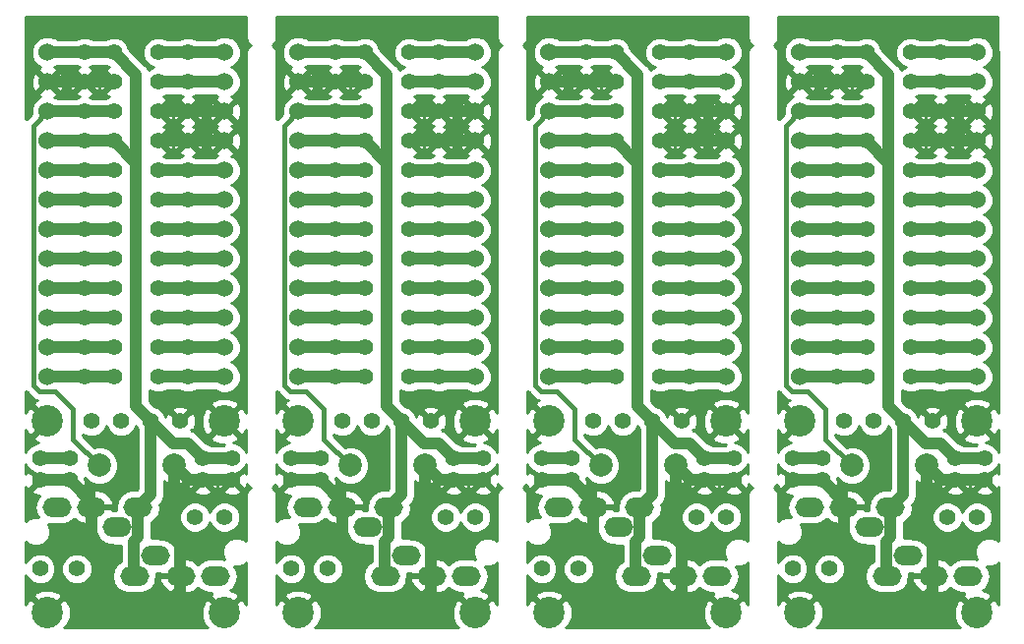
<source format=gbl>
G04 #@! TF.GenerationSoftware,KiCad,Pcbnew,5.0.2-bee76a0~70~ubuntu18.04.1*
G04 #@! TF.CreationDate,2019-11-06T20:00:43+09:00*
G04 #@! TF.ProjectId,MxLEDBit,4d784c45-4442-4697-942e-6b696361645f,1*
G04 #@! TF.SameCoordinates,Original*
G04 #@! TF.FileFunction,Copper,L2,Bot*
G04 #@! TF.FilePolarity,Positive*
%FSLAX46Y46*%
G04 Gerber Fmt 4.6, Leading zero omitted, Abs format (unit mm)*
G04 Created by KiCad (PCBNEW 5.0.2-bee76a0~70~ubuntu18.04.1) date 2019年11月06日 20時00分43秒*
%MOMM*%
%LPD*%
G01*
G04 APERTURE LIST*
G04 #@! TA.AperFunction,ComponentPad*
%ADD10C,2.700000*%
G04 #@! TD*
G04 #@! TA.AperFunction,ComponentPad*
%ADD11C,1.397000*%
G04 #@! TD*
G04 #@! TA.AperFunction,ComponentPad*
%ADD12C,2.000000*%
G04 #@! TD*
G04 #@! TA.AperFunction,ComponentPad*
%ADD13O,2.500000X1.700000*%
G04 #@! TD*
G04 #@! TA.AperFunction,ComponentPad*
%ADD14C,1.524000*%
G04 #@! TD*
G04 #@! TA.AperFunction,ViaPad*
%ADD15C,0.800000*%
G04 #@! TD*
G04 #@! TA.AperFunction,Conductor*
%ADD16C,0.400000*%
G04 #@! TD*
G04 #@! TA.AperFunction,Conductor*
%ADD17C,1.000000*%
G04 #@! TD*
G04 #@! TA.AperFunction,Conductor*
%ADD18C,0.254000*%
G04 #@! TD*
G04 APERTURE END LIST*
D10*
G04 #@! TO.P,HOLE_M2,*
G04 #@! TO.N,GND*
X158115000Y-80645000D03*
G04 #@! TD*
G04 #@! TO.P,HOLE_M2,*
G04 #@! TO.N,GND*
X173355000Y-80645000D03*
G04 #@! TD*
G04 #@! TO.P,HOLE_M2,*
G04 #@! TO.N,GND*
X173355000Y-97155000D03*
G04 #@! TD*
G04 #@! TO.P,HOLE_M2,*
G04 #@! TO.N,GND*
X158115000Y-97155000D03*
G04 #@! TD*
G04 #@! TO.P,HOLE_M2,*
G04 #@! TO.N,GND*
X136525000Y-97155000D03*
G04 #@! TD*
G04 #@! TO.P,HOLE_M2,*
G04 #@! TO.N,GND*
X136525000Y-80645000D03*
G04 #@! TD*
G04 #@! TO.P,HOLE_M2,*
G04 #@! TO.N,GND*
X151765000Y-80645000D03*
G04 #@! TD*
G04 #@! TO.P,HOLE_M2,*
G04 #@! TO.N,GND*
X151765000Y-97155000D03*
G04 #@! TD*
G04 #@! TO.P,HOLE_M2,*
G04 #@! TO.N,GND*
X130175000Y-80645000D03*
G04 #@! TD*
G04 #@! TO.P,HOLE_M2,*
G04 #@! TO.N,GND*
X114935000Y-80645000D03*
G04 #@! TD*
G04 #@! TO.P,HOLE_M2,*
G04 #@! TO.N,GND*
X130175000Y-97155000D03*
G04 #@! TD*
G04 #@! TO.P,HOLE_M2,*
G04 #@! TO.N,GND*
X114935000Y-97155000D03*
G04 #@! TD*
G04 #@! TO.P,HOLE_M2,*
G04 #@! TO.N,GND*
X108585000Y-80645000D03*
G04 #@! TD*
G04 #@! TO.P,HOLE_M2,*
G04 #@! TO.N,GND*
X108585000Y-97155000D03*
G04 #@! TD*
G04 #@! TO.P,HOLE_M2,*
G04 #@! TO.N,GND*
X93345000Y-97155000D03*
G04 #@! TD*
D11*
G04 #@! TO.P,P2,GND*
G04 #@! TO.N,GND*
X161290000Y-51435000D03*
G04 #@! TD*
G04 #@! TO.P,P2,GND*
G04 #@! TO.N,GND*
X139700000Y-51435000D03*
G04 #@! TD*
G04 #@! TO.P,P2,GND*
G04 #@! TO.N,GND*
X118110000Y-51435000D03*
G04 #@! TD*
G04 #@! TO.P,P2,20*
G04 #@! TO.N,Net-(PM21-Pad1)*
X163830000Y-59055000D03*
G04 #@! TD*
G04 #@! TO.P,P2,20*
G04 #@! TO.N,Net-(PM21-Pad1)*
X142240000Y-59055000D03*
G04 #@! TD*
G04 #@! TO.P,P2,20*
G04 #@! TO.N,Net-(PM21-Pad1)*
X120650000Y-59055000D03*
G04 #@! TD*
G04 #@! TO.P,P2,VCC*
G04 #@! TO.N,VCC*
X163830000Y-48895000D03*
G04 #@! TD*
G04 #@! TO.P,P2,VCC*
G04 #@! TO.N,VCC*
X142240000Y-48895000D03*
G04 #@! TD*
G04 #@! TO.P,P2,VCC*
G04 #@! TO.N,VCC*
X120650000Y-48895000D03*
G04 #@! TD*
G04 #@! TO.P,P2,RESE*
G04 #@! TO.N,RESET*
X163830000Y-53975000D03*
G04 #@! TD*
G04 #@! TO.P,P2,RESE*
G04 #@! TO.N,RESET*
X142240000Y-53975000D03*
G04 #@! TD*
G04 #@! TO.P,P2,RESE*
G04 #@! TO.N,RESET*
X120650000Y-53975000D03*
G04 #@! TD*
G04 #@! TO.P,P2,VCC*
G04 #@! TO.N,VCC*
X163830000Y-56515000D03*
G04 #@! TD*
G04 #@! TO.P,P2,VCC*
G04 #@! TO.N,VCC*
X142240000Y-56515000D03*
G04 #@! TD*
G04 #@! TO.P,P2,VCC*
G04 #@! TO.N,VCC*
X120650000Y-56515000D03*
G04 #@! TD*
G04 #@! TO.P,P2,GND*
G04 #@! TO.N,GND*
X163830000Y-51435000D03*
G04 #@! TD*
G04 #@! TO.P,P2,GND*
G04 #@! TO.N,GND*
X142240000Y-51435000D03*
G04 #@! TD*
G04 #@! TO.P,P2,GND*
G04 #@! TO.N,GND*
X120650000Y-51435000D03*
G04 #@! TD*
G04 #@! TO.P,P2,SCL*
G04 #@! TO.N,SCL*
X170180000Y-61595000D03*
G04 #@! TD*
G04 #@! TO.P,P2,SCL*
G04 #@! TO.N,SCL*
X148590000Y-61595000D03*
G04 #@! TD*
G04 #@! TO.P,P2,SCL*
G04 #@! TO.N,SCL*
X127000000Y-61595000D03*
G04 #@! TD*
G04 #@! TO.P,P2,PLED*
G04 #@! TO.N,Net-(PLED1-Pad1)*
X170180000Y-48895000D03*
G04 #@! TD*
G04 #@! TO.P,P2,PLED*
G04 #@! TO.N,Net-(PLED1-Pad1)*
X148590000Y-48895000D03*
G04 #@! TD*
G04 #@! TO.P,P2,PLED*
G04 #@! TO.N,Net-(PLED1-Pad1)*
X127000000Y-48895000D03*
G04 #@! TD*
G04 #@! TO.P,P2,SDA*
G04 #@! TO.N,SDA*
X170180000Y-59055000D03*
G04 #@! TD*
G04 #@! TO.P,P2,SDA*
G04 #@! TO.N,SDA*
X148590000Y-59055000D03*
G04 #@! TD*
G04 #@! TO.P,P2,SDA*
G04 #@! TO.N,SDA*
X127000000Y-59055000D03*
G04 #@! TD*
G04 #@! TO.P,P2,GND*
G04 #@! TO.N,GND*
X170180000Y-53975000D03*
G04 #@! TD*
G04 #@! TO.P,P2,GND*
G04 #@! TO.N,GND*
X148590000Y-53975000D03*
G04 #@! TD*
G04 #@! TO.P,P2,GND*
G04 #@! TO.N,GND*
X127000000Y-53975000D03*
G04 #@! TD*
G04 #@! TO.P,P2,DATA*
G04 #@! TO.N,DATA*
X170180000Y-51435000D03*
G04 #@! TD*
G04 #@! TO.P,P2,DATA*
G04 #@! TO.N,DATA*
X148590000Y-51435000D03*
G04 #@! TD*
G04 #@! TO.P,P2,DATA*
G04 #@! TO.N,DATA*
X127000000Y-51435000D03*
G04 #@! TD*
G04 #@! TO.P,P2,GND*
G04 #@! TO.N,GND*
X170180000Y-56515000D03*
G04 #@! TD*
G04 #@! TO.P,P2,GND*
G04 #@! TO.N,GND*
X148590000Y-56515000D03*
G04 #@! TD*
G04 #@! TO.P,P2,GND*
G04 #@! TO.N,GND*
X127000000Y-56515000D03*
G04 #@! TD*
G04 #@! TO.P,P2,20*
G04 #@! TO.N,Net-(PM21-Pad1)*
X161290000Y-59055000D03*
G04 #@! TD*
G04 #@! TO.P,P2,20*
G04 #@! TO.N,Net-(PM21-Pad1)*
X139700000Y-59055000D03*
G04 #@! TD*
G04 #@! TO.P,P2,20*
G04 #@! TO.N,Net-(PM21-Pad1)*
X118110000Y-59055000D03*
G04 #@! TD*
G04 #@! TO.P,P2,VCC*
G04 #@! TO.N,VCC*
X161290000Y-56515000D03*
G04 #@! TD*
G04 #@! TO.P,P2,VCC*
G04 #@! TO.N,VCC*
X139700000Y-56515000D03*
G04 #@! TD*
G04 #@! TO.P,P2,VCC*
G04 #@! TO.N,VCC*
X118110000Y-56515000D03*
G04 #@! TD*
G04 #@! TO.P,P2,RESE*
G04 #@! TO.N,RESET*
X161290000Y-53975000D03*
G04 #@! TD*
G04 #@! TO.P,P2,RESE*
G04 #@! TO.N,RESET*
X139700000Y-53975000D03*
G04 #@! TD*
G04 #@! TO.P,P2,RESE*
G04 #@! TO.N,RESET*
X118110000Y-53975000D03*
G04 #@! TD*
G04 #@! TO.P,P2,VCC*
G04 #@! TO.N,VCC*
X161290000Y-48895000D03*
G04 #@! TD*
G04 #@! TO.P,P2,VCC*
G04 #@! TO.N,VCC*
X139700000Y-48895000D03*
G04 #@! TD*
G04 #@! TO.P,P2,VCC*
G04 #@! TO.N,VCC*
X118110000Y-48895000D03*
G04 #@! TD*
D12*
G04 #@! TO.P,RESET1,2*
G04 #@! TO.N,GND*
X169060000Y-84455000D03*
G04 #@! TO.P,RESET1,1*
G04 #@! TO.N,RESET*
X162560000Y-84455000D03*
G04 #@! TD*
G04 #@! TO.P,RESET1,2*
G04 #@! TO.N,GND*
X147470000Y-84455000D03*
G04 #@! TO.P,RESET1,1*
G04 #@! TO.N,RESET*
X140970000Y-84455000D03*
G04 #@! TD*
G04 #@! TO.P,RESET1,2*
G04 #@! TO.N,GND*
X125880000Y-84455000D03*
G04 #@! TO.P,RESET1,1*
G04 #@! TO.N,RESET*
X119380000Y-84455000D03*
G04 #@! TD*
D13*
G04 #@! TO.P,JACK,A*
G04 #@! TO.N,N/C*
X167425000Y-92230000D03*
G04 #@! TO.P,JACK,D*
G04 #@! TO.N,VCC*
X165925000Y-88030000D03*
G04 #@! TO.P,JACK,C*
G04 #@! TO.N,GND*
X161925000Y-88030000D03*
G04 #@! TO.P,JACK,B*
G04 #@! TO.N,DATA*
X158925000Y-88030000D03*
G04 #@! TD*
G04 #@! TO.P,JACK,A*
G04 #@! TO.N,N/C*
X145835000Y-92230000D03*
G04 #@! TO.P,JACK,D*
G04 #@! TO.N,VCC*
X144335000Y-88030000D03*
G04 #@! TO.P,JACK,C*
G04 #@! TO.N,GND*
X140335000Y-88030000D03*
G04 #@! TO.P,JACK,B*
G04 #@! TO.N,DATA*
X137335000Y-88030000D03*
G04 #@! TD*
G04 #@! TO.P,JACK,A*
G04 #@! TO.N,N/C*
X124245000Y-92230000D03*
G04 #@! TO.P,JACK,D*
G04 #@! TO.N,VCC*
X122745000Y-88030000D03*
G04 #@! TO.P,JACK,C*
G04 #@! TO.N,GND*
X118745000Y-88030000D03*
G04 #@! TO.P,JACK,B*
G04 #@! TO.N,DATA*
X115745000Y-88030000D03*
G04 #@! TD*
G04 #@! TO.P,JACK,B*
G04 #@! TO.N,DATA*
X172595000Y-93980000D03*
G04 #@! TO.P,JACK,C*
G04 #@! TO.N,GND*
X169595000Y-93980000D03*
G04 #@! TO.P,JACK,D*
G04 #@! TO.N,VCC*
X165595000Y-93980000D03*
G04 #@! TO.P,JACK,A*
G04 #@! TO.N,N/C*
X164095000Y-89780000D03*
G04 #@! TD*
G04 #@! TO.P,JACK,B*
G04 #@! TO.N,DATA*
X151005000Y-93980000D03*
G04 #@! TO.P,JACK,C*
G04 #@! TO.N,GND*
X148005000Y-93980000D03*
G04 #@! TO.P,JACK,D*
G04 #@! TO.N,VCC*
X144005000Y-93980000D03*
G04 #@! TO.P,JACK,A*
G04 #@! TO.N,N/C*
X142505000Y-89780000D03*
G04 #@! TD*
G04 #@! TO.P,JACK,B*
G04 #@! TO.N,DATA*
X129415000Y-93980000D03*
G04 #@! TO.P,JACK,C*
G04 #@! TO.N,GND*
X126415000Y-93980000D03*
G04 #@! TO.P,JACK,D*
G04 #@! TO.N,VCC*
X122415000Y-93980000D03*
G04 #@! TO.P,JACK,A*
G04 #@! TO.N,N/C*
X120915000Y-89780000D03*
G04 #@! TD*
D11*
G04 #@! TO.P,P2,12*
G04 #@! TO.N,Net-(PM9-Pad1)*
X167640000Y-76835000D03*
G04 #@! TD*
G04 #@! TO.P,P2,12*
G04 #@! TO.N,Net-(PM9-Pad1)*
X146050000Y-76835000D03*
G04 #@! TD*
G04 #@! TO.P,P2,12*
G04 #@! TO.N,Net-(PM9-Pad1)*
X124460000Y-76835000D03*
G04 #@! TD*
G04 #@! TO.P,P2,11*
G04 #@! TO.N,Net-(PM8-Pad1)*
X167640000Y-74295000D03*
G04 #@! TD*
G04 #@! TO.P,P2,11*
G04 #@! TO.N,Net-(PM8-Pad1)*
X146050000Y-74295000D03*
G04 #@! TD*
G04 #@! TO.P,P2,11*
G04 #@! TO.N,Net-(PM8-Pad1)*
X124460000Y-74295000D03*
G04 #@! TD*
G04 #@! TO.P,P2,10*
G04 #@! TO.N,Net-(PM7-Pad1)*
X167640000Y-71755000D03*
G04 #@! TD*
G04 #@! TO.P,P2,10*
G04 #@! TO.N,Net-(PM7-Pad1)*
X146050000Y-71755000D03*
G04 #@! TD*
G04 #@! TO.P,P2,10*
G04 #@! TO.N,Net-(PM7-Pad1)*
X124460000Y-71755000D03*
G04 #@! TD*
G04 #@! TO.P,P2,7*
G04 #@! TO.N,Net-(PM4-Pad1)*
X167640000Y-64135000D03*
G04 #@! TD*
G04 #@! TO.P,P2,7*
G04 #@! TO.N,Net-(PM4-Pad1)*
X146050000Y-64135000D03*
G04 #@! TD*
G04 #@! TO.P,P2,7*
G04 #@! TO.N,Net-(PM4-Pad1)*
X124460000Y-64135000D03*
G04 #@! TD*
G04 #@! TO.P,P2,9*
G04 #@! TO.N,Net-(PM6-Pad1)*
X167640000Y-69215000D03*
G04 #@! TD*
G04 #@! TO.P,P2,9*
G04 #@! TO.N,Net-(PM6-Pad1)*
X146050000Y-69215000D03*
G04 #@! TD*
G04 #@! TO.P,P2,9*
G04 #@! TO.N,Net-(PM6-Pad1)*
X124460000Y-69215000D03*
G04 #@! TD*
G04 #@! TO.P,P2,8*
G04 #@! TO.N,Net-(PM5-Pad1)*
X167640000Y-66675000D03*
G04 #@! TD*
G04 #@! TO.P,P2,8*
G04 #@! TO.N,Net-(PM5-Pad1)*
X146050000Y-66675000D03*
G04 #@! TD*
G04 #@! TO.P,P2,8*
G04 #@! TO.N,Net-(PM5-Pad1)*
X124460000Y-66675000D03*
G04 #@! TD*
G04 #@! TO.P,P2,18*
G04 #@! TO.N,Net-(PM19-Pad1)*
X163830000Y-64135000D03*
G04 #@! TD*
G04 #@! TO.P,P2,18*
G04 #@! TO.N,Net-(PM19-Pad1)*
X142240000Y-64135000D03*
G04 #@! TD*
G04 #@! TO.P,P2,18*
G04 #@! TO.N,Net-(PM19-Pad1)*
X120650000Y-64135000D03*
G04 #@! TD*
G04 #@! TO.P,P2,17*
G04 #@! TO.N,Net-(PM18-Pad1)*
X163830000Y-66675000D03*
G04 #@! TD*
G04 #@! TO.P,P2,17*
G04 #@! TO.N,Net-(PM18-Pad1)*
X142240000Y-66675000D03*
G04 #@! TD*
G04 #@! TO.P,P2,17*
G04 #@! TO.N,Net-(PM18-Pad1)*
X120650000Y-66675000D03*
G04 #@! TD*
G04 #@! TO.P,P2,16*
G04 #@! TO.N,Net-(PM15-Pad1)*
X163830000Y-69215000D03*
G04 #@! TD*
G04 #@! TO.P,P2,16*
G04 #@! TO.N,Net-(PM15-Pad1)*
X142240000Y-69215000D03*
G04 #@! TD*
G04 #@! TO.P,P2,16*
G04 #@! TO.N,Net-(PM15-Pad1)*
X120650000Y-69215000D03*
G04 #@! TD*
G04 #@! TO.P,P2,13*
G04 #@! TO.N,Net-(PM10-Pad1)*
X163830000Y-76835000D03*
G04 #@! TD*
G04 #@! TO.P,P2,13*
G04 #@! TO.N,Net-(PM10-Pad1)*
X142240000Y-76835000D03*
G04 #@! TD*
G04 #@! TO.P,P2,13*
G04 #@! TO.N,Net-(PM10-Pad1)*
X120650000Y-76835000D03*
G04 #@! TD*
G04 #@! TO.P,P2,15*
G04 #@! TO.N,Net-(PM14-Pad1)*
X163830000Y-71755000D03*
G04 #@! TD*
G04 #@! TO.P,P2,15*
G04 #@! TO.N,Net-(PM14-Pad1)*
X142240000Y-71755000D03*
G04 #@! TD*
G04 #@! TO.P,P2,15*
G04 #@! TO.N,Net-(PM14-Pad1)*
X120650000Y-71755000D03*
G04 #@! TD*
G04 #@! TO.P,P2,14*
G04 #@! TO.N,Net-(PM16-Pad1)*
X163830000Y-74295000D03*
G04 #@! TD*
G04 #@! TO.P,P2,14*
G04 #@! TO.N,Net-(PM16-Pad1)*
X142240000Y-74295000D03*
G04 #@! TD*
G04 #@! TO.P,P2,14*
G04 #@! TO.N,Net-(PM16-Pad1)*
X120650000Y-74295000D03*
G04 #@! TD*
G04 #@! TO.P,P2,19*
G04 #@! TO.N,Net-(PM20-Pad1)*
X163830000Y-61595000D03*
G04 #@! TD*
G04 #@! TO.P,P2,19*
G04 #@! TO.N,Net-(PM20-Pad1)*
X142240000Y-61595000D03*
G04 #@! TD*
G04 #@! TO.P,P2,19*
G04 #@! TO.N,Net-(PM20-Pad1)*
X120650000Y-61595000D03*
G04 #@! TD*
G04 #@! TO.P,P2,1*
G04 #@! TO.N,GND*
X173990000Y-85725000D03*
G04 #@! TD*
G04 #@! TO.P,P2,1*
G04 #@! TO.N,GND*
X152400000Y-85725000D03*
G04 #@! TD*
G04 #@! TO.P,P2,1*
G04 #@! TO.N,GND*
X130810000Y-85725000D03*
G04 #@! TD*
G04 #@! TO.P,P2,1*
G04 #@! TO.N,GND*
X171450000Y-85725000D03*
G04 #@! TD*
G04 #@! TO.P,P2,1*
G04 #@! TO.N,GND*
X149860000Y-85725000D03*
G04 #@! TD*
G04 #@! TO.P,P2,1*
G04 #@! TO.N,GND*
X128270000Y-85725000D03*
G04 #@! TD*
G04 #@! TO.P,P2,1*
G04 #@! TO.N,VCC*
X171450000Y-83820000D03*
G04 #@! TD*
G04 #@! TO.P,P2,1*
G04 #@! TO.N,VCC*
X149860000Y-83820000D03*
G04 #@! TD*
G04 #@! TO.P,P2,1*
G04 #@! TO.N,VCC*
X128270000Y-83820000D03*
G04 #@! TD*
G04 #@! TO.P,P2,1*
G04 #@! TO.N,VCC*
X173990000Y-83820000D03*
G04 #@! TD*
G04 #@! TO.P,P2,1*
G04 #@! TO.N,VCC*
X152400000Y-83820000D03*
G04 #@! TD*
G04 #@! TO.P,P2,1*
G04 #@! TO.N,VCC*
X130810000Y-83820000D03*
G04 #@! TD*
G04 #@! TO.P,P2,1*
G04 #@! TO.N,GND*
X157480000Y-85725000D03*
G04 #@! TD*
G04 #@! TO.P,P2,1*
G04 #@! TO.N,GND*
X135890000Y-85725000D03*
G04 #@! TD*
G04 #@! TO.P,P2,1*
G04 #@! TO.N,GND*
X114300000Y-85725000D03*
G04 #@! TD*
G04 #@! TO.P,P2,1*
G04 #@! TO.N,GND*
X160020000Y-85725000D03*
G04 #@! TD*
G04 #@! TO.P,P2,1*
G04 #@! TO.N,GND*
X138430000Y-85725000D03*
G04 #@! TD*
G04 #@! TO.P,P2,1*
G04 #@! TO.N,GND*
X116840000Y-85725000D03*
G04 #@! TD*
G04 #@! TO.P,P2,1*
G04 #@! TO.N,VCC*
X157480000Y-83820000D03*
G04 #@! TD*
G04 #@! TO.P,P2,1*
G04 #@! TO.N,VCC*
X135890000Y-83820000D03*
G04 #@! TD*
G04 #@! TO.P,P2,1*
G04 #@! TO.N,VCC*
X114300000Y-83820000D03*
G04 #@! TD*
G04 #@! TO.P,P2,1*
G04 #@! TO.N,VCC*
X160020000Y-83820000D03*
G04 #@! TD*
G04 #@! TO.P,P2,1*
G04 #@! TO.N,VCC*
X138430000Y-83820000D03*
G04 #@! TD*
G04 #@! TO.P,P2,1*
G04 #@! TO.N,VCC*
X116840000Y-83820000D03*
G04 #@! TD*
G04 #@! TO.P,OLED,4*
G04 #@! TO.N,SDA*
X161925000Y-80645000D03*
G04 #@! TO.P,OLED,3*
G04 #@! TO.N,SCL*
X164465000Y-80645000D03*
G04 #@! TO.P,OLED,2*
G04 #@! TO.N,VCC*
X167005000Y-80645000D03*
G04 #@! TO.P,OLED,1*
G04 #@! TO.N,GND*
X169545000Y-80645000D03*
G04 #@! TD*
G04 #@! TO.P,OLED,4*
G04 #@! TO.N,SDA*
X140335000Y-80645000D03*
G04 #@! TO.P,OLED,3*
G04 #@! TO.N,SCL*
X142875000Y-80645000D03*
G04 #@! TO.P,OLED,2*
G04 #@! TO.N,VCC*
X145415000Y-80645000D03*
G04 #@! TO.P,OLED,1*
G04 #@! TO.N,GND*
X147955000Y-80645000D03*
G04 #@! TD*
G04 #@! TO.P,OLED,4*
G04 #@! TO.N,SDA*
X118745000Y-80645000D03*
G04 #@! TO.P,OLED,3*
G04 #@! TO.N,SCL*
X121285000Y-80645000D03*
G04 #@! TO.P,OLED,2*
G04 #@! TO.N,VCC*
X123825000Y-80645000D03*
G04 #@! TO.P,OLED,1*
G04 #@! TO.N,GND*
X126365000Y-80645000D03*
G04 #@! TD*
G04 #@! TO.P,P2,8*
G04 #@! TO.N,Net-(PM5-Pad1)*
X170180000Y-66675000D03*
G04 #@! TD*
G04 #@! TO.P,P2,8*
G04 #@! TO.N,Net-(PM5-Pad1)*
X148590000Y-66675000D03*
G04 #@! TD*
G04 #@! TO.P,P2,8*
G04 #@! TO.N,Net-(PM5-Pad1)*
X127000000Y-66675000D03*
G04 #@! TD*
G04 #@! TO.P,P2,9*
G04 #@! TO.N,Net-(PM6-Pad1)*
X170180000Y-69215000D03*
G04 #@! TD*
G04 #@! TO.P,P2,9*
G04 #@! TO.N,Net-(PM6-Pad1)*
X148590000Y-69215000D03*
G04 #@! TD*
G04 #@! TO.P,P2,9*
G04 #@! TO.N,Net-(PM6-Pad1)*
X127000000Y-69215000D03*
G04 #@! TD*
G04 #@! TO.P,P2,7*
G04 #@! TO.N,Net-(PM4-Pad1)*
X170180000Y-64135000D03*
G04 #@! TD*
G04 #@! TO.P,P2,7*
G04 #@! TO.N,Net-(PM4-Pad1)*
X148590000Y-64135000D03*
G04 #@! TD*
G04 #@! TO.P,P2,7*
G04 #@! TO.N,Net-(PM4-Pad1)*
X127000000Y-64135000D03*
G04 #@! TD*
G04 #@! TO.P,P2,10*
G04 #@! TO.N,Net-(PM7-Pad1)*
X170180000Y-71755000D03*
G04 #@! TD*
G04 #@! TO.P,P2,10*
G04 #@! TO.N,Net-(PM7-Pad1)*
X148590000Y-71755000D03*
G04 #@! TD*
G04 #@! TO.P,P2,10*
G04 #@! TO.N,Net-(PM7-Pad1)*
X127000000Y-71755000D03*
G04 #@! TD*
G04 #@! TO.P,P2,11*
G04 #@! TO.N,Net-(PM8-Pad1)*
X170180000Y-74295000D03*
G04 #@! TD*
G04 #@! TO.P,P2,11*
G04 #@! TO.N,Net-(PM8-Pad1)*
X148590000Y-74295000D03*
G04 #@! TD*
G04 #@! TO.P,P2,11*
G04 #@! TO.N,Net-(PM8-Pad1)*
X127000000Y-74295000D03*
G04 #@! TD*
G04 #@! TO.P,P2,12*
G04 #@! TO.N,Net-(PM9-Pad1)*
X170180000Y-76835000D03*
G04 #@! TD*
G04 #@! TO.P,P2,12*
G04 #@! TO.N,Net-(PM9-Pad1)*
X148590000Y-76835000D03*
G04 #@! TD*
G04 #@! TO.P,P2,12*
G04 #@! TO.N,Net-(PM9-Pad1)*
X127000000Y-76835000D03*
G04 #@! TD*
G04 #@! TO.P,P2,14*
G04 #@! TO.N,Net-(PM16-Pad1)*
X161290000Y-74295000D03*
G04 #@! TD*
G04 #@! TO.P,P2,14*
G04 #@! TO.N,Net-(PM16-Pad1)*
X139700000Y-74295000D03*
G04 #@! TD*
G04 #@! TO.P,P2,14*
G04 #@! TO.N,Net-(PM16-Pad1)*
X118110000Y-74295000D03*
G04 #@! TD*
G04 #@! TO.P,P2,15*
G04 #@! TO.N,Net-(PM14-Pad1)*
X161290000Y-71755000D03*
G04 #@! TD*
G04 #@! TO.P,P2,15*
G04 #@! TO.N,Net-(PM14-Pad1)*
X139700000Y-71755000D03*
G04 #@! TD*
G04 #@! TO.P,P2,15*
G04 #@! TO.N,Net-(PM14-Pad1)*
X118110000Y-71755000D03*
G04 #@! TD*
G04 #@! TO.P,P2,13*
G04 #@! TO.N,Net-(PM10-Pad1)*
X161290000Y-76835000D03*
G04 #@! TD*
G04 #@! TO.P,P2,13*
G04 #@! TO.N,Net-(PM10-Pad1)*
X139700000Y-76835000D03*
G04 #@! TD*
G04 #@! TO.P,P2,13*
G04 #@! TO.N,Net-(PM10-Pad1)*
X118110000Y-76835000D03*
G04 #@! TD*
G04 #@! TO.P,P2,16*
G04 #@! TO.N,Net-(PM15-Pad1)*
X161290000Y-69215000D03*
G04 #@! TD*
G04 #@! TO.P,P2,16*
G04 #@! TO.N,Net-(PM15-Pad1)*
X139700000Y-69215000D03*
G04 #@! TD*
G04 #@! TO.P,P2,16*
G04 #@! TO.N,Net-(PM15-Pad1)*
X118110000Y-69215000D03*
G04 #@! TD*
G04 #@! TO.P,P2,17*
G04 #@! TO.N,Net-(PM18-Pad1)*
X161290000Y-66675000D03*
G04 #@! TD*
G04 #@! TO.P,P2,17*
G04 #@! TO.N,Net-(PM18-Pad1)*
X139700000Y-66675000D03*
G04 #@! TD*
G04 #@! TO.P,P2,17*
G04 #@! TO.N,Net-(PM18-Pad1)*
X118110000Y-66675000D03*
G04 #@! TD*
G04 #@! TO.P,P2,18*
G04 #@! TO.N,Net-(PM19-Pad1)*
X161290000Y-64135000D03*
G04 #@! TD*
G04 #@! TO.P,P2,18*
G04 #@! TO.N,Net-(PM19-Pad1)*
X139700000Y-64135000D03*
G04 #@! TD*
G04 #@! TO.P,P2,18*
G04 #@! TO.N,Net-(PM19-Pad1)*
X118110000Y-64135000D03*
G04 #@! TD*
G04 #@! TO.P,P2,19*
G04 #@! TO.N,Net-(PM20-Pad1)*
X161290000Y-61595000D03*
G04 #@! TD*
G04 #@! TO.P,P2,19*
G04 #@! TO.N,Net-(PM20-Pad1)*
X139700000Y-61595000D03*
G04 #@! TD*
G04 #@! TO.P,P2,19*
G04 #@! TO.N,Net-(PM20-Pad1)*
X118110000Y-61595000D03*
G04 #@! TD*
D14*
G04 #@! TO.P,U2,1*
G04 #@! TO.N,Net-(PLED1-Pad1)*
X173355000Y-48895000D03*
G04 #@! TO.P,U2,2*
G04 #@! TO.N,DATA*
X173355000Y-51435000D03*
G04 #@! TO.P,U2,3*
G04 #@! TO.N,GND*
X173355000Y-53975000D03*
G04 #@! TO.P,U2,4*
X173355000Y-56515000D03*
G04 #@! TO.P,U2,5*
G04 #@! TO.N,SDA*
X173355000Y-59055000D03*
G04 #@! TO.P,U2,6*
G04 #@! TO.N,SCL*
X173355000Y-61595000D03*
G04 #@! TO.P,U2,7*
G04 #@! TO.N,Net-(PM4-Pad1)*
X173355000Y-64135000D03*
G04 #@! TO.P,U2,8*
G04 #@! TO.N,Net-(PM5-Pad1)*
X173355000Y-66675000D03*
G04 #@! TO.P,U2,9*
G04 #@! TO.N,Net-(PM6-Pad1)*
X173355000Y-69215000D03*
G04 #@! TO.P,U2,10*
G04 #@! TO.N,Net-(PM7-Pad1)*
X173355000Y-71755000D03*
G04 #@! TO.P,U2,11*
G04 #@! TO.N,Net-(PM8-Pad1)*
X173355000Y-74295000D03*
G04 #@! TO.P,U2,12*
G04 #@! TO.N,Net-(PM9-Pad1)*
X173355000Y-76835000D03*
G04 #@! TO.P,U2,13*
G04 #@! TO.N,Net-(PM10-Pad1)*
X158115000Y-76835000D03*
G04 #@! TO.P,U2,14*
G04 #@! TO.N,Net-(PM16-Pad1)*
X158115000Y-74295000D03*
G04 #@! TO.P,U2,15*
G04 #@! TO.N,Net-(PM14-Pad1)*
X158115000Y-71755000D03*
G04 #@! TO.P,U2,16*
G04 #@! TO.N,Net-(PM15-Pad1)*
X158115000Y-69215000D03*
G04 #@! TO.P,U2,17*
G04 #@! TO.N,Net-(PM18-Pad1)*
X158115000Y-66675000D03*
G04 #@! TO.P,U2,18*
G04 #@! TO.N,Net-(PM19-Pad1)*
X158115000Y-64135000D03*
G04 #@! TO.P,U2,19*
G04 #@! TO.N,Net-(PM20-Pad1)*
X158115000Y-61595000D03*
G04 #@! TO.P,U2,20*
G04 #@! TO.N,Net-(PM21-Pad1)*
X158115000Y-59055000D03*
G04 #@! TO.P,U2,21*
G04 #@! TO.N,VCC*
X158115000Y-56515000D03*
G04 #@! TO.P,U2,22*
G04 #@! TO.N,RESET*
X158115000Y-53975000D03*
G04 #@! TO.P,U2,23*
G04 #@! TO.N,GND*
X158115000Y-51435000D03*
G04 #@! TO.P,U2,24*
G04 #@! TO.N,VCC*
X158115000Y-48895000D03*
G04 #@! TD*
G04 #@! TO.P,U2,1*
G04 #@! TO.N,Net-(PLED1-Pad1)*
X151765000Y-48895000D03*
G04 #@! TO.P,U2,2*
G04 #@! TO.N,DATA*
X151765000Y-51435000D03*
G04 #@! TO.P,U2,3*
G04 #@! TO.N,GND*
X151765000Y-53975000D03*
G04 #@! TO.P,U2,4*
X151765000Y-56515000D03*
G04 #@! TO.P,U2,5*
G04 #@! TO.N,SDA*
X151765000Y-59055000D03*
G04 #@! TO.P,U2,6*
G04 #@! TO.N,SCL*
X151765000Y-61595000D03*
G04 #@! TO.P,U2,7*
G04 #@! TO.N,Net-(PM4-Pad1)*
X151765000Y-64135000D03*
G04 #@! TO.P,U2,8*
G04 #@! TO.N,Net-(PM5-Pad1)*
X151765000Y-66675000D03*
G04 #@! TO.P,U2,9*
G04 #@! TO.N,Net-(PM6-Pad1)*
X151765000Y-69215000D03*
G04 #@! TO.P,U2,10*
G04 #@! TO.N,Net-(PM7-Pad1)*
X151765000Y-71755000D03*
G04 #@! TO.P,U2,11*
G04 #@! TO.N,Net-(PM8-Pad1)*
X151765000Y-74295000D03*
G04 #@! TO.P,U2,12*
G04 #@! TO.N,Net-(PM9-Pad1)*
X151765000Y-76835000D03*
G04 #@! TO.P,U2,13*
G04 #@! TO.N,Net-(PM10-Pad1)*
X136525000Y-76835000D03*
G04 #@! TO.P,U2,14*
G04 #@! TO.N,Net-(PM16-Pad1)*
X136525000Y-74295000D03*
G04 #@! TO.P,U2,15*
G04 #@! TO.N,Net-(PM14-Pad1)*
X136525000Y-71755000D03*
G04 #@! TO.P,U2,16*
G04 #@! TO.N,Net-(PM15-Pad1)*
X136525000Y-69215000D03*
G04 #@! TO.P,U2,17*
G04 #@! TO.N,Net-(PM18-Pad1)*
X136525000Y-66675000D03*
G04 #@! TO.P,U2,18*
G04 #@! TO.N,Net-(PM19-Pad1)*
X136525000Y-64135000D03*
G04 #@! TO.P,U2,19*
G04 #@! TO.N,Net-(PM20-Pad1)*
X136525000Y-61595000D03*
G04 #@! TO.P,U2,20*
G04 #@! TO.N,Net-(PM21-Pad1)*
X136525000Y-59055000D03*
G04 #@! TO.P,U2,21*
G04 #@! TO.N,VCC*
X136525000Y-56515000D03*
G04 #@! TO.P,U2,22*
G04 #@! TO.N,RESET*
X136525000Y-53975000D03*
G04 #@! TO.P,U2,23*
G04 #@! TO.N,GND*
X136525000Y-51435000D03*
G04 #@! TO.P,U2,24*
G04 #@! TO.N,VCC*
X136525000Y-48895000D03*
G04 #@! TD*
G04 #@! TO.P,U2,1*
G04 #@! TO.N,Net-(PLED1-Pad1)*
X130175000Y-48895000D03*
G04 #@! TO.P,U2,2*
G04 #@! TO.N,DATA*
X130175000Y-51435000D03*
G04 #@! TO.P,U2,3*
G04 #@! TO.N,GND*
X130175000Y-53975000D03*
G04 #@! TO.P,U2,4*
X130175000Y-56515000D03*
G04 #@! TO.P,U2,5*
G04 #@! TO.N,SDA*
X130175000Y-59055000D03*
G04 #@! TO.P,U2,6*
G04 #@! TO.N,SCL*
X130175000Y-61595000D03*
G04 #@! TO.P,U2,7*
G04 #@! TO.N,Net-(PM4-Pad1)*
X130175000Y-64135000D03*
G04 #@! TO.P,U2,8*
G04 #@! TO.N,Net-(PM5-Pad1)*
X130175000Y-66675000D03*
G04 #@! TO.P,U2,9*
G04 #@! TO.N,Net-(PM6-Pad1)*
X130175000Y-69215000D03*
G04 #@! TO.P,U2,10*
G04 #@! TO.N,Net-(PM7-Pad1)*
X130175000Y-71755000D03*
G04 #@! TO.P,U2,11*
G04 #@! TO.N,Net-(PM8-Pad1)*
X130175000Y-74295000D03*
G04 #@! TO.P,U2,12*
G04 #@! TO.N,Net-(PM9-Pad1)*
X130175000Y-76835000D03*
G04 #@! TO.P,U2,13*
G04 #@! TO.N,Net-(PM10-Pad1)*
X114935000Y-76835000D03*
G04 #@! TO.P,U2,14*
G04 #@! TO.N,Net-(PM16-Pad1)*
X114935000Y-74295000D03*
G04 #@! TO.P,U2,15*
G04 #@! TO.N,Net-(PM14-Pad1)*
X114935000Y-71755000D03*
G04 #@! TO.P,U2,16*
G04 #@! TO.N,Net-(PM15-Pad1)*
X114935000Y-69215000D03*
G04 #@! TO.P,U2,17*
G04 #@! TO.N,Net-(PM18-Pad1)*
X114935000Y-66675000D03*
G04 #@! TO.P,U2,18*
G04 #@! TO.N,Net-(PM19-Pad1)*
X114935000Y-64135000D03*
G04 #@! TO.P,U2,19*
G04 #@! TO.N,Net-(PM20-Pad1)*
X114935000Y-61595000D03*
G04 #@! TO.P,U2,20*
G04 #@! TO.N,Net-(PM21-Pad1)*
X114935000Y-59055000D03*
G04 #@! TO.P,U2,21*
G04 #@! TO.N,VCC*
X114935000Y-56515000D03*
G04 #@! TO.P,U2,22*
G04 #@! TO.N,RESET*
X114935000Y-53975000D03*
G04 #@! TO.P,U2,23*
G04 #@! TO.N,GND*
X114935000Y-51435000D03*
G04 #@! TO.P,U2,24*
G04 #@! TO.N,VCC*
X114935000Y-48895000D03*
G04 #@! TD*
D11*
G04 #@! TO.P,DATA,D*
G04 #@! TO.N,DATA*
X173355000Y-88900000D03*
G04 #@! TD*
G04 #@! TO.P,DATA,D*
G04 #@! TO.N,DATA*
X151765000Y-88900000D03*
G04 #@! TD*
G04 #@! TO.P,DATA,D*
G04 #@! TO.N,DATA*
X130175000Y-88900000D03*
G04 #@! TD*
G04 #@! TO.P,A,A*
G04 #@! TO.N,N/C*
X170815000Y-88900000D03*
G04 #@! TD*
G04 #@! TO.P,A,A*
G04 #@! TO.N,N/C*
X149225000Y-88900000D03*
G04 #@! TD*
G04 #@! TO.P,A,A*
G04 #@! TO.N,N/C*
X127635000Y-88900000D03*
G04 #@! TD*
G04 #@! TO.P,A,A*
G04 #@! TO.N,N/C*
X160655000Y-93345000D03*
G04 #@! TD*
G04 #@! TO.P,A,A*
G04 #@! TO.N,N/C*
X139065000Y-93345000D03*
G04 #@! TD*
G04 #@! TO.P,A,A*
G04 #@! TO.N,N/C*
X117475000Y-93345000D03*
G04 #@! TD*
G04 #@! TO.P,DATA,D*
G04 #@! TO.N,DATA*
X157480000Y-93345000D03*
G04 #@! TD*
G04 #@! TO.P,DATA,D*
G04 #@! TO.N,DATA*
X135890000Y-93345000D03*
G04 #@! TD*
G04 #@! TO.P,DATA,D*
G04 #@! TO.N,DATA*
X114300000Y-93345000D03*
G04 #@! TD*
G04 #@! TO.P,P2,SDA*
G04 #@! TO.N,SDA*
X167640000Y-59055000D03*
G04 #@! TD*
G04 #@! TO.P,P2,SDA*
G04 #@! TO.N,SDA*
X146050000Y-59055000D03*
G04 #@! TD*
G04 #@! TO.P,P2,SDA*
G04 #@! TO.N,SDA*
X124460000Y-59055000D03*
G04 #@! TD*
G04 #@! TO.P,P2,SCL*
G04 #@! TO.N,SCL*
X167640000Y-61595000D03*
G04 #@! TD*
G04 #@! TO.P,P2,SCL*
G04 #@! TO.N,SCL*
X146050000Y-61595000D03*
G04 #@! TD*
G04 #@! TO.P,P2,SCL*
G04 #@! TO.N,SCL*
X124460000Y-61595000D03*
G04 #@! TD*
G04 #@! TO.P,P2,PLED*
G04 #@! TO.N,Net-(PLED1-Pad1)*
X167640000Y-48895000D03*
G04 #@! TD*
G04 #@! TO.P,P2,PLED*
G04 #@! TO.N,Net-(PLED1-Pad1)*
X146050000Y-48895000D03*
G04 #@! TD*
G04 #@! TO.P,P2,PLED*
G04 #@! TO.N,Net-(PLED1-Pad1)*
X124460000Y-48895000D03*
G04 #@! TD*
G04 #@! TO.P,P2,GND*
G04 #@! TO.N,GND*
X167640000Y-53975000D03*
G04 #@! TD*
G04 #@! TO.P,P2,GND*
G04 #@! TO.N,GND*
X146050000Y-53975000D03*
G04 #@! TD*
G04 #@! TO.P,P2,GND*
G04 #@! TO.N,GND*
X124460000Y-53975000D03*
G04 #@! TD*
G04 #@! TO.P,P2,GND*
G04 #@! TO.N,GND*
X167640000Y-56515000D03*
G04 #@! TD*
G04 #@! TO.P,P2,GND*
G04 #@! TO.N,GND*
X146050000Y-56515000D03*
G04 #@! TD*
G04 #@! TO.P,P2,GND*
G04 #@! TO.N,GND*
X124460000Y-56515000D03*
G04 #@! TD*
G04 #@! TO.P,DT,DATA*
G04 #@! TO.N,DATA*
X167640000Y-51435000D03*
G04 #@! TD*
G04 #@! TO.P,DT,DATA*
G04 #@! TO.N,DATA*
X146050000Y-51435000D03*
G04 #@! TD*
G04 #@! TO.P,DT,DATA*
G04 #@! TO.N,DATA*
X124460000Y-51435000D03*
G04 #@! TD*
D13*
G04 #@! TO.P,JACK,A*
G04 #@! TO.N,N/C*
X99325000Y-89780000D03*
G04 #@! TO.P,JACK,D*
G04 #@! TO.N,VCC*
X100825000Y-93980000D03*
G04 #@! TO.P,JACK,C*
G04 #@! TO.N,GND*
X104825000Y-93980000D03*
G04 #@! TO.P,JACK,B*
G04 #@! TO.N,DATA*
X107825000Y-93980000D03*
G04 #@! TD*
G04 #@! TO.P,JACK,B*
G04 #@! TO.N,DATA*
X94155000Y-88030000D03*
G04 #@! TO.P,JACK,C*
G04 #@! TO.N,GND*
X97155000Y-88030000D03*
G04 #@! TO.P,JACK,D*
G04 #@! TO.N,VCC*
X101155000Y-88030000D03*
G04 #@! TO.P,JACK,A*
G04 #@! TO.N,N/C*
X102655000Y-92230000D03*
G04 #@! TD*
D12*
G04 #@! TO.P,RESET1,1*
G04 #@! TO.N,RESET*
X97790000Y-84455000D03*
G04 #@! TO.P,RESET1,2*
G04 #@! TO.N,GND*
X104290000Y-84455000D03*
G04 #@! TD*
D10*
G04 #@! TO.P,HOLE_M2,*
G04 #@! TO.N,GND*
X93345000Y-80645000D03*
G04 #@! TD*
D11*
G04 #@! TO.P,P2,VCC*
G04 #@! TO.N,VCC*
X96520000Y-48895000D03*
G04 #@! TD*
G04 #@! TO.P,P2,GND*
G04 #@! TO.N,GND*
X96520000Y-51435000D03*
G04 #@! TD*
G04 #@! TO.P,P2,RESE*
G04 #@! TO.N,RESET*
X96520000Y-53975000D03*
G04 #@! TD*
G04 #@! TO.P,P2,VCC*
G04 #@! TO.N,VCC*
X96520000Y-56515000D03*
G04 #@! TD*
G04 #@! TO.P,P2,20*
G04 #@! TO.N,Net-(PM21-Pad1)*
X96520000Y-59055000D03*
G04 #@! TD*
G04 #@! TO.P,P2,GND*
G04 #@! TO.N,GND*
X105410000Y-56515000D03*
G04 #@! TD*
G04 #@! TO.P,P2,DATA*
G04 #@! TO.N,DATA*
X105410000Y-51435000D03*
G04 #@! TD*
G04 #@! TO.P,P2,GND*
G04 #@! TO.N,GND*
X105410000Y-53975000D03*
G04 #@! TD*
G04 #@! TO.P,P2,SDA*
G04 #@! TO.N,SDA*
X105410000Y-59055000D03*
G04 #@! TD*
G04 #@! TO.P,P2,PLED*
G04 #@! TO.N,Net-(PLED1-Pad1)*
X105410000Y-48895000D03*
G04 #@! TD*
G04 #@! TO.P,P2,SCL*
G04 #@! TO.N,SCL*
X105410000Y-61595000D03*
G04 #@! TD*
G04 #@! TO.P,P2,GND*
G04 #@! TO.N,GND*
X99060000Y-51435000D03*
G04 #@! TD*
G04 #@! TO.P,P2,VCC*
G04 #@! TO.N,VCC*
X99060000Y-56515000D03*
G04 #@! TD*
G04 #@! TO.P,P2,RESE*
G04 #@! TO.N,RESET*
X99060000Y-53975000D03*
G04 #@! TD*
G04 #@! TO.P,P2,VCC*
G04 #@! TO.N,VCC*
X99060000Y-48895000D03*
G04 #@! TD*
G04 #@! TO.P,P2,20*
G04 #@! TO.N,Net-(PM21-Pad1)*
X99060000Y-59055000D03*
G04 #@! TD*
G04 #@! TO.P,DT,DATA*
G04 #@! TO.N,DATA*
X102870000Y-51435000D03*
G04 #@! TD*
G04 #@! TO.P,P2,GND*
G04 #@! TO.N,GND*
X102870000Y-56515000D03*
G04 #@! TD*
G04 #@! TO.P,P2,GND*
G04 #@! TO.N,GND*
X102870000Y-53975000D03*
G04 #@! TD*
G04 #@! TO.P,P2,PLED*
G04 #@! TO.N,Net-(PLED1-Pad1)*
X102870000Y-48895000D03*
G04 #@! TD*
G04 #@! TO.P,P2,SCL*
G04 #@! TO.N,SCL*
X102870000Y-61595000D03*
G04 #@! TD*
G04 #@! TO.P,P2,SDA*
G04 #@! TO.N,SDA*
X102870000Y-59055000D03*
G04 #@! TD*
G04 #@! TO.P,DATA,D*
G04 #@! TO.N,DATA*
X92710000Y-93345000D03*
G04 #@! TD*
G04 #@! TO.P,A,A*
G04 #@! TO.N,N/C*
X95885000Y-93345000D03*
G04 #@! TD*
G04 #@! TO.P,A,A*
G04 #@! TO.N,N/C*
X106045000Y-88900000D03*
G04 #@! TD*
G04 #@! TO.P,DATA,D*
G04 #@! TO.N,DATA*
X108585000Y-88900000D03*
G04 #@! TD*
D14*
G04 #@! TO.P,U2,24*
G04 #@! TO.N,VCC*
X93345000Y-48895000D03*
G04 #@! TO.P,U2,23*
G04 #@! TO.N,GND*
X93345000Y-51435000D03*
G04 #@! TO.P,U2,22*
G04 #@! TO.N,RESET*
X93345000Y-53975000D03*
G04 #@! TO.P,U2,21*
G04 #@! TO.N,VCC*
X93345000Y-56515000D03*
G04 #@! TO.P,U2,20*
G04 #@! TO.N,Net-(PM21-Pad1)*
X93345000Y-59055000D03*
G04 #@! TO.P,U2,19*
G04 #@! TO.N,Net-(PM20-Pad1)*
X93345000Y-61595000D03*
G04 #@! TO.P,U2,18*
G04 #@! TO.N,Net-(PM19-Pad1)*
X93345000Y-64135000D03*
G04 #@! TO.P,U2,17*
G04 #@! TO.N,Net-(PM18-Pad1)*
X93345000Y-66675000D03*
G04 #@! TO.P,U2,16*
G04 #@! TO.N,Net-(PM15-Pad1)*
X93345000Y-69215000D03*
G04 #@! TO.P,U2,15*
G04 #@! TO.N,Net-(PM14-Pad1)*
X93345000Y-71755000D03*
G04 #@! TO.P,U2,14*
G04 #@! TO.N,Net-(PM16-Pad1)*
X93345000Y-74295000D03*
G04 #@! TO.P,U2,13*
G04 #@! TO.N,Net-(PM10-Pad1)*
X93345000Y-76835000D03*
G04 #@! TO.P,U2,12*
G04 #@! TO.N,Net-(PM9-Pad1)*
X108585000Y-76835000D03*
G04 #@! TO.P,U2,11*
G04 #@! TO.N,Net-(PM8-Pad1)*
X108585000Y-74295000D03*
G04 #@! TO.P,U2,10*
G04 #@! TO.N,Net-(PM7-Pad1)*
X108585000Y-71755000D03*
G04 #@! TO.P,U2,9*
G04 #@! TO.N,Net-(PM6-Pad1)*
X108585000Y-69215000D03*
G04 #@! TO.P,U2,8*
G04 #@! TO.N,Net-(PM5-Pad1)*
X108585000Y-66675000D03*
G04 #@! TO.P,U2,7*
G04 #@! TO.N,Net-(PM4-Pad1)*
X108585000Y-64135000D03*
G04 #@! TO.P,U2,6*
G04 #@! TO.N,SCL*
X108585000Y-61595000D03*
G04 #@! TO.P,U2,5*
G04 #@! TO.N,SDA*
X108585000Y-59055000D03*
G04 #@! TO.P,U2,4*
G04 #@! TO.N,GND*
X108585000Y-56515000D03*
G04 #@! TO.P,U2,3*
X108585000Y-53975000D03*
G04 #@! TO.P,U2,2*
G04 #@! TO.N,DATA*
X108585000Y-51435000D03*
G04 #@! TO.P,U2,1*
G04 #@! TO.N,Net-(PLED1-Pad1)*
X108585000Y-48895000D03*
G04 #@! TD*
D11*
G04 #@! TO.P,P2,19*
G04 #@! TO.N,Net-(PM20-Pad1)*
X96520000Y-61595000D03*
G04 #@! TD*
G04 #@! TO.P,P2,18*
G04 #@! TO.N,Net-(PM19-Pad1)*
X96520000Y-64135000D03*
G04 #@! TD*
G04 #@! TO.P,P2,17*
G04 #@! TO.N,Net-(PM18-Pad1)*
X96520000Y-66675000D03*
G04 #@! TD*
G04 #@! TO.P,P2,16*
G04 #@! TO.N,Net-(PM15-Pad1)*
X96520000Y-69215000D03*
G04 #@! TD*
G04 #@! TO.P,P2,13*
G04 #@! TO.N,Net-(PM10-Pad1)*
X96520000Y-76835000D03*
G04 #@! TD*
G04 #@! TO.P,P2,15*
G04 #@! TO.N,Net-(PM14-Pad1)*
X96520000Y-71755000D03*
G04 #@! TD*
G04 #@! TO.P,P2,14*
G04 #@! TO.N,Net-(PM16-Pad1)*
X96520000Y-74295000D03*
G04 #@! TD*
G04 #@! TO.P,P2,12*
G04 #@! TO.N,Net-(PM9-Pad1)*
X105410000Y-76835000D03*
G04 #@! TD*
G04 #@! TO.P,P2,11*
G04 #@! TO.N,Net-(PM8-Pad1)*
X105410000Y-74295000D03*
G04 #@! TD*
G04 #@! TO.P,P2,10*
G04 #@! TO.N,Net-(PM7-Pad1)*
X105410000Y-71755000D03*
G04 #@! TD*
G04 #@! TO.P,P2,7*
G04 #@! TO.N,Net-(PM4-Pad1)*
X105410000Y-64135000D03*
G04 #@! TD*
G04 #@! TO.P,P2,9*
G04 #@! TO.N,Net-(PM6-Pad1)*
X105410000Y-69215000D03*
G04 #@! TD*
G04 #@! TO.P,P2,8*
G04 #@! TO.N,Net-(PM5-Pad1)*
X105410000Y-66675000D03*
G04 #@! TD*
G04 #@! TO.P,OLED,1*
G04 #@! TO.N,GND*
X104775000Y-80645000D03*
G04 #@! TO.P,OLED,2*
G04 #@! TO.N,VCC*
X102235000Y-80645000D03*
G04 #@! TO.P,OLED,3*
G04 #@! TO.N,SCL*
X99695000Y-80645000D03*
G04 #@! TO.P,OLED,4*
G04 #@! TO.N,SDA*
X97155000Y-80645000D03*
G04 #@! TD*
G04 #@! TO.P,P2,1*
G04 #@! TO.N,VCC*
X95250000Y-83820000D03*
G04 #@! TD*
G04 #@! TO.P,P2,1*
G04 #@! TO.N,VCC*
X92710000Y-83820000D03*
G04 #@! TD*
G04 #@! TO.P,P2,1*
G04 #@! TO.N,GND*
X95250000Y-85725000D03*
G04 #@! TD*
G04 #@! TO.P,P2,1*
G04 #@! TO.N,GND*
X92710000Y-85725000D03*
G04 #@! TD*
G04 #@! TO.P,P2,1*
G04 #@! TO.N,VCC*
X109220000Y-83820000D03*
G04 #@! TD*
G04 #@! TO.P,P2,1*
G04 #@! TO.N,VCC*
X106680000Y-83820000D03*
G04 #@! TD*
G04 #@! TO.P,P2,1*
G04 #@! TO.N,GND*
X106680000Y-85725000D03*
G04 #@! TD*
G04 #@! TO.P,P2,1*
G04 #@! TO.N,GND*
X109220000Y-85725000D03*
G04 #@! TD*
G04 #@! TO.P,P2,19*
G04 #@! TO.N,Net-(PM20-Pad1)*
X99060000Y-61595000D03*
G04 #@! TD*
G04 #@! TO.P,P2,14*
G04 #@! TO.N,Net-(PM16-Pad1)*
X99060000Y-74295000D03*
G04 #@! TD*
G04 #@! TO.P,P2,15*
G04 #@! TO.N,Net-(PM14-Pad1)*
X99060000Y-71755000D03*
G04 #@! TD*
G04 #@! TO.P,P2,13*
G04 #@! TO.N,Net-(PM10-Pad1)*
X99060000Y-76835000D03*
G04 #@! TD*
G04 #@! TO.P,P2,16*
G04 #@! TO.N,Net-(PM15-Pad1)*
X99060000Y-69215000D03*
G04 #@! TD*
G04 #@! TO.P,P2,17*
G04 #@! TO.N,Net-(PM18-Pad1)*
X99060000Y-66675000D03*
G04 #@! TD*
G04 #@! TO.P,P2,18*
G04 #@! TO.N,Net-(PM19-Pad1)*
X99060000Y-64135000D03*
G04 #@! TD*
G04 #@! TO.P,P2,8*
G04 #@! TO.N,Net-(PM5-Pad1)*
X102870000Y-66675000D03*
G04 #@! TD*
G04 #@! TO.P,P2,9*
G04 #@! TO.N,Net-(PM6-Pad1)*
X102870000Y-69215000D03*
G04 #@! TD*
G04 #@! TO.P,P2,7*
G04 #@! TO.N,Net-(PM4-Pad1)*
X102870000Y-64135000D03*
G04 #@! TD*
G04 #@! TO.P,P2,10*
G04 #@! TO.N,Net-(PM7-Pad1)*
X102870000Y-71755000D03*
G04 #@! TD*
G04 #@! TO.P,P2,11*
G04 #@! TO.N,Net-(PM8-Pad1)*
X102870000Y-74295000D03*
G04 #@! TD*
G04 #@! TO.P,P2,12*
G04 #@! TO.N,Net-(PM9-Pad1)*
X102870000Y-76835000D03*
G04 #@! TD*
D15*
G04 #@! TO.N,GND*
X103378000Y-89662000D03*
X124714000Y-89916000D03*
X146558000Y-89662000D03*
X168148000Y-89662000D03*
G04 #@! TD*
D16*
G04 #@! TO.N,VCC*
X101155000Y-88030000D02*
X101365000Y-88030000D01*
X101365000Y-88030000D02*
X101600000Y-88265000D01*
X100375000Y-93980000D02*
X100775000Y-93980000D01*
X100775000Y-93325990D02*
X101045899Y-93325990D01*
X101045899Y-93325990D02*
X101237454Y-93517545D01*
D17*
X93345000Y-56515000D02*
X99060000Y-56515000D01*
X99060000Y-48895000D02*
X100965000Y-50800000D01*
X99060000Y-56515000D02*
X100965000Y-58420000D01*
X93345000Y-48895000D02*
X99060000Y-48895000D01*
X102235000Y-80645000D02*
X102235000Y-86950000D01*
X102235000Y-86950000D02*
X101155000Y-88030000D01*
D16*
X101155000Y-88030000D02*
X101155000Y-88455000D01*
D17*
X92710000Y-83820000D02*
X95250000Y-83820000D01*
X109220000Y-83820000D02*
X106680000Y-83820000D01*
X104140000Y-82550000D02*
X102235000Y-80645000D01*
X106680000Y-83820000D02*
X105410000Y-82550000D01*
X105410000Y-82550000D02*
X104140000Y-82550000D01*
X100965000Y-79375000D02*
X102235000Y-80645000D01*
X100965000Y-79375000D02*
X100965000Y-50800000D01*
X100775000Y-93980000D02*
X100775000Y-90995000D01*
X101155000Y-90615000D02*
X101155000Y-88030000D01*
X100775000Y-90995000D02*
X101155000Y-90615000D01*
D16*
X122745000Y-88030000D02*
X122955000Y-88030000D01*
X144335000Y-88030000D02*
X144545000Y-88030000D01*
X165925000Y-88030000D02*
X166135000Y-88030000D01*
X122955000Y-88030000D02*
X123190000Y-88265000D01*
X144545000Y-88030000D02*
X144780000Y-88265000D01*
X166135000Y-88030000D02*
X166370000Y-88265000D01*
X121965000Y-93980000D02*
X122365000Y-93980000D01*
X143555000Y-93980000D02*
X143955000Y-93980000D01*
X165145000Y-93980000D02*
X165545000Y-93980000D01*
X122365000Y-93325990D02*
X122635899Y-93325990D01*
X143955000Y-93325990D02*
X144225899Y-93325990D01*
X165545000Y-93325990D02*
X165815899Y-93325990D01*
X122635899Y-93325990D02*
X122827454Y-93517545D01*
X144225899Y-93325990D02*
X144417454Y-93517545D01*
X165815899Y-93325990D02*
X166007454Y-93517545D01*
D17*
X114935000Y-56515000D02*
X120650000Y-56515000D01*
X136525000Y-56515000D02*
X142240000Y-56515000D01*
X158115000Y-56515000D02*
X163830000Y-56515000D01*
X120650000Y-48895000D02*
X122555000Y-50800000D01*
X142240000Y-48895000D02*
X144145000Y-50800000D01*
X163830000Y-48895000D02*
X165735000Y-50800000D01*
X120650000Y-56515000D02*
X122555000Y-58420000D01*
X142240000Y-56515000D02*
X144145000Y-58420000D01*
X163830000Y-56515000D02*
X165735000Y-58420000D01*
X114935000Y-48895000D02*
X120650000Y-48895000D01*
X136525000Y-48895000D02*
X142240000Y-48895000D01*
X158115000Y-48895000D02*
X163830000Y-48895000D01*
X123825000Y-80645000D02*
X123825000Y-86950000D01*
X145415000Y-80645000D02*
X145415000Y-86950000D01*
X167005000Y-80645000D02*
X167005000Y-86950000D01*
X123825000Y-86950000D02*
X122745000Y-88030000D01*
X145415000Y-86950000D02*
X144335000Y-88030000D01*
X167005000Y-86950000D02*
X165925000Y-88030000D01*
D16*
X122745000Y-88030000D02*
X122745000Y-88455000D01*
X144335000Y-88030000D02*
X144335000Y-88455000D01*
X165925000Y-88030000D02*
X165925000Y-88455000D01*
D17*
X114300000Y-83820000D02*
X116840000Y-83820000D01*
X135890000Y-83820000D02*
X138430000Y-83820000D01*
X157480000Y-83820000D02*
X160020000Y-83820000D01*
X130810000Y-83820000D02*
X128270000Y-83820000D01*
X152400000Y-83820000D02*
X149860000Y-83820000D01*
X173990000Y-83820000D02*
X171450000Y-83820000D01*
X125730000Y-82550000D02*
X123825000Y-80645000D01*
X147320000Y-82550000D02*
X145415000Y-80645000D01*
X168910000Y-82550000D02*
X167005000Y-80645000D01*
X128270000Y-83820000D02*
X127000000Y-82550000D01*
X149860000Y-83820000D02*
X148590000Y-82550000D01*
X171450000Y-83820000D02*
X170180000Y-82550000D01*
X127000000Y-82550000D02*
X125730000Y-82550000D01*
X148590000Y-82550000D02*
X147320000Y-82550000D01*
X170180000Y-82550000D02*
X168910000Y-82550000D01*
X122555000Y-79375000D02*
X123825000Y-80645000D01*
X144145000Y-79375000D02*
X145415000Y-80645000D01*
X165735000Y-79375000D02*
X167005000Y-80645000D01*
X122555000Y-79375000D02*
X122555000Y-50800000D01*
X144145000Y-79375000D02*
X144145000Y-50800000D01*
X165735000Y-79375000D02*
X165735000Y-50800000D01*
X122365000Y-93980000D02*
X122365000Y-90995000D01*
X143955000Y-93980000D02*
X143955000Y-90995000D01*
X165545000Y-93980000D02*
X165545000Y-90995000D01*
X122745000Y-90615000D02*
X122745000Y-88030000D01*
X144335000Y-90615000D02*
X144335000Y-88030000D01*
X165925000Y-90615000D02*
X165925000Y-88030000D01*
X122365000Y-90995000D02*
X122745000Y-90615000D01*
X143955000Y-90995000D02*
X144335000Y-90615000D01*
X165545000Y-90995000D02*
X165925000Y-90615000D01*
G04 #@! TO.N,GND*
X102870000Y-56515000D02*
X108585000Y-56515000D01*
X102870000Y-53975000D02*
X108585000Y-53975000D01*
X93345000Y-51435000D02*
X99060000Y-51435000D01*
D16*
X104290000Y-85090000D02*
X104775000Y-85090000D01*
X104290000Y-90320000D02*
X104775000Y-90805000D01*
D17*
X104775000Y-90805000D02*
X104775000Y-93980000D01*
X104290000Y-84455000D02*
X104290000Y-90320000D01*
D16*
X104775000Y-84605000D02*
X104290000Y-85090000D01*
D17*
X104775000Y-93980000D02*
X104775000Y-95230000D01*
X103485000Y-96520000D02*
X104775000Y-95230000D01*
X99695000Y-96520000D02*
X103485000Y-96520000D01*
X97710828Y-94535828D02*
X99695000Y-96520000D01*
X97155000Y-88030000D02*
X97155000Y-92154172D01*
X97710828Y-92710000D02*
X97710828Y-94535828D01*
X97155000Y-92154172D02*
X97710828Y-92710000D01*
X104290000Y-84455000D02*
X105560000Y-85725000D01*
X105560000Y-85725000D02*
X106680000Y-85725000D01*
X109220000Y-85725000D02*
X106680000Y-85725000D01*
X97155000Y-87630000D02*
X95250000Y-85725000D01*
D16*
X97155000Y-88030000D02*
X97155000Y-87630000D01*
D17*
X92710000Y-85725000D02*
X95250000Y-85725000D01*
X124460000Y-56515000D02*
X130175000Y-56515000D01*
X146050000Y-56515000D02*
X151765000Y-56515000D01*
X167640000Y-56515000D02*
X173355000Y-56515000D01*
X124460000Y-53975000D02*
X130175000Y-53975000D01*
X146050000Y-53975000D02*
X151765000Y-53975000D01*
X167640000Y-53975000D02*
X173355000Y-53975000D01*
X114935000Y-51435000D02*
X120650000Y-51435000D01*
X136525000Y-51435000D02*
X142240000Y-51435000D01*
X158115000Y-51435000D02*
X163830000Y-51435000D01*
D16*
X125880000Y-85090000D02*
X126365000Y-85090000D01*
X147470000Y-85090000D02*
X147955000Y-85090000D01*
X169060000Y-85090000D02*
X169545000Y-85090000D01*
X125880000Y-90320000D02*
X126365000Y-90805000D01*
X147470000Y-90320000D02*
X147955000Y-90805000D01*
X169060000Y-90320000D02*
X169545000Y-90805000D01*
D17*
X126365000Y-90805000D02*
X126365000Y-93980000D01*
X147955000Y-90805000D02*
X147955000Y-93980000D01*
X169545000Y-90805000D02*
X169545000Y-93980000D01*
X125880000Y-84455000D02*
X125880000Y-90320000D01*
X147470000Y-84455000D02*
X147470000Y-90320000D01*
X169060000Y-84455000D02*
X169060000Y-90320000D01*
D16*
X126365000Y-84605000D02*
X125880000Y-85090000D01*
X147955000Y-84605000D02*
X147470000Y-85090000D01*
X169545000Y-84605000D02*
X169060000Y-85090000D01*
D17*
X126365000Y-93980000D02*
X126365000Y-95230000D01*
X147955000Y-93980000D02*
X147955000Y-95230000D01*
X169545000Y-93980000D02*
X169545000Y-95230000D01*
X125075000Y-96520000D02*
X126365000Y-95230000D01*
X146665000Y-96520000D02*
X147955000Y-95230000D01*
X168255000Y-96520000D02*
X169545000Y-95230000D01*
X121285000Y-96520000D02*
X125075000Y-96520000D01*
X142875000Y-96520000D02*
X146665000Y-96520000D01*
X164465000Y-96520000D02*
X168255000Y-96520000D01*
X119300828Y-94535828D02*
X121285000Y-96520000D01*
X140890828Y-94535828D02*
X142875000Y-96520000D01*
X162480828Y-94535828D02*
X164465000Y-96520000D01*
X118745000Y-88030000D02*
X118745000Y-92154172D01*
X140335000Y-88030000D02*
X140335000Y-92154172D01*
X161925000Y-88030000D02*
X161925000Y-92154172D01*
X119300828Y-92710000D02*
X119300828Y-94535828D01*
X140890828Y-92710000D02*
X140890828Y-94535828D01*
X162480828Y-92710000D02*
X162480828Y-94535828D01*
X118745000Y-92154172D02*
X119300828Y-92710000D01*
X140335000Y-92154172D02*
X140890828Y-92710000D01*
X161925000Y-92154172D02*
X162480828Y-92710000D01*
X125880000Y-84455000D02*
X127150000Y-85725000D01*
X147470000Y-84455000D02*
X148740000Y-85725000D01*
X169060000Y-84455000D02*
X170330000Y-85725000D01*
X127150000Y-85725000D02*
X128270000Y-85725000D01*
X148740000Y-85725000D02*
X149860000Y-85725000D01*
X170330000Y-85725000D02*
X171450000Y-85725000D01*
X130810000Y-85725000D02*
X128270000Y-85725000D01*
X152400000Y-85725000D02*
X149860000Y-85725000D01*
X173990000Y-85725000D02*
X171450000Y-85725000D01*
X118745000Y-87630000D02*
X116840000Y-85725000D01*
X140335000Y-87630000D02*
X138430000Y-85725000D01*
X161925000Y-87630000D02*
X160020000Y-85725000D01*
D16*
X118745000Y-88030000D02*
X118745000Y-87630000D01*
X140335000Y-88030000D02*
X140335000Y-87630000D01*
X161925000Y-88030000D02*
X161925000Y-87630000D01*
D17*
X114300000Y-85725000D02*
X116840000Y-85725000D01*
X135890000Y-85725000D02*
X138430000Y-85725000D01*
X157480000Y-85725000D02*
X160020000Y-85725000D01*
G04 #@! TO.N,DATA*
X102870000Y-51435000D02*
X108585000Y-51435000D01*
X124460000Y-51435000D02*
X130175000Y-51435000D01*
X146050000Y-51435000D02*
X151765000Y-51435000D01*
X167640000Y-51435000D02*
X173355000Y-51435000D01*
G04 #@! TO.N,SDA*
X102870000Y-59055000D02*
X108585000Y-59055000D01*
X124460000Y-59055000D02*
X130175000Y-59055000D01*
X146050000Y-59055000D02*
X151765000Y-59055000D01*
X167640000Y-59055000D02*
X173355000Y-59055000D01*
G04 #@! TO.N,SCL*
X102870000Y-61595000D02*
X108585000Y-61595000D01*
X124460000Y-61595000D02*
X130175000Y-61595000D01*
X146050000Y-61595000D02*
X151765000Y-61595000D01*
X167640000Y-61595000D02*
X173355000Y-61595000D01*
G04 #@! TO.N,Net-(PLED1-Pad1)*
X102870000Y-48895000D02*
X108585000Y-48895000D01*
X124460000Y-48895000D02*
X130175000Y-48895000D01*
X146050000Y-48895000D02*
X151765000Y-48895000D01*
X167640000Y-48895000D02*
X173355000Y-48895000D01*
G04 #@! TO.N,Net-(PM4-Pad1)*
X102870000Y-64135000D02*
X108585000Y-64135000D01*
X124460000Y-64135000D02*
X130175000Y-64135000D01*
X146050000Y-64135000D02*
X151765000Y-64135000D01*
X167640000Y-64135000D02*
X173355000Y-64135000D01*
G04 #@! TO.N,Net-(PM5-Pad1)*
X108585000Y-66675000D02*
X102870000Y-66675000D01*
X130175000Y-66675000D02*
X124460000Y-66675000D01*
X151765000Y-66675000D02*
X146050000Y-66675000D01*
X173355000Y-66675000D02*
X167640000Y-66675000D01*
G04 #@! TO.N,Net-(PM6-Pad1)*
X102870000Y-69215000D02*
X108585000Y-69215000D01*
X124460000Y-69215000D02*
X130175000Y-69215000D01*
X146050000Y-69215000D02*
X151765000Y-69215000D01*
X167640000Y-69215000D02*
X173355000Y-69215000D01*
G04 #@! TO.N,Net-(PM7-Pad1)*
X102870000Y-71755000D02*
X108585000Y-71755000D01*
X124460000Y-71755000D02*
X130175000Y-71755000D01*
X146050000Y-71755000D02*
X151765000Y-71755000D01*
X167640000Y-71755000D02*
X173355000Y-71755000D01*
G04 #@! TO.N,Net-(PM8-Pad1)*
X102870000Y-74295000D02*
X108585000Y-74295000D01*
X124460000Y-74295000D02*
X130175000Y-74295000D01*
X146050000Y-74295000D02*
X151765000Y-74295000D01*
X167640000Y-74295000D02*
X173355000Y-74295000D01*
G04 #@! TO.N,Net-(PM9-Pad1)*
X108585000Y-76835000D02*
X102870000Y-76835000D01*
X130175000Y-76835000D02*
X124460000Y-76835000D01*
X151765000Y-76835000D02*
X146050000Y-76835000D01*
X173355000Y-76835000D02*
X167640000Y-76835000D01*
G04 #@! TO.N,Net-(PM10-Pad1)*
X93345000Y-76835000D02*
X99060000Y-76835000D01*
X114935000Y-76835000D02*
X120650000Y-76835000D01*
X136525000Y-76835000D02*
X142240000Y-76835000D01*
X158115000Y-76835000D02*
X163830000Y-76835000D01*
G04 #@! TO.N,Net-(PM14-Pad1)*
X93345000Y-71755000D02*
X99060000Y-71755000D01*
X114935000Y-71755000D02*
X120650000Y-71755000D01*
X136525000Y-71755000D02*
X142240000Y-71755000D01*
X158115000Y-71755000D02*
X163830000Y-71755000D01*
G04 #@! TO.N,Net-(PM15-Pad1)*
X93345000Y-69215000D02*
X99060000Y-69215000D01*
X114935000Y-69215000D02*
X120650000Y-69215000D01*
X136525000Y-69215000D02*
X142240000Y-69215000D01*
X158115000Y-69215000D02*
X163830000Y-69215000D01*
G04 #@! TO.N,Net-(PM16-Pad1)*
X99060000Y-74295000D02*
X93345000Y-74295000D01*
X120650000Y-74295000D02*
X114935000Y-74295000D01*
X142240000Y-74295000D02*
X136525000Y-74295000D01*
X163830000Y-74295000D02*
X158115000Y-74295000D01*
G04 #@! TO.N,Net-(PM18-Pad1)*
X93345000Y-66675000D02*
X99060000Y-66675000D01*
X114935000Y-66675000D02*
X120650000Y-66675000D01*
X136525000Y-66675000D02*
X142240000Y-66675000D01*
X158115000Y-66675000D02*
X163830000Y-66675000D01*
G04 #@! TO.N,Net-(PM19-Pad1)*
X93345000Y-64135000D02*
X99060000Y-64135000D01*
X114935000Y-64135000D02*
X120650000Y-64135000D01*
X136525000Y-64135000D02*
X142240000Y-64135000D01*
X158115000Y-64135000D02*
X163830000Y-64135000D01*
G04 #@! TO.N,Net-(PM20-Pad1)*
X93345000Y-61595000D02*
X99060000Y-61595000D01*
X114935000Y-61595000D02*
X120650000Y-61595000D01*
X136525000Y-61595000D02*
X142240000Y-61595000D01*
X158115000Y-61595000D02*
X163830000Y-61595000D01*
G04 #@! TO.N,Net-(PM21-Pad1)*
X93345000Y-59055000D02*
X99060000Y-59055000D01*
X114935000Y-59055000D02*
X120650000Y-59055000D01*
X136525000Y-59055000D02*
X142240000Y-59055000D01*
X158115000Y-59055000D02*
X163830000Y-59055000D01*
G04 #@! TO.N,RESET*
X93345000Y-53975000D02*
X99060000Y-53975000D01*
D16*
X93345000Y-53975000D02*
X92128999Y-55191001D01*
X94007003Y-78051001D02*
X92656001Y-78051001D01*
X95545001Y-79588999D02*
X94007003Y-78051001D01*
X97790000Y-84455000D02*
X95545001Y-82210001D01*
X95545001Y-82210001D02*
X95545001Y-79588999D01*
X92128999Y-77523999D02*
X92128999Y-55191001D01*
X92656001Y-78051001D02*
X92128999Y-77523999D01*
D17*
X114935000Y-53975000D02*
X120650000Y-53975000D01*
X136525000Y-53975000D02*
X142240000Y-53975000D01*
X158115000Y-53975000D02*
X163830000Y-53975000D01*
D16*
X114935000Y-53975000D02*
X113718999Y-55191001D01*
X136525000Y-53975000D02*
X135308999Y-55191001D01*
X158115000Y-53975000D02*
X156898999Y-55191001D01*
X115597003Y-78051001D02*
X114246001Y-78051001D01*
X137187003Y-78051001D02*
X135836001Y-78051001D01*
X158777003Y-78051001D02*
X157426001Y-78051001D01*
X117135001Y-79588999D02*
X115597003Y-78051001D01*
X138725001Y-79588999D02*
X137187003Y-78051001D01*
X160315001Y-79588999D02*
X158777003Y-78051001D01*
X119380000Y-84455000D02*
X117135001Y-82210001D01*
X140970000Y-84455000D02*
X138725001Y-82210001D01*
X162560000Y-84455000D02*
X160315001Y-82210001D01*
X117135001Y-82210001D02*
X117135001Y-79588999D01*
X138725001Y-82210001D02*
X138725001Y-79588999D01*
X160315001Y-82210001D02*
X160315001Y-79588999D01*
X113718999Y-77523999D02*
X113718999Y-55191001D01*
X135308999Y-77523999D02*
X135308999Y-55191001D01*
X156898999Y-77523999D02*
X156898999Y-55191001D01*
X114246001Y-78051001D02*
X113718999Y-77523999D01*
X135836001Y-78051001D02*
X135308999Y-77523999D01*
X157426001Y-78051001D02*
X156898999Y-77523999D01*
G04 #@! TD*
D18*
G04 #@! TO.N,GND*
G36*
X122690000Y-81389472D02*
X122690001Y-86479867D01*
X122624868Y-86545000D01*
X122198744Y-86545000D01*
X121765582Y-86631161D01*
X121274375Y-86959375D01*
X120946161Y-87450582D01*
X120830908Y-88030000D01*
X120883620Y-88295000D01*
X120537982Y-88295000D01*
X120465155Y-88157000D01*
X118872000Y-88157000D01*
X118872000Y-89515000D01*
X119053620Y-89515000D01*
X119000908Y-89780000D01*
X119116161Y-90359418D01*
X119444375Y-90850625D01*
X119935582Y-91178839D01*
X120368744Y-91265000D01*
X120466922Y-91265000D01*
X120708343Y-91365000D01*
X121199657Y-91365000D01*
X121230001Y-91352431D01*
X121230000Y-92718526D01*
X120944375Y-92909375D01*
X120616161Y-93400582D01*
X120500908Y-93980000D01*
X120616161Y-94559418D01*
X120944375Y-95050625D01*
X121435582Y-95378839D01*
X121868744Y-95465000D01*
X122961256Y-95465000D01*
X123394418Y-95378839D01*
X123885625Y-95050625D01*
X124213839Y-94559418D01*
X124258102Y-94336890D01*
X124573524Y-94336890D01*
X124594438Y-94430952D01*
X124875144Y-94940251D01*
X125329382Y-95303360D01*
X125888000Y-95465000D01*
X126288000Y-95465000D01*
X126288000Y-94107000D01*
X124694845Y-94107000D01*
X124573524Y-94336890D01*
X124258102Y-94336890D01*
X124329092Y-93980000D01*
X124276380Y-93715000D01*
X124622018Y-93715000D01*
X124694845Y-93853000D01*
X126288000Y-93853000D01*
X126288000Y-92495000D01*
X126106380Y-92495000D01*
X126159092Y-92230000D01*
X126043839Y-91650582D01*
X125715625Y-91159375D01*
X125224418Y-90831161D01*
X124791256Y-90745000D01*
X124693078Y-90745000D01*
X124451657Y-90645000D01*
X123960343Y-90645000D01*
X123890514Y-90673924D01*
X123902235Y-90615001D01*
X123880000Y-90503218D01*
X123880000Y-89324882D01*
X124215625Y-89100625D01*
X124526912Y-88634750D01*
X126301500Y-88634750D01*
X126301500Y-89165250D01*
X126504513Y-89655367D01*
X126879633Y-90030487D01*
X127369750Y-90233500D01*
X127900250Y-90233500D01*
X128390367Y-90030487D01*
X128765487Y-89655367D01*
X128905000Y-89318553D01*
X129044513Y-89655367D01*
X129419633Y-90030487D01*
X129909750Y-90233500D01*
X130440250Y-90233500D01*
X130930367Y-90030487D01*
X131305487Y-89655367D01*
X131508500Y-89165250D01*
X131508500Y-88634750D01*
X131305487Y-88144633D01*
X130930367Y-87769513D01*
X130440250Y-87566500D01*
X129909750Y-87566500D01*
X129419633Y-87769513D01*
X129044513Y-88144633D01*
X128905000Y-88481447D01*
X128765487Y-88144633D01*
X128390367Y-87769513D01*
X127900250Y-87566500D01*
X127369750Y-87566500D01*
X126879633Y-87769513D01*
X126504513Y-88144633D01*
X126301500Y-88634750D01*
X124526912Y-88634750D01*
X124543839Y-88609418D01*
X124659092Y-88030000D01*
X124611288Y-87789671D01*
X124643289Y-87768289D01*
X124894146Y-87392855D01*
X124958181Y-87070927D01*
X124982235Y-86950000D01*
X124960000Y-86838217D01*
X124960000Y-86659188D01*
X127515417Y-86659188D01*
X127577071Y-86894800D01*
X128077480Y-87070927D01*
X128607199Y-87042148D01*
X128962929Y-86894800D01*
X129024583Y-86659188D01*
X130055417Y-86659188D01*
X130117071Y-86894800D01*
X130617480Y-87070927D01*
X131147199Y-87042148D01*
X131502929Y-86894800D01*
X131564583Y-86659188D01*
X130810000Y-85904605D01*
X130055417Y-86659188D01*
X129024583Y-86659188D01*
X128270000Y-85904605D01*
X127515417Y-86659188D01*
X124960000Y-86659188D01*
X124960000Y-85750684D01*
X125005736Y-85874387D01*
X125615461Y-86100908D01*
X126265460Y-86076856D01*
X126754264Y-85874387D01*
X126852926Y-85607534D01*
X126932472Y-85687080D01*
X126952852Y-86062199D01*
X127100200Y-86417929D01*
X127335812Y-86479583D01*
X128090395Y-85725000D01*
X128076253Y-85710858D01*
X128255858Y-85531253D01*
X128270000Y-85545395D01*
X128284143Y-85531253D01*
X128463748Y-85710858D01*
X128449605Y-85725000D01*
X129204188Y-86479583D01*
X129439800Y-86417929D01*
X129531859Y-86156371D01*
X129640200Y-86417929D01*
X129875812Y-86479583D01*
X130630395Y-85725000D01*
X130616253Y-85710858D01*
X130795858Y-85531253D01*
X130810000Y-85545395D01*
X131291446Y-85063949D01*
X131565367Y-84950487D01*
X131940487Y-84575367D01*
X132030000Y-84359263D01*
X132030000Y-85153265D01*
X131979800Y-85032071D01*
X131744188Y-84970417D01*
X130989605Y-85725000D01*
X131744188Y-86479583D01*
X131979800Y-86417929D01*
X132108960Y-86050962D01*
X132221143Y-86218857D01*
X132432379Y-86360000D01*
X132221143Y-86501143D01*
X132069745Y-86727727D01*
X132016581Y-86995000D01*
X132030001Y-87062467D01*
X132030001Y-90947048D01*
X131915971Y-90833018D01*
X131462057Y-90645000D01*
X130970743Y-90645000D01*
X130516829Y-90833018D01*
X130169418Y-91180429D01*
X129981400Y-91634343D01*
X129981400Y-92125657D01*
X130149933Y-92532530D01*
X129961256Y-92495000D01*
X128868744Y-92495000D01*
X128435582Y-92581161D01*
X127944375Y-92909375D01*
X127899952Y-92975859D01*
X127500618Y-92656640D01*
X126942000Y-92495000D01*
X126542000Y-92495000D01*
X126542000Y-93853000D01*
X126562000Y-93853000D01*
X126562000Y-94107000D01*
X126542000Y-94107000D01*
X126542000Y-95465000D01*
X126942000Y-95465000D01*
X127500618Y-95303360D01*
X127899952Y-94984141D01*
X127944375Y-95050625D01*
X128435582Y-95378839D01*
X128868744Y-95465000D01*
X129081714Y-95465000D01*
X128949012Y-95749407D01*
X130175000Y-96975395D01*
X131400988Y-95749407D01*
X131259522Y-95446218D01*
X130647802Y-95209533D01*
X130885625Y-95050625D01*
X131213839Y-94559418D01*
X131329092Y-93980000D01*
X131213839Y-93400582D01*
X131023019Y-93115000D01*
X131462057Y-93115000D01*
X131915971Y-92926982D01*
X132030000Y-92812953D01*
X132030000Y-96423480D01*
X131883782Y-96070478D01*
X131580593Y-95929012D01*
X130354605Y-97155000D01*
X130368748Y-97169143D01*
X130189143Y-97348748D01*
X130175000Y-97334605D01*
X130160858Y-97348748D01*
X129981253Y-97169143D01*
X129995395Y-97155000D01*
X128769407Y-95929012D01*
X128466218Y-96070478D01*
X128181263Y-96806955D01*
X128199836Y-97596418D01*
X128466218Y-98239522D01*
X128756574Y-98375000D01*
X116353426Y-98375000D01*
X116643782Y-98239522D01*
X116928737Y-97503045D01*
X116910164Y-96713582D01*
X116643782Y-96070478D01*
X116340593Y-95929012D01*
X115114605Y-97155000D01*
X115128748Y-97169143D01*
X114949143Y-97348748D01*
X114935000Y-97334605D01*
X114920858Y-97348748D01*
X114741253Y-97169143D01*
X114755395Y-97155000D01*
X113529407Y-95929012D01*
X113226218Y-96070478D01*
X113080000Y-96448384D01*
X113080000Y-95749407D01*
X113709012Y-95749407D01*
X114935000Y-96975395D01*
X116160988Y-95749407D01*
X116019522Y-95446218D01*
X115283045Y-95161263D01*
X114493582Y-95179836D01*
X113850478Y-95446218D01*
X113709012Y-95749407D01*
X113080000Y-95749407D01*
X113080000Y-93884263D01*
X113169513Y-94100367D01*
X113544633Y-94475487D01*
X114034750Y-94678500D01*
X114565250Y-94678500D01*
X115055367Y-94475487D01*
X115430487Y-94100367D01*
X115633500Y-93610250D01*
X115633500Y-93079750D01*
X116141500Y-93079750D01*
X116141500Y-93610250D01*
X116344513Y-94100367D01*
X116719633Y-94475487D01*
X117209750Y-94678500D01*
X117740250Y-94678500D01*
X118230367Y-94475487D01*
X118605487Y-94100367D01*
X118808500Y-93610250D01*
X118808500Y-93079750D01*
X118605487Y-92589633D01*
X118230367Y-92214513D01*
X117740250Y-92011500D01*
X117209750Y-92011500D01*
X116719633Y-92214513D01*
X116344513Y-92589633D01*
X116141500Y-93079750D01*
X115633500Y-93079750D01*
X115430487Y-92589633D01*
X115055367Y-92214513D01*
X114565250Y-92011500D01*
X114034750Y-92011500D01*
X113544633Y-92214513D01*
X113169513Y-92589633D01*
X113080000Y-92805737D01*
X113080000Y-91012953D01*
X113244029Y-91176982D01*
X113697943Y-91365000D01*
X114189257Y-91365000D01*
X114643171Y-91176982D01*
X114990582Y-90829571D01*
X115178600Y-90375657D01*
X115178600Y-89884343D01*
X115010067Y-89477470D01*
X115198744Y-89515000D01*
X116291256Y-89515000D01*
X116724418Y-89428839D01*
X117215625Y-89100625D01*
X117260048Y-89034141D01*
X117659382Y-89353360D01*
X118218000Y-89515000D01*
X118618000Y-89515000D01*
X118618000Y-88157000D01*
X118598000Y-88157000D01*
X118598000Y-87903000D01*
X118618000Y-87903000D01*
X118618000Y-86545000D01*
X118872000Y-86545000D01*
X118872000Y-87903000D01*
X120465155Y-87903000D01*
X120586476Y-87673110D01*
X120565562Y-87579048D01*
X120284856Y-87069749D01*
X119830618Y-86706640D01*
X119272000Y-86545000D01*
X118872000Y-86545000D01*
X118618000Y-86545000D01*
X118218000Y-86545000D01*
X117825795Y-86658487D01*
X117889445Y-86594837D01*
X117774190Y-86479582D01*
X118009800Y-86417929D01*
X118185927Y-85917520D01*
X118166144Y-85553383D01*
X118453847Y-85841086D01*
X119054778Y-86090000D01*
X119705222Y-86090000D01*
X120306153Y-85841086D01*
X120766086Y-85381153D01*
X121015000Y-84780222D01*
X121015000Y-84129778D01*
X120766086Y-83528847D01*
X120306153Y-83068914D01*
X119705222Y-82820000D01*
X119054778Y-82820000D01*
X118963625Y-82857757D01*
X117970001Y-81864134D01*
X117970001Y-81755855D01*
X117989633Y-81775487D01*
X118479750Y-81978500D01*
X119010250Y-81978500D01*
X119500367Y-81775487D01*
X119875487Y-81400367D01*
X120015000Y-81063553D01*
X120154513Y-81400367D01*
X120529633Y-81775487D01*
X121019750Y-81978500D01*
X121550250Y-81978500D01*
X122040367Y-81775487D01*
X122415487Y-81400367D01*
X122555000Y-81063553D01*
X122690000Y-81389472D01*
X122690000Y-81389472D01*
G37*
X122690000Y-81389472D02*
X122690001Y-86479867D01*
X122624868Y-86545000D01*
X122198744Y-86545000D01*
X121765582Y-86631161D01*
X121274375Y-86959375D01*
X120946161Y-87450582D01*
X120830908Y-88030000D01*
X120883620Y-88295000D01*
X120537982Y-88295000D01*
X120465155Y-88157000D01*
X118872000Y-88157000D01*
X118872000Y-89515000D01*
X119053620Y-89515000D01*
X119000908Y-89780000D01*
X119116161Y-90359418D01*
X119444375Y-90850625D01*
X119935582Y-91178839D01*
X120368744Y-91265000D01*
X120466922Y-91265000D01*
X120708343Y-91365000D01*
X121199657Y-91365000D01*
X121230001Y-91352431D01*
X121230000Y-92718526D01*
X120944375Y-92909375D01*
X120616161Y-93400582D01*
X120500908Y-93980000D01*
X120616161Y-94559418D01*
X120944375Y-95050625D01*
X121435582Y-95378839D01*
X121868744Y-95465000D01*
X122961256Y-95465000D01*
X123394418Y-95378839D01*
X123885625Y-95050625D01*
X124213839Y-94559418D01*
X124258102Y-94336890D01*
X124573524Y-94336890D01*
X124594438Y-94430952D01*
X124875144Y-94940251D01*
X125329382Y-95303360D01*
X125888000Y-95465000D01*
X126288000Y-95465000D01*
X126288000Y-94107000D01*
X124694845Y-94107000D01*
X124573524Y-94336890D01*
X124258102Y-94336890D01*
X124329092Y-93980000D01*
X124276380Y-93715000D01*
X124622018Y-93715000D01*
X124694845Y-93853000D01*
X126288000Y-93853000D01*
X126288000Y-92495000D01*
X126106380Y-92495000D01*
X126159092Y-92230000D01*
X126043839Y-91650582D01*
X125715625Y-91159375D01*
X125224418Y-90831161D01*
X124791256Y-90745000D01*
X124693078Y-90745000D01*
X124451657Y-90645000D01*
X123960343Y-90645000D01*
X123890514Y-90673924D01*
X123902235Y-90615001D01*
X123880000Y-90503218D01*
X123880000Y-89324882D01*
X124215625Y-89100625D01*
X124526912Y-88634750D01*
X126301500Y-88634750D01*
X126301500Y-89165250D01*
X126504513Y-89655367D01*
X126879633Y-90030487D01*
X127369750Y-90233500D01*
X127900250Y-90233500D01*
X128390367Y-90030487D01*
X128765487Y-89655367D01*
X128905000Y-89318553D01*
X129044513Y-89655367D01*
X129419633Y-90030487D01*
X129909750Y-90233500D01*
X130440250Y-90233500D01*
X130930367Y-90030487D01*
X131305487Y-89655367D01*
X131508500Y-89165250D01*
X131508500Y-88634750D01*
X131305487Y-88144633D01*
X130930367Y-87769513D01*
X130440250Y-87566500D01*
X129909750Y-87566500D01*
X129419633Y-87769513D01*
X129044513Y-88144633D01*
X128905000Y-88481447D01*
X128765487Y-88144633D01*
X128390367Y-87769513D01*
X127900250Y-87566500D01*
X127369750Y-87566500D01*
X126879633Y-87769513D01*
X126504513Y-88144633D01*
X126301500Y-88634750D01*
X124526912Y-88634750D01*
X124543839Y-88609418D01*
X124659092Y-88030000D01*
X124611288Y-87789671D01*
X124643289Y-87768289D01*
X124894146Y-87392855D01*
X124958181Y-87070927D01*
X124982235Y-86950000D01*
X124960000Y-86838217D01*
X124960000Y-86659188D01*
X127515417Y-86659188D01*
X127577071Y-86894800D01*
X128077480Y-87070927D01*
X128607199Y-87042148D01*
X128962929Y-86894800D01*
X129024583Y-86659188D01*
X130055417Y-86659188D01*
X130117071Y-86894800D01*
X130617480Y-87070927D01*
X131147199Y-87042148D01*
X131502929Y-86894800D01*
X131564583Y-86659188D01*
X130810000Y-85904605D01*
X130055417Y-86659188D01*
X129024583Y-86659188D01*
X128270000Y-85904605D01*
X127515417Y-86659188D01*
X124960000Y-86659188D01*
X124960000Y-85750684D01*
X125005736Y-85874387D01*
X125615461Y-86100908D01*
X126265460Y-86076856D01*
X126754264Y-85874387D01*
X126852926Y-85607534D01*
X126932472Y-85687080D01*
X126952852Y-86062199D01*
X127100200Y-86417929D01*
X127335812Y-86479583D01*
X128090395Y-85725000D01*
X128076253Y-85710858D01*
X128255858Y-85531253D01*
X128270000Y-85545395D01*
X128284143Y-85531253D01*
X128463748Y-85710858D01*
X128449605Y-85725000D01*
X129204188Y-86479583D01*
X129439800Y-86417929D01*
X129531859Y-86156371D01*
X129640200Y-86417929D01*
X129875812Y-86479583D01*
X130630395Y-85725000D01*
X130616253Y-85710858D01*
X130795858Y-85531253D01*
X130810000Y-85545395D01*
X131291446Y-85063949D01*
X131565367Y-84950487D01*
X131940487Y-84575367D01*
X132030000Y-84359263D01*
X132030000Y-85153265D01*
X131979800Y-85032071D01*
X131744188Y-84970417D01*
X130989605Y-85725000D01*
X131744188Y-86479583D01*
X131979800Y-86417929D01*
X132108960Y-86050962D01*
X132221143Y-86218857D01*
X132432379Y-86360000D01*
X132221143Y-86501143D01*
X132069745Y-86727727D01*
X132016581Y-86995000D01*
X132030001Y-87062467D01*
X132030001Y-90947048D01*
X131915971Y-90833018D01*
X131462057Y-90645000D01*
X130970743Y-90645000D01*
X130516829Y-90833018D01*
X130169418Y-91180429D01*
X129981400Y-91634343D01*
X129981400Y-92125657D01*
X130149933Y-92532530D01*
X129961256Y-92495000D01*
X128868744Y-92495000D01*
X128435582Y-92581161D01*
X127944375Y-92909375D01*
X127899952Y-92975859D01*
X127500618Y-92656640D01*
X126942000Y-92495000D01*
X126542000Y-92495000D01*
X126542000Y-93853000D01*
X126562000Y-93853000D01*
X126562000Y-94107000D01*
X126542000Y-94107000D01*
X126542000Y-95465000D01*
X126942000Y-95465000D01*
X127500618Y-95303360D01*
X127899952Y-94984141D01*
X127944375Y-95050625D01*
X128435582Y-95378839D01*
X128868744Y-95465000D01*
X129081714Y-95465000D01*
X128949012Y-95749407D01*
X130175000Y-96975395D01*
X131400988Y-95749407D01*
X131259522Y-95446218D01*
X130647802Y-95209533D01*
X130885625Y-95050625D01*
X131213839Y-94559418D01*
X131329092Y-93980000D01*
X131213839Y-93400582D01*
X131023019Y-93115000D01*
X131462057Y-93115000D01*
X131915971Y-92926982D01*
X132030000Y-92812953D01*
X132030000Y-96423480D01*
X131883782Y-96070478D01*
X131580593Y-95929012D01*
X130354605Y-97155000D01*
X130368748Y-97169143D01*
X130189143Y-97348748D01*
X130175000Y-97334605D01*
X130160858Y-97348748D01*
X129981253Y-97169143D01*
X129995395Y-97155000D01*
X128769407Y-95929012D01*
X128466218Y-96070478D01*
X128181263Y-96806955D01*
X128199836Y-97596418D01*
X128466218Y-98239522D01*
X128756574Y-98375000D01*
X116353426Y-98375000D01*
X116643782Y-98239522D01*
X116928737Y-97503045D01*
X116910164Y-96713582D01*
X116643782Y-96070478D01*
X116340593Y-95929012D01*
X115114605Y-97155000D01*
X115128748Y-97169143D01*
X114949143Y-97348748D01*
X114935000Y-97334605D01*
X114920858Y-97348748D01*
X114741253Y-97169143D01*
X114755395Y-97155000D01*
X113529407Y-95929012D01*
X113226218Y-96070478D01*
X113080000Y-96448384D01*
X113080000Y-95749407D01*
X113709012Y-95749407D01*
X114935000Y-96975395D01*
X116160988Y-95749407D01*
X116019522Y-95446218D01*
X115283045Y-95161263D01*
X114493582Y-95179836D01*
X113850478Y-95446218D01*
X113709012Y-95749407D01*
X113080000Y-95749407D01*
X113080000Y-93884263D01*
X113169513Y-94100367D01*
X113544633Y-94475487D01*
X114034750Y-94678500D01*
X114565250Y-94678500D01*
X115055367Y-94475487D01*
X115430487Y-94100367D01*
X115633500Y-93610250D01*
X115633500Y-93079750D01*
X116141500Y-93079750D01*
X116141500Y-93610250D01*
X116344513Y-94100367D01*
X116719633Y-94475487D01*
X117209750Y-94678500D01*
X117740250Y-94678500D01*
X118230367Y-94475487D01*
X118605487Y-94100367D01*
X118808500Y-93610250D01*
X118808500Y-93079750D01*
X118605487Y-92589633D01*
X118230367Y-92214513D01*
X117740250Y-92011500D01*
X117209750Y-92011500D01*
X116719633Y-92214513D01*
X116344513Y-92589633D01*
X116141500Y-93079750D01*
X115633500Y-93079750D01*
X115430487Y-92589633D01*
X115055367Y-92214513D01*
X114565250Y-92011500D01*
X114034750Y-92011500D01*
X113544633Y-92214513D01*
X113169513Y-92589633D01*
X113080000Y-92805737D01*
X113080000Y-91012953D01*
X113244029Y-91176982D01*
X113697943Y-91365000D01*
X114189257Y-91365000D01*
X114643171Y-91176982D01*
X114990582Y-90829571D01*
X115178600Y-90375657D01*
X115178600Y-89884343D01*
X115010067Y-89477470D01*
X115198744Y-89515000D01*
X116291256Y-89515000D01*
X116724418Y-89428839D01*
X117215625Y-89100625D01*
X117260048Y-89034141D01*
X117659382Y-89353360D01*
X118218000Y-89515000D01*
X118618000Y-89515000D01*
X118618000Y-88157000D01*
X118598000Y-88157000D01*
X118598000Y-87903000D01*
X118618000Y-87903000D01*
X118618000Y-86545000D01*
X118872000Y-86545000D01*
X118872000Y-87903000D01*
X120465155Y-87903000D01*
X120586476Y-87673110D01*
X120565562Y-87579048D01*
X120284856Y-87069749D01*
X119830618Y-86706640D01*
X119272000Y-86545000D01*
X118872000Y-86545000D01*
X118618000Y-86545000D01*
X118218000Y-86545000D01*
X117825795Y-86658487D01*
X117889445Y-86594837D01*
X117774190Y-86479582D01*
X118009800Y-86417929D01*
X118185927Y-85917520D01*
X118166144Y-85553383D01*
X118453847Y-85841086D01*
X119054778Y-86090000D01*
X119705222Y-86090000D01*
X120306153Y-85841086D01*
X120766086Y-85381153D01*
X121015000Y-84780222D01*
X121015000Y-84129778D01*
X120766086Y-83528847D01*
X120306153Y-83068914D01*
X119705222Y-82820000D01*
X119054778Y-82820000D01*
X118963625Y-82857757D01*
X117970001Y-81864134D01*
X117970001Y-81755855D01*
X117989633Y-81775487D01*
X118479750Y-81978500D01*
X119010250Y-81978500D01*
X119500367Y-81775487D01*
X119875487Y-81400367D01*
X120015000Y-81063553D01*
X120154513Y-81400367D01*
X120529633Y-81775487D01*
X121019750Y-81978500D01*
X121550250Y-81978500D01*
X122040367Y-81775487D01*
X122415487Y-81400367D01*
X122555000Y-81063553D01*
X122690000Y-81389472D01*
G36*
X101100000Y-81389472D02*
X101100001Y-86479867D01*
X101034868Y-86545000D01*
X100608744Y-86545000D01*
X100175582Y-86631161D01*
X99684375Y-86959375D01*
X99356161Y-87450582D01*
X99240908Y-88030000D01*
X99293620Y-88295000D01*
X98947982Y-88295000D01*
X98875155Y-88157000D01*
X97282000Y-88157000D01*
X97282000Y-89515000D01*
X97463620Y-89515000D01*
X97410908Y-89780000D01*
X97526161Y-90359418D01*
X97854375Y-90850625D01*
X98345582Y-91178839D01*
X98778744Y-91265000D01*
X98876922Y-91265000D01*
X99118343Y-91365000D01*
X99609657Y-91365000D01*
X99640001Y-91352431D01*
X99640000Y-92718526D01*
X99354375Y-92909375D01*
X99026161Y-93400582D01*
X98910908Y-93980000D01*
X99026161Y-94559418D01*
X99354375Y-95050625D01*
X99845582Y-95378839D01*
X100278744Y-95465000D01*
X101371256Y-95465000D01*
X101804418Y-95378839D01*
X102295625Y-95050625D01*
X102623839Y-94559418D01*
X102668102Y-94336890D01*
X102983524Y-94336890D01*
X103004438Y-94430952D01*
X103285144Y-94940251D01*
X103739382Y-95303360D01*
X104298000Y-95465000D01*
X104698000Y-95465000D01*
X104698000Y-94107000D01*
X103104845Y-94107000D01*
X102983524Y-94336890D01*
X102668102Y-94336890D01*
X102739092Y-93980000D01*
X102686380Y-93715000D01*
X103032018Y-93715000D01*
X103104845Y-93853000D01*
X104698000Y-93853000D01*
X104698000Y-92495000D01*
X104516380Y-92495000D01*
X104569092Y-92230000D01*
X104453839Y-91650582D01*
X104125625Y-91159375D01*
X103634418Y-90831161D01*
X103201256Y-90745000D01*
X103103078Y-90745000D01*
X102861657Y-90645000D01*
X102370343Y-90645000D01*
X102300514Y-90673924D01*
X102312235Y-90615001D01*
X102290000Y-90503218D01*
X102290000Y-89324882D01*
X102625625Y-89100625D01*
X102936912Y-88634750D01*
X104711500Y-88634750D01*
X104711500Y-89165250D01*
X104914513Y-89655367D01*
X105289633Y-90030487D01*
X105779750Y-90233500D01*
X106310250Y-90233500D01*
X106800367Y-90030487D01*
X107175487Y-89655367D01*
X107315000Y-89318553D01*
X107454513Y-89655367D01*
X107829633Y-90030487D01*
X108319750Y-90233500D01*
X108850250Y-90233500D01*
X109340367Y-90030487D01*
X109715487Y-89655367D01*
X109918500Y-89165250D01*
X109918500Y-88634750D01*
X109715487Y-88144633D01*
X109340367Y-87769513D01*
X108850250Y-87566500D01*
X108319750Y-87566500D01*
X107829633Y-87769513D01*
X107454513Y-88144633D01*
X107315000Y-88481447D01*
X107175487Y-88144633D01*
X106800367Y-87769513D01*
X106310250Y-87566500D01*
X105779750Y-87566500D01*
X105289633Y-87769513D01*
X104914513Y-88144633D01*
X104711500Y-88634750D01*
X102936912Y-88634750D01*
X102953839Y-88609418D01*
X103069092Y-88030000D01*
X103021288Y-87789671D01*
X103053289Y-87768289D01*
X103304146Y-87392855D01*
X103368181Y-87070927D01*
X103392235Y-86950000D01*
X103370000Y-86838217D01*
X103370000Y-86659188D01*
X105925417Y-86659188D01*
X105987071Y-86894800D01*
X106487480Y-87070927D01*
X107017199Y-87042148D01*
X107372929Y-86894800D01*
X107434583Y-86659188D01*
X108465417Y-86659188D01*
X108527071Y-86894800D01*
X109027480Y-87070927D01*
X109557199Y-87042148D01*
X109912929Y-86894800D01*
X109974583Y-86659188D01*
X109220000Y-85904605D01*
X108465417Y-86659188D01*
X107434583Y-86659188D01*
X106680000Y-85904605D01*
X105925417Y-86659188D01*
X103370000Y-86659188D01*
X103370000Y-85750684D01*
X103415736Y-85874387D01*
X104025461Y-86100908D01*
X104675460Y-86076856D01*
X105164264Y-85874387D01*
X105262926Y-85607534D01*
X105342472Y-85687080D01*
X105362852Y-86062199D01*
X105510200Y-86417929D01*
X105745812Y-86479583D01*
X106500395Y-85725000D01*
X106486253Y-85710858D01*
X106665858Y-85531253D01*
X106680000Y-85545395D01*
X106694143Y-85531253D01*
X106873748Y-85710858D01*
X106859605Y-85725000D01*
X107614188Y-86479583D01*
X107849800Y-86417929D01*
X107941859Y-86156371D01*
X108050200Y-86417929D01*
X108285812Y-86479583D01*
X109040395Y-85725000D01*
X109026253Y-85710858D01*
X109205858Y-85531253D01*
X109220000Y-85545395D01*
X109701446Y-85063949D01*
X109975367Y-84950487D01*
X110350487Y-84575367D01*
X110440001Y-84359263D01*
X110440001Y-85153265D01*
X110389800Y-85032071D01*
X110154188Y-84970417D01*
X109399605Y-85725000D01*
X110154188Y-86479583D01*
X110389800Y-86417929D01*
X110518960Y-86050962D01*
X110631143Y-86218857D01*
X110842379Y-86360000D01*
X110631143Y-86501143D01*
X110479745Y-86727727D01*
X110426581Y-86995000D01*
X110440000Y-87062462D01*
X110440000Y-90947047D01*
X110325971Y-90833018D01*
X109872057Y-90645000D01*
X109380743Y-90645000D01*
X108926829Y-90833018D01*
X108579418Y-91180429D01*
X108391400Y-91634343D01*
X108391400Y-92125657D01*
X108559933Y-92532530D01*
X108371256Y-92495000D01*
X107278744Y-92495000D01*
X106845582Y-92581161D01*
X106354375Y-92909375D01*
X106309952Y-92975859D01*
X105910618Y-92656640D01*
X105352000Y-92495000D01*
X104952000Y-92495000D01*
X104952000Y-93853000D01*
X104972000Y-93853000D01*
X104972000Y-94107000D01*
X104952000Y-94107000D01*
X104952000Y-95465000D01*
X105352000Y-95465000D01*
X105910618Y-95303360D01*
X106309952Y-94984141D01*
X106354375Y-95050625D01*
X106845582Y-95378839D01*
X107278744Y-95465000D01*
X107491714Y-95465000D01*
X107359012Y-95749407D01*
X108585000Y-96975395D01*
X109810988Y-95749407D01*
X109669522Y-95446218D01*
X109057802Y-95209533D01*
X109295625Y-95050625D01*
X109623839Y-94559418D01*
X109739092Y-93980000D01*
X109623839Y-93400582D01*
X109433019Y-93115000D01*
X109872057Y-93115000D01*
X110325971Y-92926982D01*
X110440001Y-92812952D01*
X110440001Y-96423482D01*
X110293782Y-96070478D01*
X109990593Y-95929012D01*
X108764605Y-97155000D01*
X108778748Y-97169143D01*
X108599143Y-97348748D01*
X108585000Y-97334605D01*
X108570858Y-97348748D01*
X108391253Y-97169143D01*
X108405395Y-97155000D01*
X107179407Y-95929012D01*
X106876218Y-96070478D01*
X106591263Y-96806955D01*
X106609836Y-97596418D01*
X106876218Y-98239522D01*
X107166574Y-98375000D01*
X94763426Y-98375000D01*
X95053782Y-98239522D01*
X95338737Y-97503045D01*
X95320164Y-96713582D01*
X95053782Y-96070478D01*
X94750593Y-95929012D01*
X93524605Y-97155000D01*
X93538748Y-97169143D01*
X93359143Y-97348748D01*
X93345000Y-97334605D01*
X93330858Y-97348748D01*
X93151253Y-97169143D01*
X93165395Y-97155000D01*
X91939407Y-95929012D01*
X91636218Y-96070478D01*
X91490000Y-96448384D01*
X91490000Y-95749407D01*
X92119012Y-95749407D01*
X93345000Y-96975395D01*
X94570988Y-95749407D01*
X94429522Y-95446218D01*
X93693045Y-95161263D01*
X92903582Y-95179836D01*
X92260478Y-95446218D01*
X92119012Y-95749407D01*
X91490000Y-95749407D01*
X91490000Y-93884263D01*
X91579513Y-94100367D01*
X91954633Y-94475487D01*
X92444750Y-94678500D01*
X92975250Y-94678500D01*
X93465367Y-94475487D01*
X93840487Y-94100367D01*
X94043500Y-93610250D01*
X94043500Y-93079750D01*
X94551500Y-93079750D01*
X94551500Y-93610250D01*
X94754513Y-94100367D01*
X95129633Y-94475487D01*
X95619750Y-94678500D01*
X96150250Y-94678500D01*
X96640367Y-94475487D01*
X97015487Y-94100367D01*
X97218500Y-93610250D01*
X97218500Y-93079750D01*
X97015487Y-92589633D01*
X96640367Y-92214513D01*
X96150250Y-92011500D01*
X95619750Y-92011500D01*
X95129633Y-92214513D01*
X94754513Y-92589633D01*
X94551500Y-93079750D01*
X94043500Y-93079750D01*
X93840487Y-92589633D01*
X93465367Y-92214513D01*
X92975250Y-92011500D01*
X92444750Y-92011500D01*
X91954633Y-92214513D01*
X91579513Y-92589633D01*
X91490000Y-92805737D01*
X91490000Y-91012953D01*
X91654029Y-91176982D01*
X92107943Y-91365000D01*
X92599257Y-91365000D01*
X93053171Y-91176982D01*
X93400582Y-90829571D01*
X93588600Y-90375657D01*
X93588600Y-89884343D01*
X93420067Y-89477470D01*
X93608744Y-89515000D01*
X94701256Y-89515000D01*
X95134418Y-89428839D01*
X95625625Y-89100625D01*
X95670048Y-89034141D01*
X96069382Y-89353360D01*
X96628000Y-89515000D01*
X97028000Y-89515000D01*
X97028000Y-88157000D01*
X97008000Y-88157000D01*
X97008000Y-87903000D01*
X97028000Y-87903000D01*
X97028000Y-86545000D01*
X97282000Y-86545000D01*
X97282000Y-87903000D01*
X98875155Y-87903000D01*
X98996476Y-87673110D01*
X98975562Y-87579048D01*
X98694856Y-87069749D01*
X98240618Y-86706640D01*
X97682000Y-86545000D01*
X97282000Y-86545000D01*
X97028000Y-86545000D01*
X96628000Y-86545000D01*
X96235795Y-86658487D01*
X96299445Y-86594837D01*
X96184190Y-86479582D01*
X96419800Y-86417929D01*
X96595927Y-85917520D01*
X96576144Y-85553383D01*
X96863847Y-85841086D01*
X97464778Y-86090000D01*
X98115222Y-86090000D01*
X98716153Y-85841086D01*
X99176086Y-85381153D01*
X99425000Y-84780222D01*
X99425000Y-84129778D01*
X99176086Y-83528847D01*
X98716153Y-83068914D01*
X98115222Y-82820000D01*
X97464778Y-82820000D01*
X97373625Y-82857757D01*
X96380001Y-81864134D01*
X96380001Y-81755855D01*
X96399633Y-81775487D01*
X96889750Y-81978500D01*
X97420250Y-81978500D01*
X97910367Y-81775487D01*
X98285487Y-81400367D01*
X98425000Y-81063553D01*
X98564513Y-81400367D01*
X98939633Y-81775487D01*
X99429750Y-81978500D01*
X99960250Y-81978500D01*
X100450367Y-81775487D01*
X100825487Y-81400367D01*
X100965000Y-81063553D01*
X101100000Y-81389472D01*
X101100000Y-81389472D01*
G37*
X101100000Y-81389472D02*
X101100001Y-86479867D01*
X101034868Y-86545000D01*
X100608744Y-86545000D01*
X100175582Y-86631161D01*
X99684375Y-86959375D01*
X99356161Y-87450582D01*
X99240908Y-88030000D01*
X99293620Y-88295000D01*
X98947982Y-88295000D01*
X98875155Y-88157000D01*
X97282000Y-88157000D01*
X97282000Y-89515000D01*
X97463620Y-89515000D01*
X97410908Y-89780000D01*
X97526161Y-90359418D01*
X97854375Y-90850625D01*
X98345582Y-91178839D01*
X98778744Y-91265000D01*
X98876922Y-91265000D01*
X99118343Y-91365000D01*
X99609657Y-91365000D01*
X99640001Y-91352431D01*
X99640000Y-92718526D01*
X99354375Y-92909375D01*
X99026161Y-93400582D01*
X98910908Y-93980000D01*
X99026161Y-94559418D01*
X99354375Y-95050625D01*
X99845582Y-95378839D01*
X100278744Y-95465000D01*
X101371256Y-95465000D01*
X101804418Y-95378839D01*
X102295625Y-95050625D01*
X102623839Y-94559418D01*
X102668102Y-94336890D01*
X102983524Y-94336890D01*
X103004438Y-94430952D01*
X103285144Y-94940251D01*
X103739382Y-95303360D01*
X104298000Y-95465000D01*
X104698000Y-95465000D01*
X104698000Y-94107000D01*
X103104845Y-94107000D01*
X102983524Y-94336890D01*
X102668102Y-94336890D01*
X102739092Y-93980000D01*
X102686380Y-93715000D01*
X103032018Y-93715000D01*
X103104845Y-93853000D01*
X104698000Y-93853000D01*
X104698000Y-92495000D01*
X104516380Y-92495000D01*
X104569092Y-92230000D01*
X104453839Y-91650582D01*
X104125625Y-91159375D01*
X103634418Y-90831161D01*
X103201256Y-90745000D01*
X103103078Y-90745000D01*
X102861657Y-90645000D01*
X102370343Y-90645000D01*
X102300514Y-90673924D01*
X102312235Y-90615001D01*
X102290000Y-90503218D01*
X102290000Y-89324882D01*
X102625625Y-89100625D01*
X102936912Y-88634750D01*
X104711500Y-88634750D01*
X104711500Y-89165250D01*
X104914513Y-89655367D01*
X105289633Y-90030487D01*
X105779750Y-90233500D01*
X106310250Y-90233500D01*
X106800367Y-90030487D01*
X107175487Y-89655367D01*
X107315000Y-89318553D01*
X107454513Y-89655367D01*
X107829633Y-90030487D01*
X108319750Y-90233500D01*
X108850250Y-90233500D01*
X109340367Y-90030487D01*
X109715487Y-89655367D01*
X109918500Y-89165250D01*
X109918500Y-88634750D01*
X109715487Y-88144633D01*
X109340367Y-87769513D01*
X108850250Y-87566500D01*
X108319750Y-87566500D01*
X107829633Y-87769513D01*
X107454513Y-88144633D01*
X107315000Y-88481447D01*
X107175487Y-88144633D01*
X106800367Y-87769513D01*
X106310250Y-87566500D01*
X105779750Y-87566500D01*
X105289633Y-87769513D01*
X104914513Y-88144633D01*
X104711500Y-88634750D01*
X102936912Y-88634750D01*
X102953839Y-88609418D01*
X103069092Y-88030000D01*
X103021288Y-87789671D01*
X103053289Y-87768289D01*
X103304146Y-87392855D01*
X103368181Y-87070927D01*
X103392235Y-86950000D01*
X103370000Y-86838217D01*
X103370000Y-86659188D01*
X105925417Y-86659188D01*
X105987071Y-86894800D01*
X106487480Y-87070927D01*
X107017199Y-87042148D01*
X107372929Y-86894800D01*
X107434583Y-86659188D01*
X108465417Y-86659188D01*
X108527071Y-86894800D01*
X109027480Y-87070927D01*
X109557199Y-87042148D01*
X109912929Y-86894800D01*
X109974583Y-86659188D01*
X109220000Y-85904605D01*
X108465417Y-86659188D01*
X107434583Y-86659188D01*
X106680000Y-85904605D01*
X105925417Y-86659188D01*
X103370000Y-86659188D01*
X103370000Y-85750684D01*
X103415736Y-85874387D01*
X104025461Y-86100908D01*
X104675460Y-86076856D01*
X105164264Y-85874387D01*
X105262926Y-85607534D01*
X105342472Y-85687080D01*
X105362852Y-86062199D01*
X105510200Y-86417929D01*
X105745812Y-86479583D01*
X106500395Y-85725000D01*
X106486253Y-85710858D01*
X106665858Y-85531253D01*
X106680000Y-85545395D01*
X106694143Y-85531253D01*
X106873748Y-85710858D01*
X106859605Y-85725000D01*
X107614188Y-86479583D01*
X107849800Y-86417929D01*
X107941859Y-86156371D01*
X108050200Y-86417929D01*
X108285812Y-86479583D01*
X109040395Y-85725000D01*
X109026253Y-85710858D01*
X109205858Y-85531253D01*
X109220000Y-85545395D01*
X109701446Y-85063949D01*
X109975367Y-84950487D01*
X110350487Y-84575367D01*
X110440001Y-84359263D01*
X110440001Y-85153265D01*
X110389800Y-85032071D01*
X110154188Y-84970417D01*
X109399605Y-85725000D01*
X110154188Y-86479583D01*
X110389800Y-86417929D01*
X110518960Y-86050962D01*
X110631143Y-86218857D01*
X110842379Y-86360000D01*
X110631143Y-86501143D01*
X110479745Y-86727727D01*
X110426581Y-86995000D01*
X110440000Y-87062462D01*
X110440000Y-90947047D01*
X110325971Y-90833018D01*
X109872057Y-90645000D01*
X109380743Y-90645000D01*
X108926829Y-90833018D01*
X108579418Y-91180429D01*
X108391400Y-91634343D01*
X108391400Y-92125657D01*
X108559933Y-92532530D01*
X108371256Y-92495000D01*
X107278744Y-92495000D01*
X106845582Y-92581161D01*
X106354375Y-92909375D01*
X106309952Y-92975859D01*
X105910618Y-92656640D01*
X105352000Y-92495000D01*
X104952000Y-92495000D01*
X104952000Y-93853000D01*
X104972000Y-93853000D01*
X104972000Y-94107000D01*
X104952000Y-94107000D01*
X104952000Y-95465000D01*
X105352000Y-95465000D01*
X105910618Y-95303360D01*
X106309952Y-94984141D01*
X106354375Y-95050625D01*
X106845582Y-95378839D01*
X107278744Y-95465000D01*
X107491714Y-95465000D01*
X107359012Y-95749407D01*
X108585000Y-96975395D01*
X109810988Y-95749407D01*
X109669522Y-95446218D01*
X109057802Y-95209533D01*
X109295625Y-95050625D01*
X109623839Y-94559418D01*
X109739092Y-93980000D01*
X109623839Y-93400582D01*
X109433019Y-93115000D01*
X109872057Y-93115000D01*
X110325971Y-92926982D01*
X110440001Y-92812952D01*
X110440001Y-96423482D01*
X110293782Y-96070478D01*
X109990593Y-95929012D01*
X108764605Y-97155000D01*
X108778748Y-97169143D01*
X108599143Y-97348748D01*
X108585000Y-97334605D01*
X108570858Y-97348748D01*
X108391253Y-97169143D01*
X108405395Y-97155000D01*
X107179407Y-95929012D01*
X106876218Y-96070478D01*
X106591263Y-96806955D01*
X106609836Y-97596418D01*
X106876218Y-98239522D01*
X107166574Y-98375000D01*
X94763426Y-98375000D01*
X95053782Y-98239522D01*
X95338737Y-97503045D01*
X95320164Y-96713582D01*
X95053782Y-96070478D01*
X94750593Y-95929012D01*
X93524605Y-97155000D01*
X93538748Y-97169143D01*
X93359143Y-97348748D01*
X93345000Y-97334605D01*
X93330858Y-97348748D01*
X93151253Y-97169143D01*
X93165395Y-97155000D01*
X91939407Y-95929012D01*
X91636218Y-96070478D01*
X91490000Y-96448384D01*
X91490000Y-95749407D01*
X92119012Y-95749407D01*
X93345000Y-96975395D01*
X94570988Y-95749407D01*
X94429522Y-95446218D01*
X93693045Y-95161263D01*
X92903582Y-95179836D01*
X92260478Y-95446218D01*
X92119012Y-95749407D01*
X91490000Y-95749407D01*
X91490000Y-93884263D01*
X91579513Y-94100367D01*
X91954633Y-94475487D01*
X92444750Y-94678500D01*
X92975250Y-94678500D01*
X93465367Y-94475487D01*
X93840487Y-94100367D01*
X94043500Y-93610250D01*
X94043500Y-93079750D01*
X94551500Y-93079750D01*
X94551500Y-93610250D01*
X94754513Y-94100367D01*
X95129633Y-94475487D01*
X95619750Y-94678500D01*
X96150250Y-94678500D01*
X96640367Y-94475487D01*
X97015487Y-94100367D01*
X97218500Y-93610250D01*
X97218500Y-93079750D01*
X97015487Y-92589633D01*
X96640367Y-92214513D01*
X96150250Y-92011500D01*
X95619750Y-92011500D01*
X95129633Y-92214513D01*
X94754513Y-92589633D01*
X94551500Y-93079750D01*
X94043500Y-93079750D01*
X93840487Y-92589633D01*
X93465367Y-92214513D01*
X92975250Y-92011500D01*
X92444750Y-92011500D01*
X91954633Y-92214513D01*
X91579513Y-92589633D01*
X91490000Y-92805737D01*
X91490000Y-91012953D01*
X91654029Y-91176982D01*
X92107943Y-91365000D01*
X92599257Y-91365000D01*
X93053171Y-91176982D01*
X93400582Y-90829571D01*
X93588600Y-90375657D01*
X93588600Y-89884343D01*
X93420067Y-89477470D01*
X93608744Y-89515000D01*
X94701256Y-89515000D01*
X95134418Y-89428839D01*
X95625625Y-89100625D01*
X95670048Y-89034141D01*
X96069382Y-89353360D01*
X96628000Y-89515000D01*
X97028000Y-89515000D01*
X97028000Y-88157000D01*
X97008000Y-88157000D01*
X97008000Y-87903000D01*
X97028000Y-87903000D01*
X97028000Y-86545000D01*
X97282000Y-86545000D01*
X97282000Y-87903000D01*
X98875155Y-87903000D01*
X98996476Y-87673110D01*
X98975562Y-87579048D01*
X98694856Y-87069749D01*
X98240618Y-86706640D01*
X97682000Y-86545000D01*
X97282000Y-86545000D01*
X97028000Y-86545000D01*
X96628000Y-86545000D01*
X96235795Y-86658487D01*
X96299445Y-86594837D01*
X96184190Y-86479582D01*
X96419800Y-86417929D01*
X96595927Y-85917520D01*
X96576144Y-85553383D01*
X96863847Y-85841086D01*
X97464778Y-86090000D01*
X98115222Y-86090000D01*
X98716153Y-85841086D01*
X99176086Y-85381153D01*
X99425000Y-84780222D01*
X99425000Y-84129778D01*
X99176086Y-83528847D01*
X98716153Y-83068914D01*
X98115222Y-82820000D01*
X97464778Y-82820000D01*
X97373625Y-82857757D01*
X96380001Y-81864134D01*
X96380001Y-81755855D01*
X96399633Y-81775487D01*
X96889750Y-81978500D01*
X97420250Y-81978500D01*
X97910367Y-81775487D01*
X98285487Y-81400367D01*
X98425000Y-81063553D01*
X98564513Y-81400367D01*
X98939633Y-81775487D01*
X99429750Y-81978500D01*
X99960250Y-81978500D01*
X100450367Y-81775487D01*
X100825487Y-81400367D01*
X100965000Y-81063553D01*
X101100000Y-81389472D01*
G36*
X165870000Y-81389472D02*
X165870001Y-86479867D01*
X165804868Y-86545000D01*
X165378744Y-86545000D01*
X164945582Y-86631161D01*
X164454375Y-86959375D01*
X164126161Y-87450582D01*
X164010908Y-88030000D01*
X164063620Y-88295000D01*
X163717982Y-88295000D01*
X163645155Y-88157000D01*
X162052000Y-88157000D01*
X162052000Y-89515000D01*
X162233620Y-89515000D01*
X162180908Y-89780000D01*
X162296161Y-90359418D01*
X162624375Y-90850625D01*
X163115582Y-91178839D01*
X163548744Y-91265000D01*
X163646922Y-91265000D01*
X163888343Y-91365000D01*
X164379657Y-91365000D01*
X164410001Y-91352431D01*
X164410000Y-92718526D01*
X164124375Y-92909375D01*
X163796161Y-93400582D01*
X163680908Y-93980000D01*
X163796161Y-94559418D01*
X164124375Y-95050625D01*
X164615582Y-95378839D01*
X165048744Y-95465000D01*
X166141256Y-95465000D01*
X166574418Y-95378839D01*
X167065625Y-95050625D01*
X167393839Y-94559418D01*
X167438102Y-94336890D01*
X167753524Y-94336890D01*
X167774438Y-94430952D01*
X168055144Y-94940251D01*
X168509382Y-95303360D01*
X169068000Y-95465000D01*
X169468000Y-95465000D01*
X169468000Y-94107000D01*
X167874845Y-94107000D01*
X167753524Y-94336890D01*
X167438102Y-94336890D01*
X167509092Y-93980000D01*
X167456380Y-93715000D01*
X167802018Y-93715000D01*
X167874845Y-93853000D01*
X169468000Y-93853000D01*
X169468000Y-92495000D01*
X169286380Y-92495000D01*
X169339092Y-92230000D01*
X169223839Y-91650582D01*
X168895625Y-91159375D01*
X168404418Y-90831161D01*
X167971256Y-90745000D01*
X167873078Y-90745000D01*
X167631657Y-90645000D01*
X167140343Y-90645000D01*
X167070514Y-90673924D01*
X167082235Y-90615001D01*
X167060000Y-90503218D01*
X167060000Y-89324882D01*
X167395625Y-89100625D01*
X167706912Y-88634750D01*
X169481500Y-88634750D01*
X169481500Y-89165250D01*
X169684513Y-89655367D01*
X170059633Y-90030487D01*
X170549750Y-90233500D01*
X171080250Y-90233500D01*
X171570367Y-90030487D01*
X171945487Y-89655367D01*
X172085000Y-89318553D01*
X172224513Y-89655367D01*
X172599633Y-90030487D01*
X173089750Y-90233500D01*
X173620250Y-90233500D01*
X174110367Y-90030487D01*
X174485487Y-89655367D01*
X174688500Y-89165250D01*
X174688500Y-88634750D01*
X174485487Y-88144633D01*
X174110367Y-87769513D01*
X173620250Y-87566500D01*
X173089750Y-87566500D01*
X172599633Y-87769513D01*
X172224513Y-88144633D01*
X172085000Y-88481447D01*
X171945487Y-88144633D01*
X171570367Y-87769513D01*
X171080250Y-87566500D01*
X170549750Y-87566500D01*
X170059633Y-87769513D01*
X169684513Y-88144633D01*
X169481500Y-88634750D01*
X167706912Y-88634750D01*
X167723839Y-88609418D01*
X167839092Y-88030000D01*
X167791288Y-87789671D01*
X167823289Y-87768289D01*
X168074146Y-87392855D01*
X168138181Y-87070927D01*
X168162235Y-86950000D01*
X168140000Y-86838217D01*
X168140000Y-86659188D01*
X170695417Y-86659188D01*
X170757071Y-86894800D01*
X171257480Y-87070927D01*
X171787199Y-87042148D01*
X172142929Y-86894800D01*
X172204583Y-86659188D01*
X173235417Y-86659188D01*
X173297071Y-86894800D01*
X173797480Y-87070927D01*
X174327199Y-87042148D01*
X174682929Y-86894800D01*
X174744583Y-86659188D01*
X173990000Y-85904605D01*
X173235417Y-86659188D01*
X172204583Y-86659188D01*
X171450000Y-85904605D01*
X170695417Y-86659188D01*
X168140000Y-86659188D01*
X168140000Y-85750684D01*
X168185736Y-85874387D01*
X168795461Y-86100908D01*
X169445460Y-86076856D01*
X169934264Y-85874387D01*
X170032926Y-85607534D01*
X170112472Y-85687080D01*
X170132852Y-86062199D01*
X170280200Y-86417929D01*
X170515812Y-86479583D01*
X171270395Y-85725000D01*
X171256253Y-85710858D01*
X171435858Y-85531253D01*
X171450000Y-85545395D01*
X171464143Y-85531253D01*
X171643748Y-85710858D01*
X171629605Y-85725000D01*
X172384188Y-86479583D01*
X172619800Y-86417929D01*
X172711859Y-86156371D01*
X172820200Y-86417929D01*
X173055812Y-86479583D01*
X173810395Y-85725000D01*
X173796253Y-85710858D01*
X173975858Y-85531253D01*
X173990000Y-85545395D01*
X174471446Y-85063949D01*
X174745367Y-84950487D01*
X175120487Y-84575367D01*
X175210001Y-84359263D01*
X175210001Y-85153265D01*
X175159800Y-85032071D01*
X174924188Y-84970417D01*
X174169605Y-85725000D01*
X174924188Y-86479583D01*
X175159800Y-86417929D01*
X175210001Y-86275299D01*
X175210001Y-90947048D01*
X175095971Y-90833018D01*
X174642057Y-90645000D01*
X174150743Y-90645000D01*
X173696829Y-90833018D01*
X173349418Y-91180429D01*
X173161400Y-91634343D01*
X173161400Y-92125657D01*
X173329933Y-92532530D01*
X173141256Y-92495000D01*
X172048744Y-92495000D01*
X171615582Y-92581161D01*
X171124375Y-92909375D01*
X171079952Y-92975859D01*
X170680618Y-92656640D01*
X170122000Y-92495000D01*
X169722000Y-92495000D01*
X169722000Y-93853000D01*
X169742000Y-93853000D01*
X169742000Y-94107000D01*
X169722000Y-94107000D01*
X169722000Y-95465000D01*
X170122000Y-95465000D01*
X170680618Y-95303360D01*
X171079952Y-94984141D01*
X171124375Y-95050625D01*
X171615582Y-95378839D01*
X172048744Y-95465000D01*
X172261714Y-95465000D01*
X172129012Y-95749407D01*
X173355000Y-96975395D01*
X174580988Y-95749407D01*
X174439522Y-95446218D01*
X173827802Y-95209533D01*
X174065625Y-95050625D01*
X174393839Y-94559418D01*
X174509092Y-93980000D01*
X174393839Y-93400582D01*
X174203019Y-93115000D01*
X174642057Y-93115000D01*
X175095971Y-92926982D01*
X175210001Y-92812952D01*
X175210001Y-96423482D01*
X175063782Y-96070478D01*
X174760593Y-95929012D01*
X173534605Y-97155000D01*
X173548748Y-97169143D01*
X173369143Y-97348748D01*
X173355000Y-97334605D01*
X173340858Y-97348748D01*
X173161253Y-97169143D01*
X173175395Y-97155000D01*
X171949407Y-95929012D01*
X171646218Y-96070478D01*
X171361263Y-96806955D01*
X171379836Y-97596418D01*
X171646218Y-98239522D01*
X171936574Y-98375000D01*
X159533426Y-98375000D01*
X159823782Y-98239522D01*
X160108737Y-97503045D01*
X160090164Y-96713582D01*
X159823782Y-96070478D01*
X159520593Y-95929012D01*
X158294605Y-97155000D01*
X158308748Y-97169143D01*
X158129143Y-97348748D01*
X158115000Y-97334605D01*
X158100858Y-97348748D01*
X157921253Y-97169143D01*
X157935395Y-97155000D01*
X156709407Y-95929012D01*
X156406218Y-96070478D01*
X156260000Y-96448384D01*
X156260000Y-95749407D01*
X156889012Y-95749407D01*
X158115000Y-96975395D01*
X159340988Y-95749407D01*
X159199522Y-95446218D01*
X158463045Y-95161263D01*
X157673582Y-95179836D01*
X157030478Y-95446218D01*
X156889012Y-95749407D01*
X156260000Y-95749407D01*
X156260000Y-93884263D01*
X156349513Y-94100367D01*
X156724633Y-94475487D01*
X157214750Y-94678500D01*
X157745250Y-94678500D01*
X158235367Y-94475487D01*
X158610487Y-94100367D01*
X158813500Y-93610250D01*
X158813500Y-93079750D01*
X159321500Y-93079750D01*
X159321500Y-93610250D01*
X159524513Y-94100367D01*
X159899633Y-94475487D01*
X160389750Y-94678500D01*
X160920250Y-94678500D01*
X161410367Y-94475487D01*
X161785487Y-94100367D01*
X161988500Y-93610250D01*
X161988500Y-93079750D01*
X161785487Y-92589633D01*
X161410367Y-92214513D01*
X160920250Y-92011500D01*
X160389750Y-92011500D01*
X159899633Y-92214513D01*
X159524513Y-92589633D01*
X159321500Y-93079750D01*
X158813500Y-93079750D01*
X158610487Y-92589633D01*
X158235367Y-92214513D01*
X157745250Y-92011500D01*
X157214750Y-92011500D01*
X156724633Y-92214513D01*
X156349513Y-92589633D01*
X156260000Y-92805737D01*
X156260000Y-91012953D01*
X156424029Y-91176982D01*
X156877943Y-91365000D01*
X157369257Y-91365000D01*
X157823171Y-91176982D01*
X158170582Y-90829571D01*
X158358600Y-90375657D01*
X158358600Y-89884343D01*
X158190067Y-89477470D01*
X158378744Y-89515000D01*
X159471256Y-89515000D01*
X159904418Y-89428839D01*
X160395625Y-89100625D01*
X160440048Y-89034141D01*
X160839382Y-89353360D01*
X161398000Y-89515000D01*
X161798000Y-89515000D01*
X161798000Y-88157000D01*
X161778000Y-88157000D01*
X161778000Y-87903000D01*
X161798000Y-87903000D01*
X161798000Y-86545000D01*
X162052000Y-86545000D01*
X162052000Y-87903000D01*
X163645155Y-87903000D01*
X163766476Y-87673110D01*
X163745562Y-87579048D01*
X163464856Y-87069749D01*
X163010618Y-86706640D01*
X162452000Y-86545000D01*
X162052000Y-86545000D01*
X161798000Y-86545000D01*
X161398000Y-86545000D01*
X161005795Y-86658487D01*
X161069445Y-86594837D01*
X160954190Y-86479582D01*
X161189800Y-86417929D01*
X161365927Y-85917520D01*
X161346144Y-85553383D01*
X161633847Y-85841086D01*
X162234778Y-86090000D01*
X162885222Y-86090000D01*
X163486153Y-85841086D01*
X163946086Y-85381153D01*
X164195000Y-84780222D01*
X164195000Y-84129778D01*
X163946086Y-83528847D01*
X163486153Y-83068914D01*
X162885222Y-82820000D01*
X162234778Y-82820000D01*
X162143625Y-82857757D01*
X161150001Y-81864134D01*
X161150001Y-81755855D01*
X161169633Y-81775487D01*
X161659750Y-81978500D01*
X162190250Y-81978500D01*
X162680367Y-81775487D01*
X163055487Y-81400367D01*
X163195000Y-81063553D01*
X163334513Y-81400367D01*
X163709633Y-81775487D01*
X164199750Y-81978500D01*
X164730250Y-81978500D01*
X165220367Y-81775487D01*
X165595487Y-81400367D01*
X165735000Y-81063553D01*
X165870000Y-81389472D01*
X165870000Y-81389472D01*
G37*
X165870000Y-81389472D02*
X165870001Y-86479867D01*
X165804868Y-86545000D01*
X165378744Y-86545000D01*
X164945582Y-86631161D01*
X164454375Y-86959375D01*
X164126161Y-87450582D01*
X164010908Y-88030000D01*
X164063620Y-88295000D01*
X163717982Y-88295000D01*
X163645155Y-88157000D01*
X162052000Y-88157000D01*
X162052000Y-89515000D01*
X162233620Y-89515000D01*
X162180908Y-89780000D01*
X162296161Y-90359418D01*
X162624375Y-90850625D01*
X163115582Y-91178839D01*
X163548744Y-91265000D01*
X163646922Y-91265000D01*
X163888343Y-91365000D01*
X164379657Y-91365000D01*
X164410001Y-91352431D01*
X164410000Y-92718526D01*
X164124375Y-92909375D01*
X163796161Y-93400582D01*
X163680908Y-93980000D01*
X163796161Y-94559418D01*
X164124375Y-95050625D01*
X164615582Y-95378839D01*
X165048744Y-95465000D01*
X166141256Y-95465000D01*
X166574418Y-95378839D01*
X167065625Y-95050625D01*
X167393839Y-94559418D01*
X167438102Y-94336890D01*
X167753524Y-94336890D01*
X167774438Y-94430952D01*
X168055144Y-94940251D01*
X168509382Y-95303360D01*
X169068000Y-95465000D01*
X169468000Y-95465000D01*
X169468000Y-94107000D01*
X167874845Y-94107000D01*
X167753524Y-94336890D01*
X167438102Y-94336890D01*
X167509092Y-93980000D01*
X167456380Y-93715000D01*
X167802018Y-93715000D01*
X167874845Y-93853000D01*
X169468000Y-93853000D01*
X169468000Y-92495000D01*
X169286380Y-92495000D01*
X169339092Y-92230000D01*
X169223839Y-91650582D01*
X168895625Y-91159375D01*
X168404418Y-90831161D01*
X167971256Y-90745000D01*
X167873078Y-90745000D01*
X167631657Y-90645000D01*
X167140343Y-90645000D01*
X167070514Y-90673924D01*
X167082235Y-90615001D01*
X167060000Y-90503218D01*
X167060000Y-89324882D01*
X167395625Y-89100625D01*
X167706912Y-88634750D01*
X169481500Y-88634750D01*
X169481500Y-89165250D01*
X169684513Y-89655367D01*
X170059633Y-90030487D01*
X170549750Y-90233500D01*
X171080250Y-90233500D01*
X171570367Y-90030487D01*
X171945487Y-89655367D01*
X172085000Y-89318553D01*
X172224513Y-89655367D01*
X172599633Y-90030487D01*
X173089750Y-90233500D01*
X173620250Y-90233500D01*
X174110367Y-90030487D01*
X174485487Y-89655367D01*
X174688500Y-89165250D01*
X174688500Y-88634750D01*
X174485487Y-88144633D01*
X174110367Y-87769513D01*
X173620250Y-87566500D01*
X173089750Y-87566500D01*
X172599633Y-87769513D01*
X172224513Y-88144633D01*
X172085000Y-88481447D01*
X171945487Y-88144633D01*
X171570367Y-87769513D01*
X171080250Y-87566500D01*
X170549750Y-87566500D01*
X170059633Y-87769513D01*
X169684513Y-88144633D01*
X169481500Y-88634750D01*
X167706912Y-88634750D01*
X167723839Y-88609418D01*
X167839092Y-88030000D01*
X167791288Y-87789671D01*
X167823289Y-87768289D01*
X168074146Y-87392855D01*
X168138181Y-87070927D01*
X168162235Y-86950000D01*
X168140000Y-86838217D01*
X168140000Y-86659188D01*
X170695417Y-86659188D01*
X170757071Y-86894800D01*
X171257480Y-87070927D01*
X171787199Y-87042148D01*
X172142929Y-86894800D01*
X172204583Y-86659188D01*
X173235417Y-86659188D01*
X173297071Y-86894800D01*
X173797480Y-87070927D01*
X174327199Y-87042148D01*
X174682929Y-86894800D01*
X174744583Y-86659188D01*
X173990000Y-85904605D01*
X173235417Y-86659188D01*
X172204583Y-86659188D01*
X171450000Y-85904605D01*
X170695417Y-86659188D01*
X168140000Y-86659188D01*
X168140000Y-85750684D01*
X168185736Y-85874387D01*
X168795461Y-86100908D01*
X169445460Y-86076856D01*
X169934264Y-85874387D01*
X170032926Y-85607534D01*
X170112472Y-85687080D01*
X170132852Y-86062199D01*
X170280200Y-86417929D01*
X170515812Y-86479583D01*
X171270395Y-85725000D01*
X171256253Y-85710858D01*
X171435858Y-85531253D01*
X171450000Y-85545395D01*
X171464143Y-85531253D01*
X171643748Y-85710858D01*
X171629605Y-85725000D01*
X172384188Y-86479583D01*
X172619800Y-86417929D01*
X172711859Y-86156371D01*
X172820200Y-86417929D01*
X173055812Y-86479583D01*
X173810395Y-85725000D01*
X173796253Y-85710858D01*
X173975858Y-85531253D01*
X173990000Y-85545395D01*
X174471446Y-85063949D01*
X174745367Y-84950487D01*
X175120487Y-84575367D01*
X175210001Y-84359263D01*
X175210001Y-85153265D01*
X175159800Y-85032071D01*
X174924188Y-84970417D01*
X174169605Y-85725000D01*
X174924188Y-86479583D01*
X175159800Y-86417929D01*
X175210001Y-86275299D01*
X175210001Y-90947048D01*
X175095971Y-90833018D01*
X174642057Y-90645000D01*
X174150743Y-90645000D01*
X173696829Y-90833018D01*
X173349418Y-91180429D01*
X173161400Y-91634343D01*
X173161400Y-92125657D01*
X173329933Y-92532530D01*
X173141256Y-92495000D01*
X172048744Y-92495000D01*
X171615582Y-92581161D01*
X171124375Y-92909375D01*
X171079952Y-92975859D01*
X170680618Y-92656640D01*
X170122000Y-92495000D01*
X169722000Y-92495000D01*
X169722000Y-93853000D01*
X169742000Y-93853000D01*
X169742000Y-94107000D01*
X169722000Y-94107000D01*
X169722000Y-95465000D01*
X170122000Y-95465000D01*
X170680618Y-95303360D01*
X171079952Y-94984141D01*
X171124375Y-95050625D01*
X171615582Y-95378839D01*
X172048744Y-95465000D01*
X172261714Y-95465000D01*
X172129012Y-95749407D01*
X173355000Y-96975395D01*
X174580988Y-95749407D01*
X174439522Y-95446218D01*
X173827802Y-95209533D01*
X174065625Y-95050625D01*
X174393839Y-94559418D01*
X174509092Y-93980000D01*
X174393839Y-93400582D01*
X174203019Y-93115000D01*
X174642057Y-93115000D01*
X175095971Y-92926982D01*
X175210001Y-92812952D01*
X175210001Y-96423482D01*
X175063782Y-96070478D01*
X174760593Y-95929012D01*
X173534605Y-97155000D01*
X173548748Y-97169143D01*
X173369143Y-97348748D01*
X173355000Y-97334605D01*
X173340858Y-97348748D01*
X173161253Y-97169143D01*
X173175395Y-97155000D01*
X171949407Y-95929012D01*
X171646218Y-96070478D01*
X171361263Y-96806955D01*
X171379836Y-97596418D01*
X171646218Y-98239522D01*
X171936574Y-98375000D01*
X159533426Y-98375000D01*
X159823782Y-98239522D01*
X160108737Y-97503045D01*
X160090164Y-96713582D01*
X159823782Y-96070478D01*
X159520593Y-95929012D01*
X158294605Y-97155000D01*
X158308748Y-97169143D01*
X158129143Y-97348748D01*
X158115000Y-97334605D01*
X158100858Y-97348748D01*
X157921253Y-97169143D01*
X157935395Y-97155000D01*
X156709407Y-95929012D01*
X156406218Y-96070478D01*
X156260000Y-96448384D01*
X156260000Y-95749407D01*
X156889012Y-95749407D01*
X158115000Y-96975395D01*
X159340988Y-95749407D01*
X159199522Y-95446218D01*
X158463045Y-95161263D01*
X157673582Y-95179836D01*
X157030478Y-95446218D01*
X156889012Y-95749407D01*
X156260000Y-95749407D01*
X156260000Y-93884263D01*
X156349513Y-94100367D01*
X156724633Y-94475487D01*
X157214750Y-94678500D01*
X157745250Y-94678500D01*
X158235367Y-94475487D01*
X158610487Y-94100367D01*
X158813500Y-93610250D01*
X158813500Y-93079750D01*
X159321500Y-93079750D01*
X159321500Y-93610250D01*
X159524513Y-94100367D01*
X159899633Y-94475487D01*
X160389750Y-94678500D01*
X160920250Y-94678500D01*
X161410367Y-94475487D01*
X161785487Y-94100367D01*
X161988500Y-93610250D01*
X161988500Y-93079750D01*
X161785487Y-92589633D01*
X161410367Y-92214513D01*
X160920250Y-92011500D01*
X160389750Y-92011500D01*
X159899633Y-92214513D01*
X159524513Y-92589633D01*
X159321500Y-93079750D01*
X158813500Y-93079750D01*
X158610487Y-92589633D01*
X158235367Y-92214513D01*
X157745250Y-92011500D01*
X157214750Y-92011500D01*
X156724633Y-92214513D01*
X156349513Y-92589633D01*
X156260000Y-92805737D01*
X156260000Y-91012953D01*
X156424029Y-91176982D01*
X156877943Y-91365000D01*
X157369257Y-91365000D01*
X157823171Y-91176982D01*
X158170582Y-90829571D01*
X158358600Y-90375657D01*
X158358600Y-89884343D01*
X158190067Y-89477470D01*
X158378744Y-89515000D01*
X159471256Y-89515000D01*
X159904418Y-89428839D01*
X160395625Y-89100625D01*
X160440048Y-89034141D01*
X160839382Y-89353360D01*
X161398000Y-89515000D01*
X161798000Y-89515000D01*
X161798000Y-88157000D01*
X161778000Y-88157000D01*
X161778000Y-87903000D01*
X161798000Y-87903000D01*
X161798000Y-86545000D01*
X162052000Y-86545000D01*
X162052000Y-87903000D01*
X163645155Y-87903000D01*
X163766476Y-87673110D01*
X163745562Y-87579048D01*
X163464856Y-87069749D01*
X163010618Y-86706640D01*
X162452000Y-86545000D01*
X162052000Y-86545000D01*
X161798000Y-86545000D01*
X161398000Y-86545000D01*
X161005795Y-86658487D01*
X161069445Y-86594837D01*
X160954190Y-86479582D01*
X161189800Y-86417929D01*
X161365927Y-85917520D01*
X161346144Y-85553383D01*
X161633847Y-85841086D01*
X162234778Y-86090000D01*
X162885222Y-86090000D01*
X163486153Y-85841086D01*
X163946086Y-85381153D01*
X164195000Y-84780222D01*
X164195000Y-84129778D01*
X163946086Y-83528847D01*
X163486153Y-83068914D01*
X162885222Y-82820000D01*
X162234778Y-82820000D01*
X162143625Y-82857757D01*
X161150001Y-81864134D01*
X161150001Y-81755855D01*
X161169633Y-81775487D01*
X161659750Y-81978500D01*
X162190250Y-81978500D01*
X162680367Y-81775487D01*
X163055487Y-81400367D01*
X163195000Y-81063553D01*
X163334513Y-81400367D01*
X163709633Y-81775487D01*
X164199750Y-81978500D01*
X164730250Y-81978500D01*
X165220367Y-81775487D01*
X165595487Y-81400367D01*
X165735000Y-81063553D01*
X165870000Y-81389472D01*
G36*
X144280000Y-81389472D02*
X144280001Y-86479867D01*
X144214868Y-86545000D01*
X143788744Y-86545000D01*
X143355582Y-86631161D01*
X142864375Y-86959375D01*
X142536161Y-87450582D01*
X142420908Y-88030000D01*
X142473620Y-88295000D01*
X142127982Y-88295000D01*
X142055155Y-88157000D01*
X140462000Y-88157000D01*
X140462000Y-89515000D01*
X140643620Y-89515000D01*
X140590908Y-89780000D01*
X140706161Y-90359418D01*
X141034375Y-90850625D01*
X141525582Y-91178839D01*
X141958744Y-91265000D01*
X142056922Y-91265000D01*
X142298343Y-91365000D01*
X142789657Y-91365000D01*
X142820001Y-91352431D01*
X142820000Y-92718526D01*
X142534375Y-92909375D01*
X142206161Y-93400582D01*
X142090908Y-93980000D01*
X142206161Y-94559418D01*
X142534375Y-95050625D01*
X143025582Y-95378839D01*
X143458744Y-95465000D01*
X144551256Y-95465000D01*
X144984418Y-95378839D01*
X145475625Y-95050625D01*
X145803839Y-94559418D01*
X145848102Y-94336890D01*
X146163524Y-94336890D01*
X146184438Y-94430952D01*
X146465144Y-94940251D01*
X146919382Y-95303360D01*
X147478000Y-95465000D01*
X147878000Y-95465000D01*
X147878000Y-94107000D01*
X146284845Y-94107000D01*
X146163524Y-94336890D01*
X145848102Y-94336890D01*
X145919092Y-93980000D01*
X145866380Y-93715000D01*
X146212018Y-93715000D01*
X146284845Y-93853000D01*
X147878000Y-93853000D01*
X147878000Y-92495000D01*
X147696380Y-92495000D01*
X147749092Y-92230000D01*
X147633839Y-91650582D01*
X147305625Y-91159375D01*
X146814418Y-90831161D01*
X146381256Y-90745000D01*
X146283078Y-90745000D01*
X146041657Y-90645000D01*
X145550343Y-90645000D01*
X145480514Y-90673924D01*
X145492235Y-90615001D01*
X145470000Y-90503218D01*
X145470000Y-89324882D01*
X145805625Y-89100625D01*
X146116912Y-88634750D01*
X147891500Y-88634750D01*
X147891500Y-89165250D01*
X148094513Y-89655367D01*
X148469633Y-90030487D01*
X148959750Y-90233500D01*
X149490250Y-90233500D01*
X149980367Y-90030487D01*
X150355487Y-89655367D01*
X150495000Y-89318553D01*
X150634513Y-89655367D01*
X151009633Y-90030487D01*
X151499750Y-90233500D01*
X152030250Y-90233500D01*
X152520367Y-90030487D01*
X152895487Y-89655367D01*
X153098500Y-89165250D01*
X153098500Y-88634750D01*
X152895487Y-88144633D01*
X152520367Y-87769513D01*
X152030250Y-87566500D01*
X151499750Y-87566500D01*
X151009633Y-87769513D01*
X150634513Y-88144633D01*
X150495000Y-88481447D01*
X150355487Y-88144633D01*
X149980367Y-87769513D01*
X149490250Y-87566500D01*
X148959750Y-87566500D01*
X148469633Y-87769513D01*
X148094513Y-88144633D01*
X147891500Y-88634750D01*
X146116912Y-88634750D01*
X146133839Y-88609418D01*
X146249092Y-88030000D01*
X146201288Y-87789671D01*
X146233289Y-87768289D01*
X146484146Y-87392855D01*
X146548181Y-87070927D01*
X146572235Y-86950000D01*
X146550000Y-86838217D01*
X146550000Y-86659188D01*
X149105417Y-86659188D01*
X149167071Y-86894800D01*
X149667480Y-87070927D01*
X150197199Y-87042148D01*
X150552929Y-86894800D01*
X150614583Y-86659188D01*
X151645417Y-86659188D01*
X151707071Y-86894800D01*
X152207480Y-87070927D01*
X152737199Y-87042148D01*
X153092929Y-86894800D01*
X153154583Y-86659188D01*
X152400000Y-85904605D01*
X151645417Y-86659188D01*
X150614583Y-86659188D01*
X149860000Y-85904605D01*
X149105417Y-86659188D01*
X146550000Y-86659188D01*
X146550000Y-85750684D01*
X146595736Y-85874387D01*
X147205461Y-86100908D01*
X147855460Y-86076856D01*
X148344264Y-85874387D01*
X148442926Y-85607534D01*
X148522472Y-85687080D01*
X148542852Y-86062199D01*
X148690200Y-86417929D01*
X148925812Y-86479583D01*
X149680395Y-85725000D01*
X149666253Y-85710858D01*
X149845858Y-85531253D01*
X149860000Y-85545395D01*
X149874143Y-85531253D01*
X150053748Y-85710858D01*
X150039605Y-85725000D01*
X150794188Y-86479583D01*
X151029800Y-86417929D01*
X151121859Y-86156371D01*
X151230200Y-86417929D01*
X151465812Y-86479583D01*
X152220395Y-85725000D01*
X152206253Y-85710858D01*
X152385858Y-85531253D01*
X152400000Y-85545395D01*
X152881446Y-85063949D01*
X153155367Y-84950487D01*
X153530487Y-84575367D01*
X153620001Y-84359263D01*
X153620001Y-85153265D01*
X153569800Y-85032071D01*
X153334188Y-84970417D01*
X152579605Y-85725000D01*
X153334188Y-86479583D01*
X153569800Y-86417929D01*
X153698960Y-86050962D01*
X153811143Y-86218857D01*
X154022379Y-86360000D01*
X153811143Y-86501143D01*
X153659745Y-86727727D01*
X153606581Y-86995000D01*
X153620000Y-87062462D01*
X153620000Y-90947047D01*
X153505971Y-90833018D01*
X153052057Y-90645000D01*
X152560743Y-90645000D01*
X152106829Y-90833018D01*
X151759418Y-91180429D01*
X151571400Y-91634343D01*
X151571400Y-92125657D01*
X151739933Y-92532530D01*
X151551256Y-92495000D01*
X150458744Y-92495000D01*
X150025582Y-92581161D01*
X149534375Y-92909375D01*
X149489952Y-92975859D01*
X149090618Y-92656640D01*
X148532000Y-92495000D01*
X148132000Y-92495000D01*
X148132000Y-93853000D01*
X148152000Y-93853000D01*
X148152000Y-94107000D01*
X148132000Y-94107000D01*
X148132000Y-95465000D01*
X148532000Y-95465000D01*
X149090618Y-95303360D01*
X149489952Y-94984141D01*
X149534375Y-95050625D01*
X150025582Y-95378839D01*
X150458744Y-95465000D01*
X150671714Y-95465000D01*
X150539012Y-95749407D01*
X151765000Y-96975395D01*
X152990988Y-95749407D01*
X152849522Y-95446218D01*
X152237802Y-95209533D01*
X152475625Y-95050625D01*
X152803839Y-94559418D01*
X152919092Y-93980000D01*
X152803839Y-93400582D01*
X152613019Y-93115000D01*
X153052057Y-93115000D01*
X153505971Y-92926982D01*
X153620001Y-92812952D01*
X153620001Y-96423482D01*
X153473782Y-96070478D01*
X153170593Y-95929012D01*
X151944605Y-97155000D01*
X151958748Y-97169143D01*
X151779143Y-97348748D01*
X151765000Y-97334605D01*
X151750858Y-97348748D01*
X151571253Y-97169143D01*
X151585395Y-97155000D01*
X150359407Y-95929012D01*
X150056218Y-96070478D01*
X149771263Y-96806955D01*
X149789836Y-97596418D01*
X150056218Y-98239522D01*
X150346574Y-98375000D01*
X137943426Y-98375000D01*
X138233782Y-98239522D01*
X138518737Y-97503045D01*
X138500164Y-96713582D01*
X138233782Y-96070478D01*
X137930593Y-95929012D01*
X136704605Y-97155000D01*
X136718748Y-97169143D01*
X136539143Y-97348748D01*
X136525000Y-97334605D01*
X136510858Y-97348748D01*
X136331253Y-97169143D01*
X136345395Y-97155000D01*
X135119407Y-95929012D01*
X134816218Y-96070478D01*
X134670000Y-96448384D01*
X134670000Y-95749407D01*
X135299012Y-95749407D01*
X136525000Y-96975395D01*
X137750988Y-95749407D01*
X137609522Y-95446218D01*
X136873045Y-95161263D01*
X136083582Y-95179836D01*
X135440478Y-95446218D01*
X135299012Y-95749407D01*
X134670000Y-95749407D01*
X134670000Y-93884263D01*
X134759513Y-94100367D01*
X135134633Y-94475487D01*
X135624750Y-94678500D01*
X136155250Y-94678500D01*
X136645367Y-94475487D01*
X137020487Y-94100367D01*
X137223500Y-93610250D01*
X137223500Y-93079750D01*
X137731500Y-93079750D01*
X137731500Y-93610250D01*
X137934513Y-94100367D01*
X138309633Y-94475487D01*
X138799750Y-94678500D01*
X139330250Y-94678500D01*
X139820367Y-94475487D01*
X140195487Y-94100367D01*
X140398500Y-93610250D01*
X140398500Y-93079750D01*
X140195487Y-92589633D01*
X139820367Y-92214513D01*
X139330250Y-92011500D01*
X138799750Y-92011500D01*
X138309633Y-92214513D01*
X137934513Y-92589633D01*
X137731500Y-93079750D01*
X137223500Y-93079750D01*
X137020487Y-92589633D01*
X136645367Y-92214513D01*
X136155250Y-92011500D01*
X135624750Y-92011500D01*
X135134633Y-92214513D01*
X134759513Y-92589633D01*
X134670000Y-92805737D01*
X134670000Y-91012953D01*
X134834029Y-91176982D01*
X135287943Y-91365000D01*
X135779257Y-91365000D01*
X136233171Y-91176982D01*
X136580582Y-90829571D01*
X136768600Y-90375657D01*
X136768600Y-89884343D01*
X136600067Y-89477470D01*
X136788744Y-89515000D01*
X137881256Y-89515000D01*
X138314418Y-89428839D01*
X138805625Y-89100625D01*
X138850048Y-89034141D01*
X139249382Y-89353360D01*
X139808000Y-89515000D01*
X140208000Y-89515000D01*
X140208000Y-88157000D01*
X140188000Y-88157000D01*
X140188000Y-87903000D01*
X140208000Y-87903000D01*
X140208000Y-86545000D01*
X140462000Y-86545000D01*
X140462000Y-87903000D01*
X142055155Y-87903000D01*
X142176476Y-87673110D01*
X142155562Y-87579048D01*
X141874856Y-87069749D01*
X141420618Y-86706640D01*
X140862000Y-86545000D01*
X140462000Y-86545000D01*
X140208000Y-86545000D01*
X139808000Y-86545000D01*
X139415795Y-86658487D01*
X139479445Y-86594837D01*
X139364190Y-86479582D01*
X139599800Y-86417929D01*
X139775927Y-85917520D01*
X139756144Y-85553383D01*
X140043847Y-85841086D01*
X140644778Y-86090000D01*
X141295222Y-86090000D01*
X141896153Y-85841086D01*
X142356086Y-85381153D01*
X142605000Y-84780222D01*
X142605000Y-84129778D01*
X142356086Y-83528847D01*
X141896153Y-83068914D01*
X141295222Y-82820000D01*
X140644778Y-82820000D01*
X140553625Y-82857757D01*
X139560001Y-81864134D01*
X139560001Y-81755855D01*
X139579633Y-81775487D01*
X140069750Y-81978500D01*
X140600250Y-81978500D01*
X141090367Y-81775487D01*
X141465487Y-81400367D01*
X141605000Y-81063553D01*
X141744513Y-81400367D01*
X142119633Y-81775487D01*
X142609750Y-81978500D01*
X143140250Y-81978500D01*
X143630367Y-81775487D01*
X144005487Y-81400367D01*
X144145000Y-81063553D01*
X144280000Y-81389472D01*
X144280000Y-81389472D01*
G37*
X144280000Y-81389472D02*
X144280001Y-86479867D01*
X144214868Y-86545000D01*
X143788744Y-86545000D01*
X143355582Y-86631161D01*
X142864375Y-86959375D01*
X142536161Y-87450582D01*
X142420908Y-88030000D01*
X142473620Y-88295000D01*
X142127982Y-88295000D01*
X142055155Y-88157000D01*
X140462000Y-88157000D01*
X140462000Y-89515000D01*
X140643620Y-89515000D01*
X140590908Y-89780000D01*
X140706161Y-90359418D01*
X141034375Y-90850625D01*
X141525582Y-91178839D01*
X141958744Y-91265000D01*
X142056922Y-91265000D01*
X142298343Y-91365000D01*
X142789657Y-91365000D01*
X142820001Y-91352431D01*
X142820000Y-92718526D01*
X142534375Y-92909375D01*
X142206161Y-93400582D01*
X142090908Y-93980000D01*
X142206161Y-94559418D01*
X142534375Y-95050625D01*
X143025582Y-95378839D01*
X143458744Y-95465000D01*
X144551256Y-95465000D01*
X144984418Y-95378839D01*
X145475625Y-95050625D01*
X145803839Y-94559418D01*
X145848102Y-94336890D01*
X146163524Y-94336890D01*
X146184438Y-94430952D01*
X146465144Y-94940251D01*
X146919382Y-95303360D01*
X147478000Y-95465000D01*
X147878000Y-95465000D01*
X147878000Y-94107000D01*
X146284845Y-94107000D01*
X146163524Y-94336890D01*
X145848102Y-94336890D01*
X145919092Y-93980000D01*
X145866380Y-93715000D01*
X146212018Y-93715000D01*
X146284845Y-93853000D01*
X147878000Y-93853000D01*
X147878000Y-92495000D01*
X147696380Y-92495000D01*
X147749092Y-92230000D01*
X147633839Y-91650582D01*
X147305625Y-91159375D01*
X146814418Y-90831161D01*
X146381256Y-90745000D01*
X146283078Y-90745000D01*
X146041657Y-90645000D01*
X145550343Y-90645000D01*
X145480514Y-90673924D01*
X145492235Y-90615001D01*
X145470000Y-90503218D01*
X145470000Y-89324882D01*
X145805625Y-89100625D01*
X146116912Y-88634750D01*
X147891500Y-88634750D01*
X147891500Y-89165250D01*
X148094513Y-89655367D01*
X148469633Y-90030487D01*
X148959750Y-90233500D01*
X149490250Y-90233500D01*
X149980367Y-90030487D01*
X150355487Y-89655367D01*
X150495000Y-89318553D01*
X150634513Y-89655367D01*
X151009633Y-90030487D01*
X151499750Y-90233500D01*
X152030250Y-90233500D01*
X152520367Y-90030487D01*
X152895487Y-89655367D01*
X153098500Y-89165250D01*
X153098500Y-88634750D01*
X152895487Y-88144633D01*
X152520367Y-87769513D01*
X152030250Y-87566500D01*
X151499750Y-87566500D01*
X151009633Y-87769513D01*
X150634513Y-88144633D01*
X150495000Y-88481447D01*
X150355487Y-88144633D01*
X149980367Y-87769513D01*
X149490250Y-87566500D01*
X148959750Y-87566500D01*
X148469633Y-87769513D01*
X148094513Y-88144633D01*
X147891500Y-88634750D01*
X146116912Y-88634750D01*
X146133839Y-88609418D01*
X146249092Y-88030000D01*
X146201288Y-87789671D01*
X146233289Y-87768289D01*
X146484146Y-87392855D01*
X146548181Y-87070927D01*
X146572235Y-86950000D01*
X146550000Y-86838217D01*
X146550000Y-86659188D01*
X149105417Y-86659188D01*
X149167071Y-86894800D01*
X149667480Y-87070927D01*
X150197199Y-87042148D01*
X150552929Y-86894800D01*
X150614583Y-86659188D01*
X151645417Y-86659188D01*
X151707071Y-86894800D01*
X152207480Y-87070927D01*
X152737199Y-87042148D01*
X153092929Y-86894800D01*
X153154583Y-86659188D01*
X152400000Y-85904605D01*
X151645417Y-86659188D01*
X150614583Y-86659188D01*
X149860000Y-85904605D01*
X149105417Y-86659188D01*
X146550000Y-86659188D01*
X146550000Y-85750684D01*
X146595736Y-85874387D01*
X147205461Y-86100908D01*
X147855460Y-86076856D01*
X148344264Y-85874387D01*
X148442926Y-85607534D01*
X148522472Y-85687080D01*
X148542852Y-86062199D01*
X148690200Y-86417929D01*
X148925812Y-86479583D01*
X149680395Y-85725000D01*
X149666253Y-85710858D01*
X149845858Y-85531253D01*
X149860000Y-85545395D01*
X149874143Y-85531253D01*
X150053748Y-85710858D01*
X150039605Y-85725000D01*
X150794188Y-86479583D01*
X151029800Y-86417929D01*
X151121859Y-86156371D01*
X151230200Y-86417929D01*
X151465812Y-86479583D01*
X152220395Y-85725000D01*
X152206253Y-85710858D01*
X152385858Y-85531253D01*
X152400000Y-85545395D01*
X152881446Y-85063949D01*
X153155367Y-84950487D01*
X153530487Y-84575367D01*
X153620001Y-84359263D01*
X153620001Y-85153265D01*
X153569800Y-85032071D01*
X153334188Y-84970417D01*
X152579605Y-85725000D01*
X153334188Y-86479583D01*
X153569800Y-86417929D01*
X153698960Y-86050962D01*
X153811143Y-86218857D01*
X154022379Y-86360000D01*
X153811143Y-86501143D01*
X153659745Y-86727727D01*
X153606581Y-86995000D01*
X153620000Y-87062462D01*
X153620000Y-90947047D01*
X153505971Y-90833018D01*
X153052057Y-90645000D01*
X152560743Y-90645000D01*
X152106829Y-90833018D01*
X151759418Y-91180429D01*
X151571400Y-91634343D01*
X151571400Y-92125657D01*
X151739933Y-92532530D01*
X151551256Y-92495000D01*
X150458744Y-92495000D01*
X150025582Y-92581161D01*
X149534375Y-92909375D01*
X149489952Y-92975859D01*
X149090618Y-92656640D01*
X148532000Y-92495000D01*
X148132000Y-92495000D01*
X148132000Y-93853000D01*
X148152000Y-93853000D01*
X148152000Y-94107000D01*
X148132000Y-94107000D01*
X148132000Y-95465000D01*
X148532000Y-95465000D01*
X149090618Y-95303360D01*
X149489952Y-94984141D01*
X149534375Y-95050625D01*
X150025582Y-95378839D01*
X150458744Y-95465000D01*
X150671714Y-95465000D01*
X150539012Y-95749407D01*
X151765000Y-96975395D01*
X152990988Y-95749407D01*
X152849522Y-95446218D01*
X152237802Y-95209533D01*
X152475625Y-95050625D01*
X152803839Y-94559418D01*
X152919092Y-93980000D01*
X152803839Y-93400582D01*
X152613019Y-93115000D01*
X153052057Y-93115000D01*
X153505971Y-92926982D01*
X153620001Y-92812952D01*
X153620001Y-96423482D01*
X153473782Y-96070478D01*
X153170593Y-95929012D01*
X151944605Y-97155000D01*
X151958748Y-97169143D01*
X151779143Y-97348748D01*
X151765000Y-97334605D01*
X151750858Y-97348748D01*
X151571253Y-97169143D01*
X151585395Y-97155000D01*
X150359407Y-95929012D01*
X150056218Y-96070478D01*
X149771263Y-96806955D01*
X149789836Y-97596418D01*
X150056218Y-98239522D01*
X150346574Y-98375000D01*
X137943426Y-98375000D01*
X138233782Y-98239522D01*
X138518737Y-97503045D01*
X138500164Y-96713582D01*
X138233782Y-96070478D01*
X137930593Y-95929012D01*
X136704605Y-97155000D01*
X136718748Y-97169143D01*
X136539143Y-97348748D01*
X136525000Y-97334605D01*
X136510858Y-97348748D01*
X136331253Y-97169143D01*
X136345395Y-97155000D01*
X135119407Y-95929012D01*
X134816218Y-96070478D01*
X134670000Y-96448384D01*
X134670000Y-95749407D01*
X135299012Y-95749407D01*
X136525000Y-96975395D01*
X137750988Y-95749407D01*
X137609522Y-95446218D01*
X136873045Y-95161263D01*
X136083582Y-95179836D01*
X135440478Y-95446218D01*
X135299012Y-95749407D01*
X134670000Y-95749407D01*
X134670000Y-93884263D01*
X134759513Y-94100367D01*
X135134633Y-94475487D01*
X135624750Y-94678500D01*
X136155250Y-94678500D01*
X136645367Y-94475487D01*
X137020487Y-94100367D01*
X137223500Y-93610250D01*
X137223500Y-93079750D01*
X137731500Y-93079750D01*
X137731500Y-93610250D01*
X137934513Y-94100367D01*
X138309633Y-94475487D01*
X138799750Y-94678500D01*
X139330250Y-94678500D01*
X139820367Y-94475487D01*
X140195487Y-94100367D01*
X140398500Y-93610250D01*
X140398500Y-93079750D01*
X140195487Y-92589633D01*
X139820367Y-92214513D01*
X139330250Y-92011500D01*
X138799750Y-92011500D01*
X138309633Y-92214513D01*
X137934513Y-92589633D01*
X137731500Y-93079750D01*
X137223500Y-93079750D01*
X137020487Y-92589633D01*
X136645367Y-92214513D01*
X136155250Y-92011500D01*
X135624750Y-92011500D01*
X135134633Y-92214513D01*
X134759513Y-92589633D01*
X134670000Y-92805737D01*
X134670000Y-91012953D01*
X134834029Y-91176982D01*
X135287943Y-91365000D01*
X135779257Y-91365000D01*
X136233171Y-91176982D01*
X136580582Y-90829571D01*
X136768600Y-90375657D01*
X136768600Y-89884343D01*
X136600067Y-89477470D01*
X136788744Y-89515000D01*
X137881256Y-89515000D01*
X138314418Y-89428839D01*
X138805625Y-89100625D01*
X138850048Y-89034141D01*
X139249382Y-89353360D01*
X139808000Y-89515000D01*
X140208000Y-89515000D01*
X140208000Y-88157000D01*
X140188000Y-88157000D01*
X140188000Y-87903000D01*
X140208000Y-87903000D01*
X140208000Y-86545000D01*
X140462000Y-86545000D01*
X140462000Y-87903000D01*
X142055155Y-87903000D01*
X142176476Y-87673110D01*
X142155562Y-87579048D01*
X141874856Y-87069749D01*
X141420618Y-86706640D01*
X140862000Y-86545000D01*
X140462000Y-86545000D01*
X140208000Y-86545000D01*
X139808000Y-86545000D01*
X139415795Y-86658487D01*
X139479445Y-86594837D01*
X139364190Y-86479582D01*
X139599800Y-86417929D01*
X139775927Y-85917520D01*
X139756144Y-85553383D01*
X140043847Y-85841086D01*
X140644778Y-86090000D01*
X141295222Y-86090000D01*
X141896153Y-85841086D01*
X142356086Y-85381153D01*
X142605000Y-84780222D01*
X142605000Y-84129778D01*
X142356086Y-83528847D01*
X141896153Y-83068914D01*
X141295222Y-82820000D01*
X140644778Y-82820000D01*
X140553625Y-82857757D01*
X139560001Y-81864134D01*
X139560001Y-81755855D01*
X139579633Y-81775487D01*
X140069750Y-81978500D01*
X140600250Y-81978500D01*
X141090367Y-81775487D01*
X141465487Y-81400367D01*
X141605000Y-81063553D01*
X141744513Y-81400367D01*
X142119633Y-81775487D01*
X142609750Y-81978500D01*
X143140250Y-81978500D01*
X143630367Y-81775487D01*
X144005487Y-81400367D01*
X144145000Y-81063553D01*
X144280000Y-81389472D01*
G36*
X156349513Y-84575367D02*
X156724633Y-84950487D01*
X156998554Y-85063949D01*
X157480000Y-85545395D01*
X157494143Y-85531253D01*
X157673748Y-85710858D01*
X157659605Y-85725000D01*
X157673748Y-85739143D01*
X157494143Y-85918748D01*
X157480000Y-85904605D01*
X156725417Y-86659188D01*
X156787071Y-86894800D01*
X157287480Y-87070927D01*
X157383317Y-87065720D01*
X157126161Y-87450582D01*
X157010908Y-88030000D01*
X157126161Y-88609418D01*
X157316981Y-88895000D01*
X156877943Y-88895000D01*
X156424029Y-89083018D01*
X156260000Y-89247047D01*
X156260000Y-87062462D01*
X156273419Y-86995000D01*
X156220255Y-86727727D01*
X156068857Y-86501143D01*
X155857621Y-86360000D01*
X156068857Y-86218857D01*
X156166939Y-86072066D01*
X156310200Y-86417929D01*
X156545812Y-86479583D01*
X157300395Y-85725000D01*
X156545812Y-84970417D01*
X156310200Y-85032071D01*
X156260000Y-85174698D01*
X156260000Y-84359263D01*
X156349513Y-84575367D01*
X156349513Y-84575367D01*
G37*
X156349513Y-84575367D02*
X156724633Y-84950487D01*
X156998554Y-85063949D01*
X157480000Y-85545395D01*
X157494143Y-85531253D01*
X157673748Y-85710858D01*
X157659605Y-85725000D01*
X157673748Y-85739143D01*
X157494143Y-85918748D01*
X157480000Y-85904605D01*
X156725417Y-86659188D01*
X156787071Y-86894800D01*
X157287480Y-87070927D01*
X157383317Y-87065720D01*
X157126161Y-87450582D01*
X157010908Y-88030000D01*
X157126161Y-88609418D01*
X157316981Y-88895000D01*
X156877943Y-88895000D01*
X156424029Y-89083018D01*
X156260000Y-89247047D01*
X156260000Y-87062462D01*
X156273419Y-86995000D01*
X156220255Y-86727727D01*
X156068857Y-86501143D01*
X155857621Y-86360000D01*
X156068857Y-86218857D01*
X156166939Y-86072066D01*
X156310200Y-86417929D01*
X156545812Y-86479583D01*
X157300395Y-85725000D01*
X156545812Y-84970417D01*
X156310200Y-85032071D01*
X156260000Y-85174698D01*
X156260000Y-84359263D01*
X156349513Y-84575367D01*
G36*
X134759513Y-84575367D02*
X135134633Y-84950487D01*
X135408554Y-85063949D01*
X135890000Y-85545395D01*
X135904143Y-85531253D01*
X136083748Y-85710858D01*
X136069605Y-85725000D01*
X136083748Y-85739143D01*
X135904143Y-85918748D01*
X135890000Y-85904605D01*
X135135417Y-86659188D01*
X135197071Y-86894800D01*
X135697480Y-87070927D01*
X135793317Y-87065720D01*
X135536161Y-87450582D01*
X135420908Y-88030000D01*
X135536161Y-88609418D01*
X135726981Y-88895000D01*
X135287943Y-88895000D01*
X134834029Y-89083018D01*
X134670000Y-89247047D01*
X134670000Y-87062462D01*
X134683419Y-86995000D01*
X134630255Y-86727727D01*
X134478857Y-86501143D01*
X134267621Y-86360000D01*
X134478857Y-86218857D01*
X134576939Y-86072066D01*
X134720200Y-86417929D01*
X134955812Y-86479583D01*
X135710395Y-85725000D01*
X134955812Y-84970417D01*
X134720200Y-85032071D01*
X134670000Y-85174698D01*
X134670000Y-84359263D01*
X134759513Y-84575367D01*
X134759513Y-84575367D01*
G37*
X134759513Y-84575367D02*
X135134633Y-84950487D01*
X135408554Y-85063949D01*
X135890000Y-85545395D01*
X135904143Y-85531253D01*
X136083748Y-85710858D01*
X136069605Y-85725000D01*
X136083748Y-85739143D01*
X135904143Y-85918748D01*
X135890000Y-85904605D01*
X135135417Y-86659188D01*
X135197071Y-86894800D01*
X135697480Y-87070927D01*
X135793317Y-87065720D01*
X135536161Y-87450582D01*
X135420908Y-88030000D01*
X135536161Y-88609418D01*
X135726981Y-88895000D01*
X135287943Y-88895000D01*
X134834029Y-89083018D01*
X134670000Y-89247047D01*
X134670000Y-87062462D01*
X134683419Y-86995000D01*
X134630255Y-86727727D01*
X134478857Y-86501143D01*
X134267621Y-86360000D01*
X134478857Y-86218857D01*
X134576939Y-86072066D01*
X134720200Y-86417929D01*
X134955812Y-86479583D01*
X135710395Y-85725000D01*
X134955812Y-84970417D01*
X134720200Y-85032071D01*
X134670000Y-85174698D01*
X134670000Y-84359263D01*
X134759513Y-84575367D01*
G36*
X113169513Y-84575367D02*
X113544633Y-84950487D01*
X113818554Y-85063949D01*
X114300000Y-85545395D01*
X114314143Y-85531253D01*
X114493748Y-85710858D01*
X114479605Y-85725000D01*
X114493748Y-85739143D01*
X114314143Y-85918748D01*
X114300000Y-85904605D01*
X113545417Y-86659188D01*
X113607071Y-86894800D01*
X114107480Y-87070927D01*
X114203317Y-87065720D01*
X113946161Y-87450582D01*
X113830908Y-88030000D01*
X113946161Y-88609418D01*
X114136981Y-88895000D01*
X113697943Y-88895000D01*
X113244029Y-89083018D01*
X113080000Y-89247047D01*
X113080000Y-87062462D01*
X113093419Y-86995000D01*
X113040255Y-86727727D01*
X112888857Y-86501143D01*
X112677621Y-86360000D01*
X112888857Y-86218857D01*
X112986939Y-86072066D01*
X113130200Y-86417929D01*
X113365812Y-86479583D01*
X114120395Y-85725000D01*
X113365812Y-84970417D01*
X113130200Y-85032071D01*
X113080000Y-85174698D01*
X113080000Y-84359263D01*
X113169513Y-84575367D01*
X113169513Y-84575367D01*
G37*
X113169513Y-84575367D02*
X113544633Y-84950487D01*
X113818554Y-85063949D01*
X114300000Y-85545395D01*
X114314143Y-85531253D01*
X114493748Y-85710858D01*
X114479605Y-85725000D01*
X114493748Y-85739143D01*
X114314143Y-85918748D01*
X114300000Y-85904605D01*
X113545417Y-86659188D01*
X113607071Y-86894800D01*
X114107480Y-87070927D01*
X114203317Y-87065720D01*
X113946161Y-87450582D01*
X113830908Y-88030000D01*
X113946161Y-88609418D01*
X114136981Y-88895000D01*
X113697943Y-88895000D01*
X113244029Y-89083018D01*
X113080000Y-89247047D01*
X113080000Y-87062462D01*
X113093419Y-86995000D01*
X113040255Y-86727727D01*
X112888857Y-86501143D01*
X112677621Y-86360000D01*
X112888857Y-86218857D01*
X112986939Y-86072066D01*
X113130200Y-86417929D01*
X113365812Y-86479583D01*
X114120395Y-85725000D01*
X113365812Y-84970417D01*
X113130200Y-85032071D01*
X113080000Y-85174698D01*
X113080000Y-84359263D01*
X113169513Y-84575367D01*
G36*
X91579513Y-84575367D02*
X91954633Y-84950487D01*
X92228554Y-85063949D01*
X92710000Y-85545395D01*
X92724143Y-85531253D01*
X92903748Y-85710858D01*
X92889605Y-85725000D01*
X92903748Y-85739143D01*
X92724143Y-85918748D01*
X92710000Y-85904605D01*
X91955417Y-86659188D01*
X92017071Y-86894800D01*
X92517480Y-87070927D01*
X92613317Y-87065720D01*
X92356161Y-87450582D01*
X92240908Y-88030000D01*
X92356161Y-88609418D01*
X92546981Y-88895000D01*
X92107943Y-88895000D01*
X91654029Y-89083018D01*
X91490000Y-89247047D01*
X91490000Y-86296735D01*
X91540200Y-86417929D01*
X91775812Y-86479583D01*
X92530395Y-85725000D01*
X91775812Y-84970417D01*
X91540200Y-85032071D01*
X91490000Y-85174698D01*
X91490000Y-84359263D01*
X91579513Y-84575367D01*
X91579513Y-84575367D01*
G37*
X91579513Y-84575367D02*
X91954633Y-84950487D01*
X92228554Y-85063949D01*
X92710000Y-85545395D01*
X92724143Y-85531253D01*
X92903748Y-85710858D01*
X92889605Y-85725000D01*
X92903748Y-85739143D01*
X92724143Y-85918748D01*
X92710000Y-85904605D01*
X91955417Y-86659188D01*
X92017071Y-86894800D01*
X92517480Y-87070927D01*
X92613317Y-87065720D01*
X92356161Y-87450582D01*
X92240908Y-88030000D01*
X92356161Y-88609418D01*
X92546981Y-88895000D01*
X92107943Y-88895000D01*
X91654029Y-89083018D01*
X91490000Y-89247047D01*
X91490000Y-86296735D01*
X91540200Y-86417929D01*
X91775812Y-86479583D01*
X92530395Y-85725000D01*
X91775812Y-84970417D01*
X91540200Y-85032071D01*
X91490000Y-85174698D01*
X91490000Y-84359263D01*
X91579513Y-84575367D01*
G36*
X95443748Y-85710858D02*
X95429605Y-85725000D01*
X95443748Y-85739143D01*
X95264143Y-85918748D01*
X95250000Y-85904605D01*
X95235858Y-85918748D01*
X95056253Y-85739143D01*
X95070395Y-85725000D01*
X95056253Y-85710858D01*
X95235858Y-85531253D01*
X95250000Y-85545395D01*
X95264143Y-85531253D01*
X95443748Y-85710858D01*
X95443748Y-85710858D01*
G37*
X95443748Y-85710858D02*
X95429605Y-85725000D01*
X95443748Y-85739143D01*
X95264143Y-85918748D01*
X95250000Y-85904605D01*
X95235858Y-85918748D01*
X95056253Y-85739143D01*
X95070395Y-85725000D01*
X95056253Y-85710858D01*
X95235858Y-85531253D01*
X95250000Y-85545395D01*
X95264143Y-85531253D01*
X95443748Y-85710858D01*
G36*
X160213748Y-85710858D02*
X160199605Y-85725000D01*
X160213748Y-85739143D01*
X160034143Y-85918748D01*
X160020000Y-85904605D01*
X160005858Y-85918748D01*
X159826253Y-85739143D01*
X159840395Y-85725000D01*
X159826253Y-85710858D01*
X160005858Y-85531253D01*
X160020000Y-85545395D01*
X160034143Y-85531253D01*
X160213748Y-85710858D01*
X160213748Y-85710858D01*
G37*
X160213748Y-85710858D02*
X160199605Y-85725000D01*
X160213748Y-85739143D01*
X160034143Y-85918748D01*
X160020000Y-85904605D01*
X160005858Y-85918748D01*
X159826253Y-85739143D01*
X159840395Y-85725000D01*
X159826253Y-85710858D01*
X160005858Y-85531253D01*
X160020000Y-85545395D01*
X160034143Y-85531253D01*
X160213748Y-85710858D01*
G36*
X138623748Y-85710858D02*
X138609605Y-85725000D01*
X138623748Y-85739143D01*
X138444143Y-85918748D01*
X138430000Y-85904605D01*
X138415858Y-85918748D01*
X138236253Y-85739143D01*
X138250395Y-85725000D01*
X138236253Y-85710858D01*
X138415858Y-85531253D01*
X138430000Y-85545395D01*
X138444143Y-85531253D01*
X138623748Y-85710858D01*
X138623748Y-85710858D01*
G37*
X138623748Y-85710858D02*
X138609605Y-85725000D01*
X138623748Y-85739143D01*
X138444143Y-85918748D01*
X138430000Y-85904605D01*
X138415858Y-85918748D01*
X138236253Y-85739143D01*
X138250395Y-85725000D01*
X138236253Y-85710858D01*
X138415858Y-85531253D01*
X138430000Y-85545395D01*
X138444143Y-85531253D01*
X138623748Y-85710858D01*
G36*
X117033748Y-85710858D02*
X117019605Y-85725000D01*
X117033748Y-85739143D01*
X116854143Y-85918748D01*
X116840000Y-85904605D01*
X116825858Y-85918748D01*
X116646253Y-85739143D01*
X116660395Y-85725000D01*
X116646253Y-85710858D01*
X116825858Y-85531253D01*
X116840000Y-85545395D01*
X116854143Y-85531253D01*
X117033748Y-85710858D01*
X117033748Y-85710858D01*
G37*
X117033748Y-85710858D02*
X117019605Y-85725000D01*
X117033748Y-85739143D01*
X116854143Y-85918748D01*
X116840000Y-85904605D01*
X116825858Y-85918748D01*
X116646253Y-85739143D01*
X116660395Y-85725000D01*
X116646253Y-85710858D01*
X116825858Y-85531253D01*
X116840000Y-85545395D01*
X116854143Y-85531253D01*
X117033748Y-85710858D01*
G36*
X169253748Y-84440858D02*
X169239605Y-84455000D01*
X169253748Y-84469143D01*
X169074143Y-84648748D01*
X169060000Y-84634605D01*
X169045858Y-84648748D01*
X168866253Y-84469143D01*
X168880395Y-84455000D01*
X168866253Y-84440858D01*
X169045858Y-84261253D01*
X169060000Y-84275395D01*
X169074143Y-84261253D01*
X169253748Y-84440858D01*
X169253748Y-84440858D01*
G37*
X169253748Y-84440858D02*
X169239605Y-84455000D01*
X169253748Y-84469143D01*
X169074143Y-84648748D01*
X169060000Y-84634605D01*
X169045858Y-84648748D01*
X168866253Y-84469143D01*
X168880395Y-84455000D01*
X168866253Y-84440858D01*
X169045858Y-84261253D01*
X169060000Y-84275395D01*
X169074143Y-84261253D01*
X169253748Y-84440858D01*
G36*
X147663748Y-84440858D02*
X147649605Y-84455000D01*
X147663748Y-84469143D01*
X147484143Y-84648748D01*
X147470000Y-84634605D01*
X147455858Y-84648748D01*
X147276253Y-84469143D01*
X147290395Y-84455000D01*
X147276253Y-84440858D01*
X147455858Y-84261253D01*
X147470000Y-84275395D01*
X147484143Y-84261253D01*
X147663748Y-84440858D01*
X147663748Y-84440858D01*
G37*
X147663748Y-84440858D02*
X147649605Y-84455000D01*
X147663748Y-84469143D01*
X147484143Y-84648748D01*
X147470000Y-84634605D01*
X147455858Y-84648748D01*
X147276253Y-84469143D01*
X147290395Y-84455000D01*
X147276253Y-84440858D01*
X147455858Y-84261253D01*
X147470000Y-84275395D01*
X147484143Y-84261253D01*
X147663748Y-84440858D01*
G36*
X126073748Y-84440858D02*
X126059605Y-84455000D01*
X126073748Y-84469143D01*
X125894143Y-84648748D01*
X125880000Y-84634605D01*
X125865858Y-84648748D01*
X125686253Y-84469143D01*
X125700395Y-84455000D01*
X125686253Y-84440858D01*
X125865858Y-84261253D01*
X125880000Y-84275395D01*
X125894143Y-84261253D01*
X126073748Y-84440858D01*
X126073748Y-84440858D01*
G37*
X126073748Y-84440858D02*
X126059605Y-84455000D01*
X126073748Y-84469143D01*
X125894143Y-84648748D01*
X125880000Y-84634605D01*
X125865858Y-84648748D01*
X125686253Y-84469143D01*
X125700395Y-84455000D01*
X125686253Y-84440858D01*
X125865858Y-84261253D01*
X125880000Y-84275395D01*
X125894143Y-84261253D01*
X126073748Y-84440858D01*
G36*
X104483748Y-84440858D02*
X104469605Y-84455000D01*
X104483748Y-84469143D01*
X104304143Y-84648748D01*
X104290000Y-84634605D01*
X104275858Y-84648748D01*
X104096253Y-84469143D01*
X104110395Y-84455000D01*
X104096253Y-84440858D01*
X104275858Y-84261253D01*
X104290000Y-84275395D01*
X104304143Y-84261253D01*
X104483748Y-84440858D01*
X104483748Y-84440858D01*
G37*
X104483748Y-84440858D02*
X104469605Y-84455000D01*
X104483748Y-84469143D01*
X104304143Y-84648748D01*
X104290000Y-84634605D01*
X104275858Y-84648748D01*
X104096253Y-84469143D01*
X104110395Y-84455000D01*
X104096253Y-84440858D01*
X104275858Y-84261253D01*
X104290000Y-84275395D01*
X104304143Y-84261253D01*
X104483748Y-84440858D01*
G36*
X156296998Y-78126000D02*
X156366719Y-78172586D01*
X156777415Y-78583283D01*
X156824000Y-78653002D01*
X157100200Y-78837553D01*
X157214019Y-78860193D01*
X157030478Y-78936218D01*
X156889012Y-79239407D01*
X158115000Y-80465395D01*
X158129143Y-80451253D01*
X158308748Y-80630858D01*
X158294605Y-80645000D01*
X158308748Y-80659143D01*
X158129143Y-80838748D01*
X158115000Y-80824605D01*
X156889012Y-82050593D01*
X157030478Y-82353782D01*
X157373493Y-82486500D01*
X157214750Y-82486500D01*
X156724633Y-82689513D01*
X156349513Y-83064633D01*
X156260000Y-83280737D01*
X156260000Y-81376520D01*
X156406218Y-81729522D01*
X156709407Y-81870988D01*
X157935395Y-80645000D01*
X156709407Y-79419012D01*
X156406218Y-79560478D01*
X156260000Y-79938384D01*
X156260000Y-78070628D01*
X156296998Y-78126000D01*
X156296998Y-78126000D01*
G37*
X156296998Y-78126000D02*
X156366719Y-78172586D01*
X156777415Y-78583283D01*
X156824000Y-78653002D01*
X157100200Y-78837553D01*
X157214019Y-78860193D01*
X157030478Y-78936218D01*
X156889012Y-79239407D01*
X158115000Y-80465395D01*
X158129143Y-80451253D01*
X158308748Y-80630858D01*
X158294605Y-80645000D01*
X158308748Y-80659143D01*
X158129143Y-80838748D01*
X158115000Y-80824605D01*
X156889012Y-82050593D01*
X157030478Y-82353782D01*
X157373493Y-82486500D01*
X157214750Y-82486500D01*
X156724633Y-82689513D01*
X156349513Y-83064633D01*
X156260000Y-83280737D01*
X156260000Y-81376520D01*
X156406218Y-81729522D01*
X156709407Y-81870988D01*
X157935395Y-80645000D01*
X156709407Y-79419012D01*
X156406218Y-79560478D01*
X156260000Y-79938384D01*
X156260000Y-78070628D01*
X156296998Y-78126000D01*
G36*
X113116998Y-78126000D02*
X113186719Y-78172586D01*
X113597415Y-78583283D01*
X113644000Y-78653002D01*
X113920200Y-78837553D01*
X114034019Y-78860193D01*
X113850478Y-78936218D01*
X113709012Y-79239407D01*
X114935000Y-80465395D01*
X114949143Y-80451253D01*
X115128748Y-80630858D01*
X115114605Y-80645000D01*
X115128748Y-80659143D01*
X114949143Y-80838748D01*
X114935000Y-80824605D01*
X113709012Y-82050593D01*
X113850478Y-82353782D01*
X114193493Y-82486500D01*
X114034750Y-82486500D01*
X113544633Y-82689513D01*
X113169513Y-83064633D01*
X113080000Y-83280737D01*
X113080000Y-81376520D01*
X113226218Y-81729522D01*
X113529407Y-81870988D01*
X114755395Y-80645000D01*
X113529407Y-79419012D01*
X113226218Y-79560478D01*
X113080000Y-79938384D01*
X113080000Y-78070628D01*
X113116998Y-78126000D01*
X113116998Y-78126000D01*
G37*
X113116998Y-78126000D02*
X113186719Y-78172586D01*
X113597415Y-78583283D01*
X113644000Y-78653002D01*
X113920200Y-78837553D01*
X114034019Y-78860193D01*
X113850478Y-78936218D01*
X113709012Y-79239407D01*
X114935000Y-80465395D01*
X114949143Y-80451253D01*
X115128748Y-80630858D01*
X115114605Y-80645000D01*
X115128748Y-80659143D01*
X114949143Y-80838748D01*
X114935000Y-80824605D01*
X113709012Y-82050593D01*
X113850478Y-82353782D01*
X114193493Y-82486500D01*
X114034750Y-82486500D01*
X113544633Y-82689513D01*
X113169513Y-83064633D01*
X113080000Y-83280737D01*
X113080000Y-81376520D01*
X113226218Y-81729522D01*
X113529407Y-81870988D01*
X114755395Y-80645000D01*
X113529407Y-79419012D01*
X113226218Y-79560478D01*
X113080000Y-79938384D01*
X113080000Y-78070628D01*
X113116998Y-78126000D01*
G36*
X110437102Y-45772898D02*
X110440000Y-45787466D01*
X110440001Y-47557534D01*
X110426581Y-47625000D01*
X110479745Y-47892273D01*
X110631143Y-48118857D01*
X110842379Y-48260000D01*
X110631143Y-48401143D01*
X110479745Y-48627727D01*
X110426581Y-48895000D01*
X110440000Y-48962462D01*
X110440001Y-79913482D01*
X110293782Y-79560478D01*
X109990593Y-79419012D01*
X108764605Y-80645000D01*
X109990593Y-81870988D01*
X110293782Y-81729522D01*
X110440001Y-81351614D01*
X110440001Y-83280737D01*
X110350487Y-83064633D01*
X109975367Y-82689513D01*
X109485250Y-82486500D01*
X109349112Y-82486500D01*
X109669522Y-82353782D01*
X109810988Y-82050593D01*
X108585000Y-80824605D01*
X107359012Y-82050593D01*
X107500478Y-82353782D01*
X108236955Y-82638737D01*
X108608309Y-82630000D01*
X108475528Y-82685000D01*
X107424472Y-82685000D01*
X106956144Y-82491012D01*
X106291613Y-81826482D01*
X106228289Y-81731711D01*
X105852855Y-81480854D01*
X105774970Y-81465362D01*
X105709190Y-81399582D01*
X105944800Y-81337929D01*
X106120927Y-80837520D01*
X106092148Y-80307801D01*
X106087656Y-80296955D01*
X106591263Y-80296955D01*
X106609836Y-81086418D01*
X106876218Y-81729522D01*
X107179407Y-81870988D01*
X108405395Y-80645000D01*
X107179407Y-79419012D01*
X106876218Y-79560478D01*
X106591263Y-80296955D01*
X106087656Y-80296955D01*
X105944800Y-79952071D01*
X105709188Y-79890417D01*
X104954605Y-80645000D01*
X104968748Y-80659143D01*
X104789143Y-80838748D01*
X104775000Y-80824605D01*
X104760858Y-80838748D01*
X104581253Y-80659143D01*
X104595395Y-80645000D01*
X103840812Y-79890417D01*
X103605200Y-79952071D01*
X103506962Y-80231184D01*
X103365487Y-79889633D01*
X103186666Y-79710812D01*
X104020417Y-79710812D01*
X104775000Y-80465395D01*
X105529583Y-79710812D01*
X105467929Y-79475200D01*
X104967520Y-79299073D01*
X104437801Y-79327852D01*
X104082071Y-79475200D01*
X104020417Y-79710812D01*
X103186666Y-79710812D01*
X102990367Y-79514513D01*
X102511144Y-79316012D01*
X102434539Y-79239407D01*
X107359012Y-79239407D01*
X108585000Y-80465395D01*
X109810988Y-79239407D01*
X109669522Y-78936218D01*
X108933045Y-78651263D01*
X108143582Y-78669836D01*
X107500478Y-78936218D01*
X107359012Y-79239407D01*
X102434539Y-79239407D01*
X102100000Y-78904869D01*
X102100000Y-77950854D01*
X102114633Y-77965487D01*
X102604750Y-78168500D01*
X103135250Y-78168500D01*
X103614472Y-77970000D01*
X104665528Y-77970000D01*
X105144750Y-78168500D01*
X105675250Y-78168500D01*
X106154472Y-77970000D01*
X107744343Y-77970000D01*
X107793663Y-78019320D01*
X108307119Y-78232000D01*
X108862881Y-78232000D01*
X109376337Y-78019320D01*
X109769320Y-77626337D01*
X109982000Y-77112881D01*
X109982000Y-76557119D01*
X109769320Y-76043663D01*
X109376337Y-75650680D01*
X109169487Y-75565000D01*
X109376337Y-75479320D01*
X109769320Y-75086337D01*
X109982000Y-74572881D01*
X109982000Y-74017119D01*
X109769320Y-73503663D01*
X109376337Y-73110680D01*
X109169487Y-73025000D01*
X109376337Y-72939320D01*
X109769320Y-72546337D01*
X109982000Y-72032881D01*
X109982000Y-71477119D01*
X109769320Y-70963663D01*
X109376337Y-70570680D01*
X109169487Y-70485000D01*
X109376337Y-70399320D01*
X109769320Y-70006337D01*
X109982000Y-69492881D01*
X109982000Y-68937119D01*
X109769320Y-68423663D01*
X109376337Y-68030680D01*
X109169487Y-67945000D01*
X109376337Y-67859320D01*
X109769320Y-67466337D01*
X109982000Y-66952881D01*
X109982000Y-66397119D01*
X109769320Y-65883663D01*
X109376337Y-65490680D01*
X109169487Y-65405000D01*
X109376337Y-65319320D01*
X109769320Y-64926337D01*
X109982000Y-64412881D01*
X109982000Y-63857119D01*
X109769320Y-63343663D01*
X109376337Y-62950680D01*
X109169487Y-62865000D01*
X109376337Y-62779320D01*
X109769320Y-62386337D01*
X109982000Y-61872881D01*
X109982000Y-61317119D01*
X109769320Y-60803663D01*
X109376337Y-60410680D01*
X109169487Y-60325000D01*
X109376337Y-60239320D01*
X109769320Y-59846337D01*
X109982000Y-59332881D01*
X109982000Y-58777119D01*
X109769320Y-58263663D01*
X109376337Y-57870680D01*
X109185353Y-57791572D01*
X109316143Y-57737397D01*
X109385608Y-57495213D01*
X108585000Y-56694605D01*
X107784392Y-57495213D01*
X107853857Y-57737397D01*
X107994393Y-57787535D01*
X107793663Y-57870680D01*
X107744343Y-57920000D01*
X106154472Y-57920000D01*
X105844789Y-57791725D01*
X106102929Y-57684800D01*
X106164583Y-57449188D01*
X105410000Y-56694605D01*
X104655417Y-57449188D01*
X104717071Y-57684800D01*
X104996184Y-57783038D01*
X104665528Y-57920000D01*
X103614472Y-57920000D01*
X103304789Y-57791725D01*
X103562929Y-57684800D01*
X103624583Y-57449188D01*
X102870000Y-56694605D01*
X102855858Y-56708748D01*
X102676253Y-56529143D01*
X102690395Y-56515000D01*
X103049605Y-56515000D01*
X103804188Y-57269583D01*
X104039800Y-57207929D01*
X104131859Y-56946371D01*
X104240200Y-57207929D01*
X104475812Y-57269583D01*
X105230395Y-56515000D01*
X105589605Y-56515000D01*
X106344188Y-57269583D01*
X106579800Y-57207929D01*
X106755927Y-56707520D01*
X106734184Y-56307302D01*
X107175856Y-56307302D01*
X107203638Y-56862368D01*
X107362603Y-57246143D01*
X107604787Y-57315608D01*
X108405395Y-56515000D01*
X108764605Y-56515000D01*
X109565213Y-57315608D01*
X109807397Y-57246143D01*
X109994144Y-56722698D01*
X109966362Y-56167632D01*
X109807397Y-55783857D01*
X109565213Y-55714392D01*
X108764605Y-56515000D01*
X108405395Y-56515000D01*
X107604787Y-55714392D01*
X107362603Y-55783857D01*
X107175856Y-56307302D01*
X106734184Y-56307302D01*
X106727148Y-56177801D01*
X106579800Y-55822071D01*
X106344188Y-55760417D01*
X105589605Y-56515000D01*
X105230395Y-56515000D01*
X104475812Y-55760417D01*
X104240200Y-55822071D01*
X104148141Y-56083629D01*
X104039800Y-55822071D01*
X103804188Y-55760417D01*
X103049605Y-56515000D01*
X102690395Y-56515000D01*
X102676253Y-56500858D01*
X102855858Y-56321253D01*
X102870000Y-56335395D01*
X103624583Y-55580812D01*
X103562929Y-55345200D01*
X103301371Y-55253141D01*
X103562929Y-55144800D01*
X103624583Y-54909188D01*
X104655417Y-54909188D01*
X104717071Y-55144800D01*
X104978629Y-55236859D01*
X104717071Y-55345200D01*
X104655417Y-55580812D01*
X105410000Y-56335395D01*
X106164583Y-55580812D01*
X106102929Y-55345200D01*
X105841371Y-55253141D01*
X106102929Y-55144800D01*
X106152539Y-54955213D01*
X107784392Y-54955213D01*
X107853857Y-55197397D01*
X107977344Y-55241453D01*
X107853857Y-55292603D01*
X107784392Y-55534787D01*
X108585000Y-56335395D01*
X109385608Y-55534787D01*
X109316143Y-55292603D01*
X109192656Y-55248547D01*
X109316143Y-55197397D01*
X109385608Y-54955213D01*
X108585000Y-54154605D01*
X107784392Y-54955213D01*
X106152539Y-54955213D01*
X106164583Y-54909188D01*
X105410000Y-54154605D01*
X104655417Y-54909188D01*
X103624583Y-54909188D01*
X102870000Y-54154605D01*
X102855858Y-54168748D01*
X102676253Y-53989143D01*
X102690395Y-53975000D01*
X103049605Y-53975000D01*
X103804188Y-54729583D01*
X104039800Y-54667929D01*
X104131859Y-54406371D01*
X104240200Y-54667929D01*
X104475812Y-54729583D01*
X105230395Y-53975000D01*
X105589605Y-53975000D01*
X106344188Y-54729583D01*
X106579800Y-54667929D01*
X106755927Y-54167520D01*
X106734184Y-53767302D01*
X107175856Y-53767302D01*
X107203638Y-54322368D01*
X107362603Y-54706143D01*
X107604787Y-54775608D01*
X108405395Y-53975000D01*
X108764605Y-53975000D01*
X109565213Y-54775608D01*
X109807397Y-54706143D01*
X109994144Y-54182698D01*
X109966362Y-53627632D01*
X109807397Y-53243857D01*
X109565213Y-53174392D01*
X108764605Y-53975000D01*
X108405395Y-53975000D01*
X107604787Y-53174392D01*
X107362603Y-53243857D01*
X107175856Y-53767302D01*
X106734184Y-53767302D01*
X106727148Y-53637801D01*
X106579800Y-53282071D01*
X106344188Y-53220417D01*
X105589605Y-53975000D01*
X105230395Y-53975000D01*
X104475812Y-53220417D01*
X104240200Y-53282071D01*
X104148141Y-53543629D01*
X104039800Y-53282071D01*
X103804188Y-53220417D01*
X103049605Y-53975000D01*
X102690395Y-53975000D01*
X102676253Y-53960858D01*
X102855858Y-53781253D01*
X102870000Y-53795395D01*
X103624583Y-53040812D01*
X103562929Y-52805200D01*
X103283816Y-52706962D01*
X103614472Y-52570000D01*
X104665528Y-52570000D01*
X104975211Y-52698275D01*
X104717071Y-52805200D01*
X104655417Y-53040812D01*
X105410000Y-53795395D01*
X106164583Y-53040812D01*
X106102929Y-52805200D01*
X105823816Y-52706962D01*
X106154472Y-52570000D01*
X107744343Y-52570000D01*
X107793663Y-52619320D01*
X107984647Y-52698428D01*
X107853857Y-52752603D01*
X107784392Y-52994787D01*
X108585000Y-53795395D01*
X109385608Y-52994787D01*
X109316143Y-52752603D01*
X109175607Y-52702465D01*
X109376337Y-52619320D01*
X109769320Y-52226337D01*
X109982000Y-51712881D01*
X109982000Y-51157119D01*
X109769320Y-50643663D01*
X109376337Y-50250680D01*
X109169487Y-50165000D01*
X109376337Y-50079320D01*
X109769320Y-49686337D01*
X109982000Y-49172881D01*
X109982000Y-48617119D01*
X109769320Y-48103663D01*
X109376337Y-47710680D01*
X108862881Y-47498000D01*
X108307119Y-47498000D01*
X107793663Y-47710680D01*
X107744343Y-47760000D01*
X106154472Y-47760000D01*
X105675250Y-47561500D01*
X105144750Y-47561500D01*
X104665528Y-47760000D01*
X103614472Y-47760000D01*
X103135250Y-47561500D01*
X102604750Y-47561500D01*
X102114633Y-47764513D01*
X101739513Y-48139633D01*
X101536500Y-48629750D01*
X101536500Y-49160250D01*
X101739513Y-49650367D01*
X102114633Y-50025487D01*
X102451447Y-50165000D01*
X102114633Y-50304513D01*
X102038767Y-50380379D01*
X102034146Y-50357145D01*
X101937566Y-50212603D01*
X101783289Y-49981711D01*
X101688521Y-49918389D01*
X100388988Y-48618856D01*
X100190487Y-48139633D01*
X99815367Y-47764513D01*
X99325250Y-47561500D01*
X98794750Y-47561500D01*
X98315528Y-47760000D01*
X97264472Y-47760000D01*
X96785250Y-47561500D01*
X96254750Y-47561500D01*
X95775528Y-47760000D01*
X94185657Y-47760000D01*
X94136337Y-47710680D01*
X93622881Y-47498000D01*
X93067119Y-47498000D01*
X92553663Y-47710680D01*
X92160680Y-48103663D01*
X91948000Y-48617119D01*
X91948000Y-49172881D01*
X92160680Y-49686337D01*
X92553663Y-50079320D01*
X92744647Y-50158428D01*
X92613857Y-50212603D01*
X92544392Y-50454787D01*
X93345000Y-51255395D01*
X94145608Y-50454787D01*
X94076143Y-50212603D01*
X93935607Y-50162465D01*
X94136337Y-50079320D01*
X94185657Y-50030000D01*
X95775528Y-50030000D01*
X96085211Y-50158275D01*
X95827071Y-50265200D01*
X95765417Y-50500812D01*
X96520000Y-51255395D01*
X97274583Y-50500812D01*
X97212929Y-50265200D01*
X96933816Y-50166962D01*
X97264472Y-50030000D01*
X98315528Y-50030000D01*
X98625211Y-50158275D01*
X98367071Y-50265200D01*
X98305417Y-50500812D01*
X99060000Y-51255395D01*
X99074143Y-51241253D01*
X99253748Y-51420858D01*
X99239605Y-51435000D01*
X99253748Y-51449143D01*
X99074143Y-51628748D01*
X99060000Y-51614605D01*
X98305417Y-52369188D01*
X98367071Y-52604800D01*
X98646184Y-52703038D01*
X98315528Y-52840000D01*
X97264472Y-52840000D01*
X96954789Y-52711725D01*
X97212929Y-52604800D01*
X97274583Y-52369188D01*
X96520000Y-51614605D01*
X95765417Y-52369188D01*
X95827071Y-52604800D01*
X96106184Y-52703038D01*
X95775528Y-52840000D01*
X94185657Y-52840000D01*
X94136337Y-52790680D01*
X93945353Y-52711572D01*
X94076143Y-52657397D01*
X94145608Y-52415213D01*
X93345000Y-51614605D01*
X92544392Y-52415213D01*
X92613857Y-52657397D01*
X92754393Y-52707535D01*
X92553663Y-52790680D01*
X92160680Y-53183663D01*
X91948000Y-53697119D01*
X91948000Y-54191133D01*
X91596717Y-54542416D01*
X91526999Y-54589000D01*
X91490000Y-54644373D01*
X91490000Y-51227302D01*
X91935856Y-51227302D01*
X91963638Y-51782368D01*
X92122603Y-52166143D01*
X92364787Y-52235608D01*
X93165395Y-51435000D01*
X93524605Y-51435000D01*
X94325213Y-52235608D01*
X94567397Y-52166143D01*
X94754144Y-51642698D01*
X94734113Y-51242480D01*
X95174073Y-51242480D01*
X95202852Y-51772199D01*
X95350200Y-52127929D01*
X95585812Y-52189583D01*
X96340395Y-51435000D01*
X96699605Y-51435000D01*
X97454188Y-52189583D01*
X97689800Y-52127929D01*
X97781859Y-51866371D01*
X97890200Y-52127929D01*
X98125812Y-52189583D01*
X98880395Y-51435000D01*
X98125812Y-50680417D01*
X97890200Y-50742071D01*
X97798141Y-51003629D01*
X97689800Y-50742071D01*
X97454188Y-50680417D01*
X96699605Y-51435000D01*
X96340395Y-51435000D01*
X95585812Y-50680417D01*
X95350200Y-50742071D01*
X95174073Y-51242480D01*
X94734113Y-51242480D01*
X94726362Y-51087632D01*
X94567397Y-50703857D01*
X94325213Y-50634392D01*
X93524605Y-51435000D01*
X93165395Y-51435000D01*
X92364787Y-50634392D01*
X92122603Y-50703857D01*
X91935856Y-51227302D01*
X91490000Y-51227302D01*
X91490000Y-45787465D01*
X91492898Y-45772898D01*
X91507465Y-45770000D01*
X110422535Y-45770000D01*
X110437102Y-45772898D01*
X110437102Y-45772898D01*
G37*
X110437102Y-45772898D02*
X110440000Y-45787466D01*
X110440001Y-47557534D01*
X110426581Y-47625000D01*
X110479745Y-47892273D01*
X110631143Y-48118857D01*
X110842379Y-48260000D01*
X110631143Y-48401143D01*
X110479745Y-48627727D01*
X110426581Y-48895000D01*
X110440000Y-48962462D01*
X110440001Y-79913482D01*
X110293782Y-79560478D01*
X109990593Y-79419012D01*
X108764605Y-80645000D01*
X109990593Y-81870988D01*
X110293782Y-81729522D01*
X110440001Y-81351614D01*
X110440001Y-83280737D01*
X110350487Y-83064633D01*
X109975367Y-82689513D01*
X109485250Y-82486500D01*
X109349112Y-82486500D01*
X109669522Y-82353782D01*
X109810988Y-82050593D01*
X108585000Y-80824605D01*
X107359012Y-82050593D01*
X107500478Y-82353782D01*
X108236955Y-82638737D01*
X108608309Y-82630000D01*
X108475528Y-82685000D01*
X107424472Y-82685000D01*
X106956144Y-82491012D01*
X106291613Y-81826482D01*
X106228289Y-81731711D01*
X105852855Y-81480854D01*
X105774970Y-81465362D01*
X105709190Y-81399582D01*
X105944800Y-81337929D01*
X106120927Y-80837520D01*
X106092148Y-80307801D01*
X106087656Y-80296955D01*
X106591263Y-80296955D01*
X106609836Y-81086418D01*
X106876218Y-81729522D01*
X107179407Y-81870988D01*
X108405395Y-80645000D01*
X107179407Y-79419012D01*
X106876218Y-79560478D01*
X106591263Y-80296955D01*
X106087656Y-80296955D01*
X105944800Y-79952071D01*
X105709188Y-79890417D01*
X104954605Y-80645000D01*
X104968748Y-80659143D01*
X104789143Y-80838748D01*
X104775000Y-80824605D01*
X104760858Y-80838748D01*
X104581253Y-80659143D01*
X104595395Y-80645000D01*
X103840812Y-79890417D01*
X103605200Y-79952071D01*
X103506962Y-80231184D01*
X103365487Y-79889633D01*
X103186666Y-79710812D01*
X104020417Y-79710812D01*
X104775000Y-80465395D01*
X105529583Y-79710812D01*
X105467929Y-79475200D01*
X104967520Y-79299073D01*
X104437801Y-79327852D01*
X104082071Y-79475200D01*
X104020417Y-79710812D01*
X103186666Y-79710812D01*
X102990367Y-79514513D01*
X102511144Y-79316012D01*
X102434539Y-79239407D01*
X107359012Y-79239407D01*
X108585000Y-80465395D01*
X109810988Y-79239407D01*
X109669522Y-78936218D01*
X108933045Y-78651263D01*
X108143582Y-78669836D01*
X107500478Y-78936218D01*
X107359012Y-79239407D01*
X102434539Y-79239407D01*
X102100000Y-78904869D01*
X102100000Y-77950854D01*
X102114633Y-77965487D01*
X102604750Y-78168500D01*
X103135250Y-78168500D01*
X103614472Y-77970000D01*
X104665528Y-77970000D01*
X105144750Y-78168500D01*
X105675250Y-78168500D01*
X106154472Y-77970000D01*
X107744343Y-77970000D01*
X107793663Y-78019320D01*
X108307119Y-78232000D01*
X108862881Y-78232000D01*
X109376337Y-78019320D01*
X109769320Y-77626337D01*
X109982000Y-77112881D01*
X109982000Y-76557119D01*
X109769320Y-76043663D01*
X109376337Y-75650680D01*
X109169487Y-75565000D01*
X109376337Y-75479320D01*
X109769320Y-75086337D01*
X109982000Y-74572881D01*
X109982000Y-74017119D01*
X109769320Y-73503663D01*
X109376337Y-73110680D01*
X109169487Y-73025000D01*
X109376337Y-72939320D01*
X109769320Y-72546337D01*
X109982000Y-72032881D01*
X109982000Y-71477119D01*
X109769320Y-70963663D01*
X109376337Y-70570680D01*
X109169487Y-70485000D01*
X109376337Y-70399320D01*
X109769320Y-70006337D01*
X109982000Y-69492881D01*
X109982000Y-68937119D01*
X109769320Y-68423663D01*
X109376337Y-68030680D01*
X109169487Y-67945000D01*
X109376337Y-67859320D01*
X109769320Y-67466337D01*
X109982000Y-66952881D01*
X109982000Y-66397119D01*
X109769320Y-65883663D01*
X109376337Y-65490680D01*
X109169487Y-65405000D01*
X109376337Y-65319320D01*
X109769320Y-64926337D01*
X109982000Y-64412881D01*
X109982000Y-63857119D01*
X109769320Y-63343663D01*
X109376337Y-62950680D01*
X109169487Y-62865000D01*
X109376337Y-62779320D01*
X109769320Y-62386337D01*
X109982000Y-61872881D01*
X109982000Y-61317119D01*
X109769320Y-60803663D01*
X109376337Y-60410680D01*
X109169487Y-60325000D01*
X109376337Y-60239320D01*
X109769320Y-59846337D01*
X109982000Y-59332881D01*
X109982000Y-58777119D01*
X109769320Y-58263663D01*
X109376337Y-57870680D01*
X109185353Y-57791572D01*
X109316143Y-57737397D01*
X109385608Y-57495213D01*
X108585000Y-56694605D01*
X107784392Y-57495213D01*
X107853857Y-57737397D01*
X107994393Y-57787535D01*
X107793663Y-57870680D01*
X107744343Y-57920000D01*
X106154472Y-57920000D01*
X105844789Y-57791725D01*
X106102929Y-57684800D01*
X106164583Y-57449188D01*
X105410000Y-56694605D01*
X104655417Y-57449188D01*
X104717071Y-57684800D01*
X104996184Y-57783038D01*
X104665528Y-57920000D01*
X103614472Y-57920000D01*
X103304789Y-57791725D01*
X103562929Y-57684800D01*
X103624583Y-57449188D01*
X102870000Y-56694605D01*
X102855858Y-56708748D01*
X102676253Y-56529143D01*
X102690395Y-56515000D01*
X103049605Y-56515000D01*
X103804188Y-57269583D01*
X104039800Y-57207929D01*
X104131859Y-56946371D01*
X104240200Y-57207929D01*
X104475812Y-57269583D01*
X105230395Y-56515000D01*
X105589605Y-56515000D01*
X106344188Y-57269583D01*
X106579800Y-57207929D01*
X106755927Y-56707520D01*
X106734184Y-56307302D01*
X107175856Y-56307302D01*
X107203638Y-56862368D01*
X107362603Y-57246143D01*
X107604787Y-57315608D01*
X108405395Y-56515000D01*
X108764605Y-56515000D01*
X109565213Y-57315608D01*
X109807397Y-57246143D01*
X109994144Y-56722698D01*
X109966362Y-56167632D01*
X109807397Y-55783857D01*
X109565213Y-55714392D01*
X108764605Y-56515000D01*
X108405395Y-56515000D01*
X107604787Y-55714392D01*
X107362603Y-55783857D01*
X107175856Y-56307302D01*
X106734184Y-56307302D01*
X106727148Y-56177801D01*
X106579800Y-55822071D01*
X106344188Y-55760417D01*
X105589605Y-56515000D01*
X105230395Y-56515000D01*
X104475812Y-55760417D01*
X104240200Y-55822071D01*
X104148141Y-56083629D01*
X104039800Y-55822071D01*
X103804188Y-55760417D01*
X103049605Y-56515000D01*
X102690395Y-56515000D01*
X102676253Y-56500858D01*
X102855858Y-56321253D01*
X102870000Y-56335395D01*
X103624583Y-55580812D01*
X103562929Y-55345200D01*
X103301371Y-55253141D01*
X103562929Y-55144800D01*
X103624583Y-54909188D01*
X104655417Y-54909188D01*
X104717071Y-55144800D01*
X104978629Y-55236859D01*
X104717071Y-55345200D01*
X104655417Y-55580812D01*
X105410000Y-56335395D01*
X106164583Y-55580812D01*
X106102929Y-55345200D01*
X105841371Y-55253141D01*
X106102929Y-55144800D01*
X106152539Y-54955213D01*
X107784392Y-54955213D01*
X107853857Y-55197397D01*
X107977344Y-55241453D01*
X107853857Y-55292603D01*
X107784392Y-55534787D01*
X108585000Y-56335395D01*
X109385608Y-55534787D01*
X109316143Y-55292603D01*
X109192656Y-55248547D01*
X109316143Y-55197397D01*
X109385608Y-54955213D01*
X108585000Y-54154605D01*
X107784392Y-54955213D01*
X106152539Y-54955213D01*
X106164583Y-54909188D01*
X105410000Y-54154605D01*
X104655417Y-54909188D01*
X103624583Y-54909188D01*
X102870000Y-54154605D01*
X102855858Y-54168748D01*
X102676253Y-53989143D01*
X102690395Y-53975000D01*
X103049605Y-53975000D01*
X103804188Y-54729583D01*
X104039800Y-54667929D01*
X104131859Y-54406371D01*
X104240200Y-54667929D01*
X104475812Y-54729583D01*
X105230395Y-53975000D01*
X105589605Y-53975000D01*
X106344188Y-54729583D01*
X106579800Y-54667929D01*
X106755927Y-54167520D01*
X106734184Y-53767302D01*
X107175856Y-53767302D01*
X107203638Y-54322368D01*
X107362603Y-54706143D01*
X107604787Y-54775608D01*
X108405395Y-53975000D01*
X108764605Y-53975000D01*
X109565213Y-54775608D01*
X109807397Y-54706143D01*
X109994144Y-54182698D01*
X109966362Y-53627632D01*
X109807397Y-53243857D01*
X109565213Y-53174392D01*
X108764605Y-53975000D01*
X108405395Y-53975000D01*
X107604787Y-53174392D01*
X107362603Y-53243857D01*
X107175856Y-53767302D01*
X106734184Y-53767302D01*
X106727148Y-53637801D01*
X106579800Y-53282071D01*
X106344188Y-53220417D01*
X105589605Y-53975000D01*
X105230395Y-53975000D01*
X104475812Y-53220417D01*
X104240200Y-53282071D01*
X104148141Y-53543629D01*
X104039800Y-53282071D01*
X103804188Y-53220417D01*
X103049605Y-53975000D01*
X102690395Y-53975000D01*
X102676253Y-53960858D01*
X102855858Y-53781253D01*
X102870000Y-53795395D01*
X103624583Y-53040812D01*
X103562929Y-52805200D01*
X103283816Y-52706962D01*
X103614472Y-52570000D01*
X104665528Y-52570000D01*
X104975211Y-52698275D01*
X104717071Y-52805200D01*
X104655417Y-53040812D01*
X105410000Y-53795395D01*
X106164583Y-53040812D01*
X106102929Y-52805200D01*
X105823816Y-52706962D01*
X106154472Y-52570000D01*
X107744343Y-52570000D01*
X107793663Y-52619320D01*
X107984647Y-52698428D01*
X107853857Y-52752603D01*
X107784392Y-52994787D01*
X108585000Y-53795395D01*
X109385608Y-52994787D01*
X109316143Y-52752603D01*
X109175607Y-52702465D01*
X109376337Y-52619320D01*
X109769320Y-52226337D01*
X109982000Y-51712881D01*
X109982000Y-51157119D01*
X109769320Y-50643663D01*
X109376337Y-50250680D01*
X109169487Y-50165000D01*
X109376337Y-50079320D01*
X109769320Y-49686337D01*
X109982000Y-49172881D01*
X109982000Y-48617119D01*
X109769320Y-48103663D01*
X109376337Y-47710680D01*
X108862881Y-47498000D01*
X108307119Y-47498000D01*
X107793663Y-47710680D01*
X107744343Y-47760000D01*
X106154472Y-47760000D01*
X105675250Y-47561500D01*
X105144750Y-47561500D01*
X104665528Y-47760000D01*
X103614472Y-47760000D01*
X103135250Y-47561500D01*
X102604750Y-47561500D01*
X102114633Y-47764513D01*
X101739513Y-48139633D01*
X101536500Y-48629750D01*
X101536500Y-49160250D01*
X101739513Y-49650367D01*
X102114633Y-50025487D01*
X102451447Y-50165000D01*
X102114633Y-50304513D01*
X102038767Y-50380379D01*
X102034146Y-50357145D01*
X101937566Y-50212603D01*
X101783289Y-49981711D01*
X101688521Y-49918389D01*
X100388988Y-48618856D01*
X100190487Y-48139633D01*
X99815367Y-47764513D01*
X99325250Y-47561500D01*
X98794750Y-47561500D01*
X98315528Y-47760000D01*
X97264472Y-47760000D01*
X96785250Y-47561500D01*
X96254750Y-47561500D01*
X95775528Y-47760000D01*
X94185657Y-47760000D01*
X94136337Y-47710680D01*
X93622881Y-47498000D01*
X93067119Y-47498000D01*
X92553663Y-47710680D01*
X92160680Y-48103663D01*
X91948000Y-48617119D01*
X91948000Y-49172881D01*
X92160680Y-49686337D01*
X92553663Y-50079320D01*
X92744647Y-50158428D01*
X92613857Y-50212603D01*
X92544392Y-50454787D01*
X93345000Y-51255395D01*
X94145608Y-50454787D01*
X94076143Y-50212603D01*
X93935607Y-50162465D01*
X94136337Y-50079320D01*
X94185657Y-50030000D01*
X95775528Y-50030000D01*
X96085211Y-50158275D01*
X95827071Y-50265200D01*
X95765417Y-50500812D01*
X96520000Y-51255395D01*
X97274583Y-50500812D01*
X97212929Y-50265200D01*
X96933816Y-50166962D01*
X97264472Y-50030000D01*
X98315528Y-50030000D01*
X98625211Y-50158275D01*
X98367071Y-50265200D01*
X98305417Y-50500812D01*
X99060000Y-51255395D01*
X99074143Y-51241253D01*
X99253748Y-51420858D01*
X99239605Y-51435000D01*
X99253748Y-51449143D01*
X99074143Y-51628748D01*
X99060000Y-51614605D01*
X98305417Y-52369188D01*
X98367071Y-52604800D01*
X98646184Y-52703038D01*
X98315528Y-52840000D01*
X97264472Y-52840000D01*
X96954789Y-52711725D01*
X97212929Y-52604800D01*
X97274583Y-52369188D01*
X96520000Y-51614605D01*
X95765417Y-52369188D01*
X95827071Y-52604800D01*
X96106184Y-52703038D01*
X95775528Y-52840000D01*
X94185657Y-52840000D01*
X94136337Y-52790680D01*
X93945353Y-52711572D01*
X94076143Y-52657397D01*
X94145608Y-52415213D01*
X93345000Y-51614605D01*
X92544392Y-52415213D01*
X92613857Y-52657397D01*
X92754393Y-52707535D01*
X92553663Y-52790680D01*
X92160680Y-53183663D01*
X91948000Y-53697119D01*
X91948000Y-54191133D01*
X91596717Y-54542416D01*
X91526999Y-54589000D01*
X91490000Y-54644373D01*
X91490000Y-51227302D01*
X91935856Y-51227302D01*
X91963638Y-51782368D01*
X92122603Y-52166143D01*
X92364787Y-52235608D01*
X93165395Y-51435000D01*
X93524605Y-51435000D01*
X94325213Y-52235608D01*
X94567397Y-52166143D01*
X94754144Y-51642698D01*
X94734113Y-51242480D01*
X95174073Y-51242480D01*
X95202852Y-51772199D01*
X95350200Y-52127929D01*
X95585812Y-52189583D01*
X96340395Y-51435000D01*
X96699605Y-51435000D01*
X97454188Y-52189583D01*
X97689800Y-52127929D01*
X97781859Y-51866371D01*
X97890200Y-52127929D01*
X98125812Y-52189583D01*
X98880395Y-51435000D01*
X98125812Y-50680417D01*
X97890200Y-50742071D01*
X97798141Y-51003629D01*
X97689800Y-50742071D01*
X97454188Y-50680417D01*
X96699605Y-51435000D01*
X96340395Y-51435000D01*
X95585812Y-50680417D01*
X95350200Y-50742071D01*
X95174073Y-51242480D01*
X94734113Y-51242480D01*
X94726362Y-51087632D01*
X94567397Y-50703857D01*
X94325213Y-50634392D01*
X93524605Y-51435000D01*
X93165395Y-51435000D01*
X92364787Y-50634392D01*
X92122603Y-50703857D01*
X91935856Y-51227302D01*
X91490000Y-51227302D01*
X91490000Y-45787465D01*
X91492898Y-45772898D01*
X91507465Y-45770000D01*
X110422535Y-45770000D01*
X110437102Y-45772898D01*
G36*
X132027102Y-45772898D02*
X132030001Y-45787470D01*
X132030000Y-47557538D01*
X132016581Y-47625000D01*
X132069745Y-47892273D01*
X132221143Y-48118857D01*
X132432379Y-48260000D01*
X132221143Y-48401143D01*
X132069745Y-48627727D01*
X132016581Y-48895000D01*
X132030001Y-48962467D01*
X132030000Y-79913480D01*
X131883782Y-79560478D01*
X131580593Y-79419012D01*
X130354605Y-80645000D01*
X131580593Y-81870988D01*
X131883782Y-81729522D01*
X132030000Y-81351616D01*
X132030000Y-83280737D01*
X131940487Y-83064633D01*
X131565367Y-82689513D01*
X131075250Y-82486500D01*
X130939112Y-82486500D01*
X131259522Y-82353782D01*
X131400988Y-82050593D01*
X130175000Y-80824605D01*
X128949012Y-82050593D01*
X129090478Y-82353782D01*
X129826955Y-82638737D01*
X130198309Y-82630000D01*
X130065528Y-82685000D01*
X129014472Y-82685000D01*
X128546144Y-82491012D01*
X127881613Y-81826482D01*
X127818289Y-81731711D01*
X127442855Y-81480854D01*
X127364970Y-81465362D01*
X127299190Y-81399582D01*
X127534800Y-81337929D01*
X127710927Y-80837520D01*
X127682148Y-80307801D01*
X127677656Y-80296955D01*
X128181263Y-80296955D01*
X128199836Y-81086418D01*
X128466218Y-81729522D01*
X128769407Y-81870988D01*
X129995395Y-80645000D01*
X128769407Y-79419012D01*
X128466218Y-79560478D01*
X128181263Y-80296955D01*
X127677656Y-80296955D01*
X127534800Y-79952071D01*
X127299188Y-79890417D01*
X126544605Y-80645000D01*
X126558748Y-80659143D01*
X126379143Y-80838748D01*
X126365000Y-80824605D01*
X126350858Y-80838748D01*
X126171253Y-80659143D01*
X126185395Y-80645000D01*
X125430812Y-79890417D01*
X125195200Y-79952071D01*
X125096962Y-80231184D01*
X124955487Y-79889633D01*
X124776666Y-79710812D01*
X125610417Y-79710812D01*
X126365000Y-80465395D01*
X127119583Y-79710812D01*
X127057929Y-79475200D01*
X126557520Y-79299073D01*
X126027801Y-79327852D01*
X125672071Y-79475200D01*
X125610417Y-79710812D01*
X124776666Y-79710812D01*
X124580367Y-79514513D01*
X124101144Y-79316012D01*
X124024539Y-79239407D01*
X128949012Y-79239407D01*
X130175000Y-80465395D01*
X131400988Y-79239407D01*
X131259522Y-78936218D01*
X130523045Y-78651263D01*
X129733582Y-78669836D01*
X129090478Y-78936218D01*
X128949012Y-79239407D01*
X124024539Y-79239407D01*
X123690000Y-78904869D01*
X123690000Y-77950854D01*
X123704633Y-77965487D01*
X124194750Y-78168500D01*
X124725250Y-78168500D01*
X125204472Y-77970000D01*
X126255528Y-77970000D01*
X126734750Y-78168500D01*
X127265250Y-78168500D01*
X127744472Y-77970000D01*
X129334343Y-77970000D01*
X129383663Y-78019320D01*
X129897119Y-78232000D01*
X130452881Y-78232000D01*
X130966337Y-78019320D01*
X131359320Y-77626337D01*
X131572000Y-77112881D01*
X131572000Y-76557119D01*
X131359320Y-76043663D01*
X130966337Y-75650680D01*
X130759487Y-75565000D01*
X130966337Y-75479320D01*
X131359320Y-75086337D01*
X131572000Y-74572881D01*
X131572000Y-74017119D01*
X131359320Y-73503663D01*
X130966337Y-73110680D01*
X130759487Y-73025000D01*
X130966337Y-72939320D01*
X131359320Y-72546337D01*
X131572000Y-72032881D01*
X131572000Y-71477119D01*
X131359320Y-70963663D01*
X130966337Y-70570680D01*
X130759487Y-70485000D01*
X130966337Y-70399320D01*
X131359320Y-70006337D01*
X131572000Y-69492881D01*
X131572000Y-68937119D01*
X131359320Y-68423663D01*
X130966337Y-68030680D01*
X130759487Y-67945000D01*
X130966337Y-67859320D01*
X131359320Y-67466337D01*
X131572000Y-66952881D01*
X131572000Y-66397119D01*
X131359320Y-65883663D01*
X130966337Y-65490680D01*
X130759487Y-65405000D01*
X130966337Y-65319320D01*
X131359320Y-64926337D01*
X131572000Y-64412881D01*
X131572000Y-63857119D01*
X131359320Y-63343663D01*
X130966337Y-62950680D01*
X130759487Y-62865000D01*
X130966337Y-62779320D01*
X131359320Y-62386337D01*
X131572000Y-61872881D01*
X131572000Y-61317119D01*
X131359320Y-60803663D01*
X130966337Y-60410680D01*
X130759487Y-60325000D01*
X130966337Y-60239320D01*
X131359320Y-59846337D01*
X131572000Y-59332881D01*
X131572000Y-58777119D01*
X131359320Y-58263663D01*
X130966337Y-57870680D01*
X130775353Y-57791572D01*
X130906143Y-57737397D01*
X130975608Y-57495213D01*
X130175000Y-56694605D01*
X129374392Y-57495213D01*
X129443857Y-57737397D01*
X129584393Y-57787535D01*
X129383663Y-57870680D01*
X129334343Y-57920000D01*
X127744472Y-57920000D01*
X127434789Y-57791725D01*
X127692929Y-57684800D01*
X127754583Y-57449188D01*
X127000000Y-56694605D01*
X126245417Y-57449188D01*
X126307071Y-57684800D01*
X126586184Y-57783038D01*
X126255528Y-57920000D01*
X125204472Y-57920000D01*
X124894789Y-57791725D01*
X125152929Y-57684800D01*
X125214583Y-57449188D01*
X124460000Y-56694605D01*
X124445858Y-56708748D01*
X124266253Y-56529143D01*
X124280395Y-56515000D01*
X124639605Y-56515000D01*
X125394188Y-57269583D01*
X125629800Y-57207929D01*
X125721859Y-56946371D01*
X125830200Y-57207929D01*
X126065812Y-57269583D01*
X126820395Y-56515000D01*
X127179605Y-56515000D01*
X127934188Y-57269583D01*
X128169800Y-57207929D01*
X128345927Y-56707520D01*
X128324184Y-56307302D01*
X128765856Y-56307302D01*
X128793638Y-56862368D01*
X128952603Y-57246143D01*
X129194787Y-57315608D01*
X129995395Y-56515000D01*
X130354605Y-56515000D01*
X131155213Y-57315608D01*
X131397397Y-57246143D01*
X131584144Y-56722698D01*
X131556362Y-56167632D01*
X131397397Y-55783857D01*
X131155213Y-55714392D01*
X130354605Y-56515000D01*
X129995395Y-56515000D01*
X129194787Y-55714392D01*
X128952603Y-55783857D01*
X128765856Y-56307302D01*
X128324184Y-56307302D01*
X128317148Y-56177801D01*
X128169800Y-55822071D01*
X127934188Y-55760417D01*
X127179605Y-56515000D01*
X126820395Y-56515000D01*
X126065812Y-55760417D01*
X125830200Y-55822071D01*
X125738141Y-56083629D01*
X125629800Y-55822071D01*
X125394188Y-55760417D01*
X124639605Y-56515000D01*
X124280395Y-56515000D01*
X124266253Y-56500858D01*
X124445858Y-56321253D01*
X124460000Y-56335395D01*
X125214583Y-55580812D01*
X125152929Y-55345200D01*
X124891371Y-55253141D01*
X125152929Y-55144800D01*
X125214583Y-54909188D01*
X126245417Y-54909188D01*
X126307071Y-55144800D01*
X126568629Y-55236859D01*
X126307071Y-55345200D01*
X126245417Y-55580812D01*
X127000000Y-56335395D01*
X127754583Y-55580812D01*
X127692929Y-55345200D01*
X127431371Y-55253141D01*
X127692929Y-55144800D01*
X127742539Y-54955213D01*
X129374392Y-54955213D01*
X129443857Y-55197397D01*
X129567344Y-55241453D01*
X129443857Y-55292603D01*
X129374392Y-55534787D01*
X130175000Y-56335395D01*
X130975608Y-55534787D01*
X130906143Y-55292603D01*
X130782656Y-55248547D01*
X130906143Y-55197397D01*
X130975608Y-54955213D01*
X130175000Y-54154605D01*
X129374392Y-54955213D01*
X127742539Y-54955213D01*
X127754583Y-54909188D01*
X127000000Y-54154605D01*
X126245417Y-54909188D01*
X125214583Y-54909188D01*
X124460000Y-54154605D01*
X124445858Y-54168748D01*
X124266253Y-53989143D01*
X124280395Y-53975000D01*
X124639605Y-53975000D01*
X125394188Y-54729583D01*
X125629800Y-54667929D01*
X125721859Y-54406371D01*
X125830200Y-54667929D01*
X126065812Y-54729583D01*
X126820395Y-53975000D01*
X127179605Y-53975000D01*
X127934188Y-54729583D01*
X128169800Y-54667929D01*
X128345927Y-54167520D01*
X128324184Y-53767302D01*
X128765856Y-53767302D01*
X128793638Y-54322368D01*
X128952603Y-54706143D01*
X129194787Y-54775608D01*
X129995395Y-53975000D01*
X130354605Y-53975000D01*
X131155213Y-54775608D01*
X131397397Y-54706143D01*
X131584144Y-54182698D01*
X131556362Y-53627632D01*
X131397397Y-53243857D01*
X131155213Y-53174392D01*
X130354605Y-53975000D01*
X129995395Y-53975000D01*
X129194787Y-53174392D01*
X128952603Y-53243857D01*
X128765856Y-53767302D01*
X128324184Y-53767302D01*
X128317148Y-53637801D01*
X128169800Y-53282071D01*
X127934188Y-53220417D01*
X127179605Y-53975000D01*
X126820395Y-53975000D01*
X126065812Y-53220417D01*
X125830200Y-53282071D01*
X125738141Y-53543629D01*
X125629800Y-53282071D01*
X125394188Y-53220417D01*
X124639605Y-53975000D01*
X124280395Y-53975000D01*
X124266253Y-53960858D01*
X124445858Y-53781253D01*
X124460000Y-53795395D01*
X125214583Y-53040812D01*
X125152929Y-52805200D01*
X124873816Y-52706962D01*
X125204472Y-52570000D01*
X126255528Y-52570000D01*
X126565211Y-52698275D01*
X126307071Y-52805200D01*
X126245417Y-53040812D01*
X127000000Y-53795395D01*
X127754583Y-53040812D01*
X127692929Y-52805200D01*
X127413816Y-52706962D01*
X127744472Y-52570000D01*
X129334343Y-52570000D01*
X129383663Y-52619320D01*
X129574647Y-52698428D01*
X129443857Y-52752603D01*
X129374392Y-52994787D01*
X130175000Y-53795395D01*
X130975608Y-52994787D01*
X130906143Y-52752603D01*
X130765607Y-52702465D01*
X130966337Y-52619320D01*
X131359320Y-52226337D01*
X131572000Y-51712881D01*
X131572000Y-51157119D01*
X131359320Y-50643663D01*
X130966337Y-50250680D01*
X130759487Y-50165000D01*
X130966337Y-50079320D01*
X131359320Y-49686337D01*
X131572000Y-49172881D01*
X131572000Y-48617119D01*
X131359320Y-48103663D01*
X130966337Y-47710680D01*
X130452881Y-47498000D01*
X129897119Y-47498000D01*
X129383663Y-47710680D01*
X129334343Y-47760000D01*
X127744472Y-47760000D01*
X127265250Y-47561500D01*
X126734750Y-47561500D01*
X126255528Y-47760000D01*
X125204472Y-47760000D01*
X124725250Y-47561500D01*
X124194750Y-47561500D01*
X123704633Y-47764513D01*
X123329513Y-48139633D01*
X123126500Y-48629750D01*
X123126500Y-49160250D01*
X123329513Y-49650367D01*
X123704633Y-50025487D01*
X124041447Y-50165000D01*
X123704633Y-50304513D01*
X123628767Y-50380379D01*
X123624146Y-50357145D01*
X123527566Y-50212603D01*
X123373289Y-49981711D01*
X123278521Y-49918389D01*
X121978988Y-48618856D01*
X121780487Y-48139633D01*
X121405367Y-47764513D01*
X120915250Y-47561500D01*
X120384750Y-47561500D01*
X119905528Y-47760000D01*
X118854472Y-47760000D01*
X118375250Y-47561500D01*
X117844750Y-47561500D01*
X117365528Y-47760000D01*
X115775657Y-47760000D01*
X115726337Y-47710680D01*
X115212881Y-47498000D01*
X114657119Y-47498000D01*
X114143663Y-47710680D01*
X113750680Y-48103663D01*
X113538000Y-48617119D01*
X113538000Y-49172881D01*
X113750680Y-49686337D01*
X114143663Y-50079320D01*
X114334647Y-50158428D01*
X114203857Y-50212603D01*
X114134392Y-50454787D01*
X114935000Y-51255395D01*
X115735608Y-50454787D01*
X115666143Y-50212603D01*
X115525607Y-50162465D01*
X115726337Y-50079320D01*
X115775657Y-50030000D01*
X117365528Y-50030000D01*
X117675211Y-50158275D01*
X117417071Y-50265200D01*
X117355417Y-50500812D01*
X118110000Y-51255395D01*
X118864583Y-50500812D01*
X118802929Y-50265200D01*
X118523816Y-50166962D01*
X118854472Y-50030000D01*
X119905528Y-50030000D01*
X120215211Y-50158275D01*
X119957071Y-50265200D01*
X119895417Y-50500812D01*
X120650000Y-51255395D01*
X120664143Y-51241253D01*
X120843748Y-51420858D01*
X120829605Y-51435000D01*
X120843748Y-51449143D01*
X120664143Y-51628748D01*
X120650000Y-51614605D01*
X119895417Y-52369188D01*
X119957071Y-52604800D01*
X120236184Y-52703038D01*
X119905528Y-52840000D01*
X118854472Y-52840000D01*
X118544789Y-52711725D01*
X118802929Y-52604800D01*
X118864583Y-52369188D01*
X118110000Y-51614605D01*
X117355417Y-52369188D01*
X117417071Y-52604800D01*
X117696184Y-52703038D01*
X117365528Y-52840000D01*
X115775657Y-52840000D01*
X115726337Y-52790680D01*
X115535353Y-52711572D01*
X115666143Y-52657397D01*
X115735608Y-52415213D01*
X114935000Y-51614605D01*
X114134392Y-52415213D01*
X114203857Y-52657397D01*
X114344393Y-52707535D01*
X114143663Y-52790680D01*
X113750680Y-53183663D01*
X113538000Y-53697119D01*
X113538000Y-54191133D01*
X113186717Y-54542416D01*
X113116999Y-54589000D01*
X113080000Y-54644373D01*
X113080000Y-51227302D01*
X113525856Y-51227302D01*
X113553638Y-51782368D01*
X113712603Y-52166143D01*
X113954787Y-52235608D01*
X114755395Y-51435000D01*
X115114605Y-51435000D01*
X115915213Y-52235608D01*
X116157397Y-52166143D01*
X116344144Y-51642698D01*
X116324113Y-51242480D01*
X116764073Y-51242480D01*
X116792852Y-51772199D01*
X116940200Y-52127929D01*
X117175812Y-52189583D01*
X117930395Y-51435000D01*
X118289605Y-51435000D01*
X119044188Y-52189583D01*
X119279800Y-52127929D01*
X119371859Y-51866371D01*
X119480200Y-52127929D01*
X119715812Y-52189583D01*
X120470395Y-51435000D01*
X119715812Y-50680417D01*
X119480200Y-50742071D01*
X119388141Y-51003629D01*
X119279800Y-50742071D01*
X119044188Y-50680417D01*
X118289605Y-51435000D01*
X117930395Y-51435000D01*
X117175812Y-50680417D01*
X116940200Y-50742071D01*
X116764073Y-51242480D01*
X116324113Y-51242480D01*
X116316362Y-51087632D01*
X116157397Y-50703857D01*
X115915213Y-50634392D01*
X115114605Y-51435000D01*
X114755395Y-51435000D01*
X113954787Y-50634392D01*
X113712603Y-50703857D01*
X113525856Y-51227302D01*
X113080000Y-51227302D01*
X113080000Y-48962462D01*
X113093419Y-48895000D01*
X113040255Y-48627727D01*
X112888857Y-48401143D01*
X112677621Y-48260000D01*
X112888857Y-48118857D01*
X113040255Y-47892273D01*
X113080000Y-47692462D01*
X113080000Y-47692461D01*
X113093419Y-47625000D01*
X113080000Y-47557538D01*
X113080000Y-45787465D01*
X113082898Y-45772898D01*
X113097465Y-45770000D01*
X132012535Y-45770000D01*
X132027102Y-45772898D01*
X132027102Y-45772898D01*
G37*
X132027102Y-45772898D02*
X132030001Y-45787470D01*
X132030000Y-47557538D01*
X132016581Y-47625000D01*
X132069745Y-47892273D01*
X132221143Y-48118857D01*
X132432379Y-48260000D01*
X132221143Y-48401143D01*
X132069745Y-48627727D01*
X132016581Y-48895000D01*
X132030001Y-48962467D01*
X132030000Y-79913480D01*
X131883782Y-79560478D01*
X131580593Y-79419012D01*
X130354605Y-80645000D01*
X131580593Y-81870988D01*
X131883782Y-81729522D01*
X132030000Y-81351616D01*
X132030000Y-83280737D01*
X131940487Y-83064633D01*
X131565367Y-82689513D01*
X131075250Y-82486500D01*
X130939112Y-82486500D01*
X131259522Y-82353782D01*
X131400988Y-82050593D01*
X130175000Y-80824605D01*
X128949012Y-82050593D01*
X129090478Y-82353782D01*
X129826955Y-82638737D01*
X130198309Y-82630000D01*
X130065528Y-82685000D01*
X129014472Y-82685000D01*
X128546144Y-82491012D01*
X127881613Y-81826482D01*
X127818289Y-81731711D01*
X127442855Y-81480854D01*
X127364970Y-81465362D01*
X127299190Y-81399582D01*
X127534800Y-81337929D01*
X127710927Y-80837520D01*
X127682148Y-80307801D01*
X127677656Y-80296955D01*
X128181263Y-80296955D01*
X128199836Y-81086418D01*
X128466218Y-81729522D01*
X128769407Y-81870988D01*
X129995395Y-80645000D01*
X128769407Y-79419012D01*
X128466218Y-79560478D01*
X128181263Y-80296955D01*
X127677656Y-80296955D01*
X127534800Y-79952071D01*
X127299188Y-79890417D01*
X126544605Y-80645000D01*
X126558748Y-80659143D01*
X126379143Y-80838748D01*
X126365000Y-80824605D01*
X126350858Y-80838748D01*
X126171253Y-80659143D01*
X126185395Y-80645000D01*
X125430812Y-79890417D01*
X125195200Y-79952071D01*
X125096962Y-80231184D01*
X124955487Y-79889633D01*
X124776666Y-79710812D01*
X125610417Y-79710812D01*
X126365000Y-80465395D01*
X127119583Y-79710812D01*
X127057929Y-79475200D01*
X126557520Y-79299073D01*
X126027801Y-79327852D01*
X125672071Y-79475200D01*
X125610417Y-79710812D01*
X124776666Y-79710812D01*
X124580367Y-79514513D01*
X124101144Y-79316012D01*
X124024539Y-79239407D01*
X128949012Y-79239407D01*
X130175000Y-80465395D01*
X131400988Y-79239407D01*
X131259522Y-78936218D01*
X130523045Y-78651263D01*
X129733582Y-78669836D01*
X129090478Y-78936218D01*
X128949012Y-79239407D01*
X124024539Y-79239407D01*
X123690000Y-78904869D01*
X123690000Y-77950854D01*
X123704633Y-77965487D01*
X124194750Y-78168500D01*
X124725250Y-78168500D01*
X125204472Y-77970000D01*
X126255528Y-77970000D01*
X126734750Y-78168500D01*
X127265250Y-78168500D01*
X127744472Y-77970000D01*
X129334343Y-77970000D01*
X129383663Y-78019320D01*
X129897119Y-78232000D01*
X130452881Y-78232000D01*
X130966337Y-78019320D01*
X131359320Y-77626337D01*
X131572000Y-77112881D01*
X131572000Y-76557119D01*
X131359320Y-76043663D01*
X130966337Y-75650680D01*
X130759487Y-75565000D01*
X130966337Y-75479320D01*
X131359320Y-75086337D01*
X131572000Y-74572881D01*
X131572000Y-74017119D01*
X131359320Y-73503663D01*
X130966337Y-73110680D01*
X130759487Y-73025000D01*
X130966337Y-72939320D01*
X131359320Y-72546337D01*
X131572000Y-72032881D01*
X131572000Y-71477119D01*
X131359320Y-70963663D01*
X130966337Y-70570680D01*
X130759487Y-70485000D01*
X130966337Y-70399320D01*
X131359320Y-70006337D01*
X131572000Y-69492881D01*
X131572000Y-68937119D01*
X131359320Y-68423663D01*
X130966337Y-68030680D01*
X130759487Y-67945000D01*
X130966337Y-67859320D01*
X131359320Y-67466337D01*
X131572000Y-66952881D01*
X131572000Y-66397119D01*
X131359320Y-65883663D01*
X130966337Y-65490680D01*
X130759487Y-65405000D01*
X130966337Y-65319320D01*
X131359320Y-64926337D01*
X131572000Y-64412881D01*
X131572000Y-63857119D01*
X131359320Y-63343663D01*
X130966337Y-62950680D01*
X130759487Y-62865000D01*
X130966337Y-62779320D01*
X131359320Y-62386337D01*
X131572000Y-61872881D01*
X131572000Y-61317119D01*
X131359320Y-60803663D01*
X130966337Y-60410680D01*
X130759487Y-60325000D01*
X130966337Y-60239320D01*
X131359320Y-59846337D01*
X131572000Y-59332881D01*
X131572000Y-58777119D01*
X131359320Y-58263663D01*
X130966337Y-57870680D01*
X130775353Y-57791572D01*
X130906143Y-57737397D01*
X130975608Y-57495213D01*
X130175000Y-56694605D01*
X129374392Y-57495213D01*
X129443857Y-57737397D01*
X129584393Y-57787535D01*
X129383663Y-57870680D01*
X129334343Y-57920000D01*
X127744472Y-57920000D01*
X127434789Y-57791725D01*
X127692929Y-57684800D01*
X127754583Y-57449188D01*
X127000000Y-56694605D01*
X126245417Y-57449188D01*
X126307071Y-57684800D01*
X126586184Y-57783038D01*
X126255528Y-57920000D01*
X125204472Y-57920000D01*
X124894789Y-57791725D01*
X125152929Y-57684800D01*
X125214583Y-57449188D01*
X124460000Y-56694605D01*
X124445858Y-56708748D01*
X124266253Y-56529143D01*
X124280395Y-56515000D01*
X124639605Y-56515000D01*
X125394188Y-57269583D01*
X125629800Y-57207929D01*
X125721859Y-56946371D01*
X125830200Y-57207929D01*
X126065812Y-57269583D01*
X126820395Y-56515000D01*
X127179605Y-56515000D01*
X127934188Y-57269583D01*
X128169800Y-57207929D01*
X128345927Y-56707520D01*
X128324184Y-56307302D01*
X128765856Y-56307302D01*
X128793638Y-56862368D01*
X128952603Y-57246143D01*
X129194787Y-57315608D01*
X129995395Y-56515000D01*
X130354605Y-56515000D01*
X131155213Y-57315608D01*
X131397397Y-57246143D01*
X131584144Y-56722698D01*
X131556362Y-56167632D01*
X131397397Y-55783857D01*
X131155213Y-55714392D01*
X130354605Y-56515000D01*
X129995395Y-56515000D01*
X129194787Y-55714392D01*
X128952603Y-55783857D01*
X128765856Y-56307302D01*
X128324184Y-56307302D01*
X128317148Y-56177801D01*
X128169800Y-55822071D01*
X127934188Y-55760417D01*
X127179605Y-56515000D01*
X126820395Y-56515000D01*
X126065812Y-55760417D01*
X125830200Y-55822071D01*
X125738141Y-56083629D01*
X125629800Y-55822071D01*
X125394188Y-55760417D01*
X124639605Y-56515000D01*
X124280395Y-56515000D01*
X124266253Y-56500858D01*
X124445858Y-56321253D01*
X124460000Y-56335395D01*
X125214583Y-55580812D01*
X125152929Y-55345200D01*
X124891371Y-55253141D01*
X125152929Y-55144800D01*
X125214583Y-54909188D01*
X126245417Y-54909188D01*
X126307071Y-55144800D01*
X126568629Y-55236859D01*
X126307071Y-55345200D01*
X126245417Y-55580812D01*
X127000000Y-56335395D01*
X127754583Y-55580812D01*
X127692929Y-55345200D01*
X127431371Y-55253141D01*
X127692929Y-55144800D01*
X127742539Y-54955213D01*
X129374392Y-54955213D01*
X129443857Y-55197397D01*
X129567344Y-55241453D01*
X129443857Y-55292603D01*
X129374392Y-55534787D01*
X130175000Y-56335395D01*
X130975608Y-55534787D01*
X130906143Y-55292603D01*
X130782656Y-55248547D01*
X130906143Y-55197397D01*
X130975608Y-54955213D01*
X130175000Y-54154605D01*
X129374392Y-54955213D01*
X127742539Y-54955213D01*
X127754583Y-54909188D01*
X127000000Y-54154605D01*
X126245417Y-54909188D01*
X125214583Y-54909188D01*
X124460000Y-54154605D01*
X124445858Y-54168748D01*
X124266253Y-53989143D01*
X124280395Y-53975000D01*
X124639605Y-53975000D01*
X125394188Y-54729583D01*
X125629800Y-54667929D01*
X125721859Y-54406371D01*
X125830200Y-54667929D01*
X126065812Y-54729583D01*
X126820395Y-53975000D01*
X127179605Y-53975000D01*
X127934188Y-54729583D01*
X128169800Y-54667929D01*
X128345927Y-54167520D01*
X128324184Y-53767302D01*
X128765856Y-53767302D01*
X128793638Y-54322368D01*
X128952603Y-54706143D01*
X129194787Y-54775608D01*
X129995395Y-53975000D01*
X130354605Y-53975000D01*
X131155213Y-54775608D01*
X131397397Y-54706143D01*
X131584144Y-54182698D01*
X131556362Y-53627632D01*
X131397397Y-53243857D01*
X131155213Y-53174392D01*
X130354605Y-53975000D01*
X129995395Y-53975000D01*
X129194787Y-53174392D01*
X128952603Y-53243857D01*
X128765856Y-53767302D01*
X128324184Y-53767302D01*
X128317148Y-53637801D01*
X128169800Y-53282071D01*
X127934188Y-53220417D01*
X127179605Y-53975000D01*
X126820395Y-53975000D01*
X126065812Y-53220417D01*
X125830200Y-53282071D01*
X125738141Y-53543629D01*
X125629800Y-53282071D01*
X125394188Y-53220417D01*
X124639605Y-53975000D01*
X124280395Y-53975000D01*
X124266253Y-53960858D01*
X124445858Y-53781253D01*
X124460000Y-53795395D01*
X125214583Y-53040812D01*
X125152929Y-52805200D01*
X124873816Y-52706962D01*
X125204472Y-52570000D01*
X126255528Y-52570000D01*
X126565211Y-52698275D01*
X126307071Y-52805200D01*
X126245417Y-53040812D01*
X127000000Y-53795395D01*
X127754583Y-53040812D01*
X127692929Y-52805200D01*
X127413816Y-52706962D01*
X127744472Y-52570000D01*
X129334343Y-52570000D01*
X129383663Y-52619320D01*
X129574647Y-52698428D01*
X129443857Y-52752603D01*
X129374392Y-52994787D01*
X130175000Y-53795395D01*
X130975608Y-52994787D01*
X130906143Y-52752603D01*
X130765607Y-52702465D01*
X130966337Y-52619320D01*
X131359320Y-52226337D01*
X131572000Y-51712881D01*
X131572000Y-51157119D01*
X131359320Y-50643663D01*
X130966337Y-50250680D01*
X130759487Y-50165000D01*
X130966337Y-50079320D01*
X131359320Y-49686337D01*
X131572000Y-49172881D01*
X131572000Y-48617119D01*
X131359320Y-48103663D01*
X130966337Y-47710680D01*
X130452881Y-47498000D01*
X129897119Y-47498000D01*
X129383663Y-47710680D01*
X129334343Y-47760000D01*
X127744472Y-47760000D01*
X127265250Y-47561500D01*
X126734750Y-47561500D01*
X126255528Y-47760000D01*
X125204472Y-47760000D01*
X124725250Y-47561500D01*
X124194750Y-47561500D01*
X123704633Y-47764513D01*
X123329513Y-48139633D01*
X123126500Y-48629750D01*
X123126500Y-49160250D01*
X123329513Y-49650367D01*
X123704633Y-50025487D01*
X124041447Y-50165000D01*
X123704633Y-50304513D01*
X123628767Y-50380379D01*
X123624146Y-50357145D01*
X123527566Y-50212603D01*
X123373289Y-49981711D01*
X123278521Y-49918389D01*
X121978988Y-48618856D01*
X121780487Y-48139633D01*
X121405367Y-47764513D01*
X120915250Y-47561500D01*
X120384750Y-47561500D01*
X119905528Y-47760000D01*
X118854472Y-47760000D01*
X118375250Y-47561500D01*
X117844750Y-47561500D01*
X117365528Y-47760000D01*
X115775657Y-47760000D01*
X115726337Y-47710680D01*
X115212881Y-47498000D01*
X114657119Y-47498000D01*
X114143663Y-47710680D01*
X113750680Y-48103663D01*
X113538000Y-48617119D01*
X113538000Y-49172881D01*
X113750680Y-49686337D01*
X114143663Y-50079320D01*
X114334647Y-50158428D01*
X114203857Y-50212603D01*
X114134392Y-50454787D01*
X114935000Y-51255395D01*
X115735608Y-50454787D01*
X115666143Y-50212603D01*
X115525607Y-50162465D01*
X115726337Y-50079320D01*
X115775657Y-50030000D01*
X117365528Y-50030000D01*
X117675211Y-50158275D01*
X117417071Y-50265200D01*
X117355417Y-50500812D01*
X118110000Y-51255395D01*
X118864583Y-50500812D01*
X118802929Y-50265200D01*
X118523816Y-50166962D01*
X118854472Y-50030000D01*
X119905528Y-50030000D01*
X120215211Y-50158275D01*
X119957071Y-50265200D01*
X119895417Y-50500812D01*
X120650000Y-51255395D01*
X120664143Y-51241253D01*
X120843748Y-51420858D01*
X120829605Y-51435000D01*
X120843748Y-51449143D01*
X120664143Y-51628748D01*
X120650000Y-51614605D01*
X119895417Y-52369188D01*
X119957071Y-52604800D01*
X120236184Y-52703038D01*
X119905528Y-52840000D01*
X118854472Y-52840000D01*
X118544789Y-52711725D01*
X118802929Y-52604800D01*
X118864583Y-52369188D01*
X118110000Y-51614605D01*
X117355417Y-52369188D01*
X117417071Y-52604800D01*
X117696184Y-52703038D01*
X117365528Y-52840000D01*
X115775657Y-52840000D01*
X115726337Y-52790680D01*
X115535353Y-52711572D01*
X115666143Y-52657397D01*
X115735608Y-52415213D01*
X114935000Y-51614605D01*
X114134392Y-52415213D01*
X114203857Y-52657397D01*
X114344393Y-52707535D01*
X114143663Y-52790680D01*
X113750680Y-53183663D01*
X113538000Y-53697119D01*
X113538000Y-54191133D01*
X113186717Y-54542416D01*
X113116999Y-54589000D01*
X113080000Y-54644373D01*
X113080000Y-51227302D01*
X113525856Y-51227302D01*
X113553638Y-51782368D01*
X113712603Y-52166143D01*
X113954787Y-52235608D01*
X114755395Y-51435000D01*
X115114605Y-51435000D01*
X115915213Y-52235608D01*
X116157397Y-52166143D01*
X116344144Y-51642698D01*
X116324113Y-51242480D01*
X116764073Y-51242480D01*
X116792852Y-51772199D01*
X116940200Y-52127929D01*
X117175812Y-52189583D01*
X117930395Y-51435000D01*
X118289605Y-51435000D01*
X119044188Y-52189583D01*
X119279800Y-52127929D01*
X119371859Y-51866371D01*
X119480200Y-52127929D01*
X119715812Y-52189583D01*
X120470395Y-51435000D01*
X119715812Y-50680417D01*
X119480200Y-50742071D01*
X119388141Y-51003629D01*
X119279800Y-50742071D01*
X119044188Y-50680417D01*
X118289605Y-51435000D01*
X117930395Y-51435000D01*
X117175812Y-50680417D01*
X116940200Y-50742071D01*
X116764073Y-51242480D01*
X116324113Y-51242480D01*
X116316362Y-51087632D01*
X116157397Y-50703857D01*
X115915213Y-50634392D01*
X115114605Y-51435000D01*
X114755395Y-51435000D01*
X113954787Y-50634392D01*
X113712603Y-50703857D01*
X113525856Y-51227302D01*
X113080000Y-51227302D01*
X113080000Y-48962462D01*
X113093419Y-48895000D01*
X113040255Y-48627727D01*
X112888857Y-48401143D01*
X112677621Y-48260000D01*
X112888857Y-48118857D01*
X113040255Y-47892273D01*
X113080000Y-47692462D01*
X113080000Y-47692461D01*
X113093419Y-47625000D01*
X113080000Y-47557538D01*
X113080000Y-45787465D01*
X113082898Y-45772898D01*
X113097465Y-45770000D01*
X132012535Y-45770000D01*
X132027102Y-45772898D01*
G36*
X134706998Y-78126000D02*
X134776719Y-78172586D01*
X135187415Y-78583283D01*
X135234000Y-78653002D01*
X135510200Y-78837553D01*
X135624019Y-78860193D01*
X135440478Y-78936218D01*
X135299012Y-79239407D01*
X136525000Y-80465395D01*
X136539143Y-80451253D01*
X136718748Y-80630858D01*
X136704605Y-80645000D01*
X136718748Y-80659143D01*
X136539143Y-80838748D01*
X136525000Y-80824605D01*
X135299012Y-82050593D01*
X135440478Y-82353782D01*
X135783493Y-82486500D01*
X135624750Y-82486500D01*
X135134633Y-82689513D01*
X134759513Y-83064633D01*
X134670000Y-83280737D01*
X134670000Y-81376520D01*
X134816218Y-81729522D01*
X135119407Y-81870988D01*
X136345395Y-80645000D01*
X135119407Y-79419012D01*
X134816218Y-79560478D01*
X134670000Y-79938384D01*
X134670000Y-78070628D01*
X134706998Y-78126000D01*
X134706998Y-78126000D01*
G37*
X134706998Y-78126000D02*
X134776719Y-78172586D01*
X135187415Y-78583283D01*
X135234000Y-78653002D01*
X135510200Y-78837553D01*
X135624019Y-78860193D01*
X135440478Y-78936218D01*
X135299012Y-79239407D01*
X136525000Y-80465395D01*
X136539143Y-80451253D01*
X136718748Y-80630858D01*
X136704605Y-80645000D01*
X136718748Y-80659143D01*
X136539143Y-80838748D01*
X136525000Y-80824605D01*
X135299012Y-82050593D01*
X135440478Y-82353782D01*
X135783493Y-82486500D01*
X135624750Y-82486500D01*
X135134633Y-82689513D01*
X134759513Y-83064633D01*
X134670000Y-83280737D01*
X134670000Y-81376520D01*
X134816218Y-81729522D01*
X135119407Y-81870988D01*
X136345395Y-80645000D01*
X135119407Y-79419012D01*
X134816218Y-79560478D01*
X134670000Y-79938384D01*
X134670000Y-78070628D01*
X134706998Y-78126000D01*
G36*
X91526998Y-78126000D02*
X91596719Y-78172586D01*
X92007415Y-78583283D01*
X92054000Y-78653002D01*
X92330200Y-78837553D01*
X92444019Y-78860193D01*
X92260478Y-78936218D01*
X92119012Y-79239407D01*
X93345000Y-80465395D01*
X93359143Y-80451253D01*
X93538748Y-80630858D01*
X93524605Y-80645000D01*
X93538748Y-80659143D01*
X93359143Y-80838748D01*
X93345000Y-80824605D01*
X92119012Y-82050593D01*
X92260478Y-82353782D01*
X92603493Y-82486500D01*
X92444750Y-82486500D01*
X91954633Y-82689513D01*
X91579513Y-83064633D01*
X91490000Y-83280737D01*
X91490000Y-81376520D01*
X91636218Y-81729522D01*
X91939407Y-81870988D01*
X93165395Y-80645000D01*
X91939407Y-79419012D01*
X91636218Y-79560478D01*
X91490000Y-79938384D01*
X91490000Y-78070628D01*
X91526998Y-78126000D01*
X91526998Y-78126000D01*
G37*
X91526998Y-78126000D02*
X91596719Y-78172586D01*
X92007415Y-78583283D01*
X92054000Y-78653002D01*
X92330200Y-78837553D01*
X92444019Y-78860193D01*
X92260478Y-78936218D01*
X92119012Y-79239407D01*
X93345000Y-80465395D01*
X93359143Y-80451253D01*
X93538748Y-80630858D01*
X93524605Y-80645000D01*
X93538748Y-80659143D01*
X93359143Y-80838748D01*
X93345000Y-80824605D01*
X92119012Y-82050593D01*
X92260478Y-82353782D01*
X92603493Y-82486500D01*
X92444750Y-82486500D01*
X91954633Y-82689513D01*
X91579513Y-83064633D01*
X91490000Y-83280737D01*
X91490000Y-81376520D01*
X91636218Y-81729522D01*
X91939407Y-81870988D01*
X93165395Y-80645000D01*
X91939407Y-79419012D01*
X91636218Y-79560478D01*
X91490000Y-79938384D01*
X91490000Y-78070628D01*
X91526998Y-78126000D01*
G36*
X153617102Y-45772898D02*
X153620000Y-45787466D01*
X153620001Y-47557534D01*
X153606581Y-47625000D01*
X153659745Y-47892273D01*
X153811143Y-48118857D01*
X154022379Y-48260000D01*
X153811143Y-48401143D01*
X153659745Y-48627727D01*
X153606581Y-48895000D01*
X153620000Y-48962462D01*
X153620001Y-79913482D01*
X153473782Y-79560478D01*
X153170593Y-79419012D01*
X151944605Y-80645000D01*
X153170593Y-81870988D01*
X153473782Y-81729522D01*
X153620001Y-81351614D01*
X153620001Y-83280737D01*
X153530487Y-83064633D01*
X153155367Y-82689513D01*
X152665250Y-82486500D01*
X152529112Y-82486500D01*
X152849522Y-82353782D01*
X152990988Y-82050593D01*
X151765000Y-80824605D01*
X150539012Y-82050593D01*
X150680478Y-82353782D01*
X151416955Y-82638737D01*
X151788309Y-82630000D01*
X151655528Y-82685000D01*
X150604472Y-82685000D01*
X150136144Y-82491012D01*
X149471613Y-81826482D01*
X149408289Y-81731711D01*
X149032855Y-81480854D01*
X148954970Y-81465362D01*
X148889190Y-81399582D01*
X149124800Y-81337929D01*
X149300927Y-80837520D01*
X149272148Y-80307801D01*
X149267656Y-80296955D01*
X149771263Y-80296955D01*
X149789836Y-81086418D01*
X150056218Y-81729522D01*
X150359407Y-81870988D01*
X151585395Y-80645000D01*
X150359407Y-79419012D01*
X150056218Y-79560478D01*
X149771263Y-80296955D01*
X149267656Y-80296955D01*
X149124800Y-79952071D01*
X148889188Y-79890417D01*
X148134605Y-80645000D01*
X148148748Y-80659143D01*
X147969143Y-80838748D01*
X147955000Y-80824605D01*
X147940858Y-80838748D01*
X147761253Y-80659143D01*
X147775395Y-80645000D01*
X147020812Y-79890417D01*
X146785200Y-79952071D01*
X146686962Y-80231184D01*
X146545487Y-79889633D01*
X146366666Y-79710812D01*
X147200417Y-79710812D01*
X147955000Y-80465395D01*
X148709583Y-79710812D01*
X148647929Y-79475200D01*
X148147520Y-79299073D01*
X147617801Y-79327852D01*
X147262071Y-79475200D01*
X147200417Y-79710812D01*
X146366666Y-79710812D01*
X146170367Y-79514513D01*
X145691144Y-79316012D01*
X145614539Y-79239407D01*
X150539012Y-79239407D01*
X151765000Y-80465395D01*
X152990988Y-79239407D01*
X152849522Y-78936218D01*
X152113045Y-78651263D01*
X151323582Y-78669836D01*
X150680478Y-78936218D01*
X150539012Y-79239407D01*
X145614539Y-79239407D01*
X145280000Y-78904869D01*
X145280000Y-77950854D01*
X145294633Y-77965487D01*
X145784750Y-78168500D01*
X146315250Y-78168500D01*
X146794472Y-77970000D01*
X147845528Y-77970000D01*
X148324750Y-78168500D01*
X148855250Y-78168500D01*
X149334472Y-77970000D01*
X150924343Y-77970000D01*
X150973663Y-78019320D01*
X151487119Y-78232000D01*
X152042881Y-78232000D01*
X152556337Y-78019320D01*
X152949320Y-77626337D01*
X153162000Y-77112881D01*
X153162000Y-76557119D01*
X152949320Y-76043663D01*
X152556337Y-75650680D01*
X152349487Y-75565000D01*
X152556337Y-75479320D01*
X152949320Y-75086337D01*
X153162000Y-74572881D01*
X153162000Y-74017119D01*
X152949320Y-73503663D01*
X152556337Y-73110680D01*
X152349487Y-73025000D01*
X152556337Y-72939320D01*
X152949320Y-72546337D01*
X153162000Y-72032881D01*
X153162000Y-71477119D01*
X152949320Y-70963663D01*
X152556337Y-70570680D01*
X152349487Y-70485000D01*
X152556337Y-70399320D01*
X152949320Y-70006337D01*
X153162000Y-69492881D01*
X153162000Y-68937119D01*
X152949320Y-68423663D01*
X152556337Y-68030680D01*
X152349487Y-67945000D01*
X152556337Y-67859320D01*
X152949320Y-67466337D01*
X153162000Y-66952881D01*
X153162000Y-66397119D01*
X152949320Y-65883663D01*
X152556337Y-65490680D01*
X152349487Y-65405000D01*
X152556337Y-65319320D01*
X152949320Y-64926337D01*
X153162000Y-64412881D01*
X153162000Y-63857119D01*
X152949320Y-63343663D01*
X152556337Y-62950680D01*
X152349487Y-62865000D01*
X152556337Y-62779320D01*
X152949320Y-62386337D01*
X153162000Y-61872881D01*
X153162000Y-61317119D01*
X152949320Y-60803663D01*
X152556337Y-60410680D01*
X152349487Y-60325000D01*
X152556337Y-60239320D01*
X152949320Y-59846337D01*
X153162000Y-59332881D01*
X153162000Y-58777119D01*
X152949320Y-58263663D01*
X152556337Y-57870680D01*
X152365353Y-57791572D01*
X152496143Y-57737397D01*
X152565608Y-57495213D01*
X151765000Y-56694605D01*
X150964392Y-57495213D01*
X151033857Y-57737397D01*
X151174393Y-57787535D01*
X150973663Y-57870680D01*
X150924343Y-57920000D01*
X149334472Y-57920000D01*
X149024789Y-57791725D01*
X149282929Y-57684800D01*
X149344583Y-57449188D01*
X148590000Y-56694605D01*
X147835417Y-57449188D01*
X147897071Y-57684800D01*
X148176184Y-57783038D01*
X147845528Y-57920000D01*
X146794472Y-57920000D01*
X146484789Y-57791725D01*
X146742929Y-57684800D01*
X146804583Y-57449188D01*
X146050000Y-56694605D01*
X146035858Y-56708748D01*
X145856253Y-56529143D01*
X145870395Y-56515000D01*
X146229605Y-56515000D01*
X146984188Y-57269583D01*
X147219800Y-57207929D01*
X147311859Y-56946371D01*
X147420200Y-57207929D01*
X147655812Y-57269583D01*
X148410395Y-56515000D01*
X148769605Y-56515000D01*
X149524188Y-57269583D01*
X149759800Y-57207929D01*
X149935927Y-56707520D01*
X149914184Y-56307302D01*
X150355856Y-56307302D01*
X150383638Y-56862368D01*
X150542603Y-57246143D01*
X150784787Y-57315608D01*
X151585395Y-56515000D01*
X151944605Y-56515000D01*
X152745213Y-57315608D01*
X152987397Y-57246143D01*
X153174144Y-56722698D01*
X153146362Y-56167632D01*
X152987397Y-55783857D01*
X152745213Y-55714392D01*
X151944605Y-56515000D01*
X151585395Y-56515000D01*
X150784787Y-55714392D01*
X150542603Y-55783857D01*
X150355856Y-56307302D01*
X149914184Y-56307302D01*
X149907148Y-56177801D01*
X149759800Y-55822071D01*
X149524188Y-55760417D01*
X148769605Y-56515000D01*
X148410395Y-56515000D01*
X147655812Y-55760417D01*
X147420200Y-55822071D01*
X147328141Y-56083629D01*
X147219800Y-55822071D01*
X146984188Y-55760417D01*
X146229605Y-56515000D01*
X145870395Y-56515000D01*
X145856253Y-56500858D01*
X146035858Y-56321253D01*
X146050000Y-56335395D01*
X146804583Y-55580812D01*
X146742929Y-55345200D01*
X146481371Y-55253141D01*
X146742929Y-55144800D01*
X146804583Y-54909188D01*
X147835417Y-54909188D01*
X147897071Y-55144800D01*
X148158629Y-55236859D01*
X147897071Y-55345200D01*
X147835417Y-55580812D01*
X148590000Y-56335395D01*
X149344583Y-55580812D01*
X149282929Y-55345200D01*
X149021371Y-55253141D01*
X149282929Y-55144800D01*
X149332539Y-54955213D01*
X150964392Y-54955213D01*
X151033857Y-55197397D01*
X151157344Y-55241453D01*
X151033857Y-55292603D01*
X150964392Y-55534787D01*
X151765000Y-56335395D01*
X152565608Y-55534787D01*
X152496143Y-55292603D01*
X152372656Y-55248547D01*
X152496143Y-55197397D01*
X152565608Y-54955213D01*
X151765000Y-54154605D01*
X150964392Y-54955213D01*
X149332539Y-54955213D01*
X149344583Y-54909188D01*
X148590000Y-54154605D01*
X147835417Y-54909188D01*
X146804583Y-54909188D01*
X146050000Y-54154605D01*
X146035858Y-54168748D01*
X145856253Y-53989143D01*
X145870395Y-53975000D01*
X146229605Y-53975000D01*
X146984188Y-54729583D01*
X147219800Y-54667929D01*
X147311859Y-54406371D01*
X147420200Y-54667929D01*
X147655812Y-54729583D01*
X148410395Y-53975000D01*
X148769605Y-53975000D01*
X149524188Y-54729583D01*
X149759800Y-54667929D01*
X149935927Y-54167520D01*
X149914184Y-53767302D01*
X150355856Y-53767302D01*
X150383638Y-54322368D01*
X150542603Y-54706143D01*
X150784787Y-54775608D01*
X151585395Y-53975000D01*
X151944605Y-53975000D01*
X152745213Y-54775608D01*
X152987397Y-54706143D01*
X153174144Y-54182698D01*
X153146362Y-53627632D01*
X152987397Y-53243857D01*
X152745213Y-53174392D01*
X151944605Y-53975000D01*
X151585395Y-53975000D01*
X150784787Y-53174392D01*
X150542603Y-53243857D01*
X150355856Y-53767302D01*
X149914184Y-53767302D01*
X149907148Y-53637801D01*
X149759800Y-53282071D01*
X149524188Y-53220417D01*
X148769605Y-53975000D01*
X148410395Y-53975000D01*
X147655812Y-53220417D01*
X147420200Y-53282071D01*
X147328141Y-53543629D01*
X147219800Y-53282071D01*
X146984188Y-53220417D01*
X146229605Y-53975000D01*
X145870395Y-53975000D01*
X145856253Y-53960858D01*
X146035858Y-53781253D01*
X146050000Y-53795395D01*
X146804583Y-53040812D01*
X146742929Y-52805200D01*
X146463816Y-52706962D01*
X146794472Y-52570000D01*
X147845528Y-52570000D01*
X148155211Y-52698275D01*
X147897071Y-52805200D01*
X147835417Y-53040812D01*
X148590000Y-53795395D01*
X149344583Y-53040812D01*
X149282929Y-52805200D01*
X149003816Y-52706962D01*
X149334472Y-52570000D01*
X150924343Y-52570000D01*
X150973663Y-52619320D01*
X151164647Y-52698428D01*
X151033857Y-52752603D01*
X150964392Y-52994787D01*
X151765000Y-53795395D01*
X152565608Y-52994787D01*
X152496143Y-52752603D01*
X152355607Y-52702465D01*
X152556337Y-52619320D01*
X152949320Y-52226337D01*
X153162000Y-51712881D01*
X153162000Y-51157119D01*
X152949320Y-50643663D01*
X152556337Y-50250680D01*
X152349487Y-50165000D01*
X152556337Y-50079320D01*
X152949320Y-49686337D01*
X153162000Y-49172881D01*
X153162000Y-48617119D01*
X152949320Y-48103663D01*
X152556337Y-47710680D01*
X152042881Y-47498000D01*
X151487119Y-47498000D01*
X150973663Y-47710680D01*
X150924343Y-47760000D01*
X149334472Y-47760000D01*
X148855250Y-47561500D01*
X148324750Y-47561500D01*
X147845528Y-47760000D01*
X146794472Y-47760000D01*
X146315250Y-47561500D01*
X145784750Y-47561500D01*
X145294633Y-47764513D01*
X144919513Y-48139633D01*
X144716500Y-48629750D01*
X144716500Y-49160250D01*
X144919513Y-49650367D01*
X145294633Y-50025487D01*
X145631447Y-50165000D01*
X145294633Y-50304513D01*
X145218767Y-50380379D01*
X145214146Y-50357145D01*
X145117566Y-50212603D01*
X144963289Y-49981711D01*
X144868521Y-49918389D01*
X143568988Y-48618856D01*
X143370487Y-48139633D01*
X142995367Y-47764513D01*
X142505250Y-47561500D01*
X141974750Y-47561500D01*
X141495528Y-47760000D01*
X140444472Y-47760000D01*
X139965250Y-47561500D01*
X139434750Y-47561500D01*
X138955528Y-47760000D01*
X137365657Y-47760000D01*
X137316337Y-47710680D01*
X136802881Y-47498000D01*
X136247119Y-47498000D01*
X135733663Y-47710680D01*
X135340680Y-48103663D01*
X135128000Y-48617119D01*
X135128000Y-49172881D01*
X135340680Y-49686337D01*
X135733663Y-50079320D01*
X135924647Y-50158428D01*
X135793857Y-50212603D01*
X135724392Y-50454787D01*
X136525000Y-51255395D01*
X137325608Y-50454787D01*
X137256143Y-50212603D01*
X137115607Y-50162465D01*
X137316337Y-50079320D01*
X137365657Y-50030000D01*
X138955528Y-50030000D01*
X139265211Y-50158275D01*
X139007071Y-50265200D01*
X138945417Y-50500812D01*
X139700000Y-51255395D01*
X140454583Y-50500812D01*
X140392929Y-50265200D01*
X140113816Y-50166962D01*
X140444472Y-50030000D01*
X141495528Y-50030000D01*
X141805211Y-50158275D01*
X141547071Y-50265200D01*
X141485417Y-50500812D01*
X142240000Y-51255395D01*
X142254143Y-51241253D01*
X142433748Y-51420858D01*
X142419605Y-51435000D01*
X142433748Y-51449143D01*
X142254143Y-51628748D01*
X142240000Y-51614605D01*
X141485417Y-52369188D01*
X141547071Y-52604800D01*
X141826184Y-52703038D01*
X141495528Y-52840000D01*
X140444472Y-52840000D01*
X140134789Y-52711725D01*
X140392929Y-52604800D01*
X140454583Y-52369188D01*
X139700000Y-51614605D01*
X138945417Y-52369188D01*
X139007071Y-52604800D01*
X139286184Y-52703038D01*
X138955528Y-52840000D01*
X137365657Y-52840000D01*
X137316337Y-52790680D01*
X137125353Y-52711572D01*
X137256143Y-52657397D01*
X137325608Y-52415213D01*
X136525000Y-51614605D01*
X135724392Y-52415213D01*
X135793857Y-52657397D01*
X135934393Y-52707535D01*
X135733663Y-52790680D01*
X135340680Y-53183663D01*
X135128000Y-53697119D01*
X135128000Y-54191133D01*
X134776717Y-54542416D01*
X134706999Y-54589000D01*
X134670000Y-54644373D01*
X134670000Y-51227302D01*
X135115856Y-51227302D01*
X135143638Y-51782368D01*
X135302603Y-52166143D01*
X135544787Y-52235608D01*
X136345395Y-51435000D01*
X136704605Y-51435000D01*
X137505213Y-52235608D01*
X137747397Y-52166143D01*
X137934144Y-51642698D01*
X137914113Y-51242480D01*
X138354073Y-51242480D01*
X138382852Y-51772199D01*
X138530200Y-52127929D01*
X138765812Y-52189583D01*
X139520395Y-51435000D01*
X139879605Y-51435000D01*
X140634188Y-52189583D01*
X140869800Y-52127929D01*
X140961859Y-51866371D01*
X141070200Y-52127929D01*
X141305812Y-52189583D01*
X142060395Y-51435000D01*
X141305812Y-50680417D01*
X141070200Y-50742071D01*
X140978141Y-51003629D01*
X140869800Y-50742071D01*
X140634188Y-50680417D01*
X139879605Y-51435000D01*
X139520395Y-51435000D01*
X138765812Y-50680417D01*
X138530200Y-50742071D01*
X138354073Y-51242480D01*
X137914113Y-51242480D01*
X137906362Y-51087632D01*
X137747397Y-50703857D01*
X137505213Y-50634392D01*
X136704605Y-51435000D01*
X136345395Y-51435000D01*
X135544787Y-50634392D01*
X135302603Y-50703857D01*
X135115856Y-51227302D01*
X134670000Y-51227302D01*
X134670000Y-48962462D01*
X134683419Y-48895000D01*
X134630255Y-48627727D01*
X134478857Y-48401143D01*
X134267621Y-48260000D01*
X134478857Y-48118857D01*
X134630255Y-47892273D01*
X134670000Y-47692462D01*
X134670000Y-47692461D01*
X134683419Y-47625000D01*
X134670000Y-47557538D01*
X134670000Y-45787465D01*
X134672898Y-45772898D01*
X134687465Y-45770000D01*
X153602535Y-45770000D01*
X153617102Y-45772898D01*
X153617102Y-45772898D01*
G37*
X153617102Y-45772898D02*
X153620000Y-45787466D01*
X153620001Y-47557534D01*
X153606581Y-47625000D01*
X153659745Y-47892273D01*
X153811143Y-48118857D01*
X154022379Y-48260000D01*
X153811143Y-48401143D01*
X153659745Y-48627727D01*
X153606581Y-48895000D01*
X153620000Y-48962462D01*
X153620001Y-79913482D01*
X153473782Y-79560478D01*
X153170593Y-79419012D01*
X151944605Y-80645000D01*
X153170593Y-81870988D01*
X153473782Y-81729522D01*
X153620001Y-81351614D01*
X153620001Y-83280737D01*
X153530487Y-83064633D01*
X153155367Y-82689513D01*
X152665250Y-82486500D01*
X152529112Y-82486500D01*
X152849522Y-82353782D01*
X152990988Y-82050593D01*
X151765000Y-80824605D01*
X150539012Y-82050593D01*
X150680478Y-82353782D01*
X151416955Y-82638737D01*
X151788309Y-82630000D01*
X151655528Y-82685000D01*
X150604472Y-82685000D01*
X150136144Y-82491012D01*
X149471613Y-81826482D01*
X149408289Y-81731711D01*
X149032855Y-81480854D01*
X148954970Y-81465362D01*
X148889190Y-81399582D01*
X149124800Y-81337929D01*
X149300927Y-80837520D01*
X149272148Y-80307801D01*
X149267656Y-80296955D01*
X149771263Y-80296955D01*
X149789836Y-81086418D01*
X150056218Y-81729522D01*
X150359407Y-81870988D01*
X151585395Y-80645000D01*
X150359407Y-79419012D01*
X150056218Y-79560478D01*
X149771263Y-80296955D01*
X149267656Y-80296955D01*
X149124800Y-79952071D01*
X148889188Y-79890417D01*
X148134605Y-80645000D01*
X148148748Y-80659143D01*
X147969143Y-80838748D01*
X147955000Y-80824605D01*
X147940858Y-80838748D01*
X147761253Y-80659143D01*
X147775395Y-80645000D01*
X147020812Y-79890417D01*
X14678520
... [35893 chars truncated]
</source>
